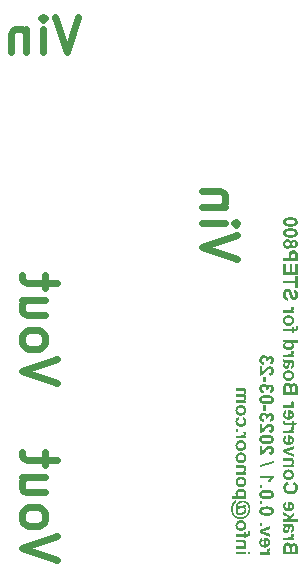
<source format=gbr>
%TF.GenerationSoftware,KiCad,Pcbnew,(7.0.0)*%
%TF.CreationDate,2023-04-03T13:39:18+09:00*%
%TF.ProjectId,STEP800_brakeConverter,53544550-3830-4305-9f62-72616b65436f,rev?*%
%TF.SameCoordinates,Original*%
%TF.FileFunction,Legend,Bot*%
%TF.FilePolarity,Positive*%
%FSLAX46Y46*%
G04 Gerber Fmt 4.6, Leading zero omitted, Abs format (unit mm)*
G04 Created by KiCad (PCBNEW (7.0.0)) date 2023-04-03 13:39:18*
%MOMM*%
%LPD*%
G01*
G04 APERTURE LIST*
%ADD10C,0.200000*%
%ADD11C,0.600000*%
G04 APERTURE END LIST*
D10*
G36*
X110914132Y-130364210D02*
G01*
X110926929Y-130364907D01*
X110939512Y-130366069D01*
X110951883Y-130367696D01*
X110964040Y-130369787D01*
X110975985Y-130372344D01*
X110987717Y-130375365D01*
X110999235Y-130378852D01*
X111010541Y-130382803D01*
X111021634Y-130387218D01*
X111032514Y-130392099D01*
X111043181Y-130397445D01*
X111053635Y-130403255D01*
X111063876Y-130409530D01*
X111073904Y-130416270D01*
X111083719Y-130423475D01*
X111093250Y-130431076D01*
X111102426Y-130439077D01*
X111111248Y-130447480D01*
X111119714Y-130456283D01*
X111127826Y-130465486D01*
X111135582Y-130475091D01*
X111142984Y-130485096D01*
X111150031Y-130495502D01*
X111156723Y-130506309D01*
X111163060Y-130517516D01*
X111169042Y-130529124D01*
X111174669Y-130541133D01*
X111179941Y-130553542D01*
X111184858Y-130566352D01*
X111189421Y-130579563D01*
X111193628Y-130593175D01*
X111198275Y-130583520D01*
X111205774Y-130569514D01*
X111213907Y-130556080D01*
X111222673Y-130543218D01*
X111232072Y-130530928D01*
X111242106Y-130519210D01*
X111252773Y-130508064D01*
X111264074Y-130497489D01*
X111276009Y-130487487D01*
X111288577Y-130478056D01*
X111301779Y-130469197D01*
X111310846Y-130463660D01*
X111324654Y-130456025D01*
X111338709Y-130449193D01*
X111353010Y-130443166D01*
X111367560Y-130437942D01*
X111382356Y-130433521D01*
X111397400Y-130429904D01*
X111412691Y-130427091D01*
X111428230Y-130425082D01*
X111444015Y-130423877D01*
X111460048Y-130423475D01*
X111469952Y-130423620D01*
X111484575Y-130424383D01*
X111498920Y-130425801D01*
X111512986Y-130427873D01*
X111526775Y-130430599D01*
X111540285Y-130433980D01*
X111553517Y-130438015D01*
X111566471Y-130442704D01*
X111579147Y-130448047D01*
X111591544Y-130454045D01*
X111603663Y-130460697D01*
X111611586Y-130465387D01*
X111623092Y-130472696D01*
X111634145Y-130480334D01*
X111644744Y-130488303D01*
X111654890Y-130496601D01*
X111664583Y-130505229D01*
X111673822Y-130514187D01*
X111682608Y-130523474D01*
X111690940Y-130533091D01*
X111698819Y-130543038D01*
X111706245Y-130553314D01*
X111710977Y-130560334D01*
X111717684Y-130571081D01*
X111723922Y-130582092D01*
X111729692Y-130593366D01*
X111734992Y-130604902D01*
X111739824Y-130616701D01*
X111744187Y-130628762D01*
X111748081Y-130641087D01*
X111751506Y-130653674D01*
X111754462Y-130666524D01*
X111756950Y-130679637D01*
X111757707Y-130684104D01*
X111759835Y-130698362D01*
X111761746Y-130713903D01*
X111763441Y-130730727D01*
X111764451Y-130742656D01*
X111765365Y-130755155D01*
X111766182Y-130768224D01*
X111766904Y-130781863D01*
X111767529Y-130796072D01*
X111768058Y-130810851D01*
X111768490Y-130826201D01*
X111768827Y-130842120D01*
X111769067Y-130858610D01*
X111769212Y-130875670D01*
X111769260Y-130893300D01*
X111769260Y-131376315D01*
X110550000Y-131376315D01*
X110550000Y-131132463D01*
X110756336Y-131132463D01*
X111075219Y-131132463D01*
X111281556Y-131132463D01*
X111562923Y-131132463D01*
X111562923Y-130992365D01*
X111562907Y-130971354D01*
X111562859Y-130951406D01*
X111562779Y-130932520D01*
X111562667Y-130914696D01*
X111562523Y-130897935D01*
X111562346Y-130882236D01*
X111562138Y-130867600D01*
X111561898Y-130854026D01*
X111561625Y-130841515D01*
X111561156Y-130824740D01*
X111560615Y-130810355D01*
X111560002Y-130798362D01*
X111558820Y-130783684D01*
X111557149Y-130772519D01*
X111554168Y-130758457D01*
X111550326Y-130745339D01*
X111545622Y-130733164D01*
X111540058Y-130721933D01*
X111533633Y-130711645D01*
X111526347Y-130702301D01*
X111516029Y-130691946D01*
X111509246Y-130686394D01*
X111497106Y-130678354D01*
X111486642Y-130673015D01*
X111475509Y-130668646D01*
X111463707Y-130665248D01*
X111451237Y-130662821D01*
X111438099Y-130661364D01*
X111424291Y-130660879D01*
X111409921Y-130661442D01*
X111396264Y-130663132D01*
X111383323Y-130665948D01*
X111371095Y-130669891D01*
X111359582Y-130674961D01*
X111348784Y-130681157D01*
X111338699Y-130688480D01*
X111329330Y-130696929D01*
X111320761Y-130706290D01*
X111313081Y-130716493D01*
X111306290Y-130727539D01*
X111300387Y-130739427D01*
X111295372Y-130752158D01*
X111291246Y-130765732D01*
X111288008Y-130780149D01*
X111285659Y-130795408D01*
X111284477Y-130808849D01*
X111283675Y-130823393D01*
X111283159Y-130836514D01*
X111282714Y-130851530D01*
X111282341Y-130868442D01*
X111282133Y-130880771D01*
X111281956Y-130893941D01*
X111281812Y-130907955D01*
X111281700Y-130922811D01*
X111281620Y-130938510D01*
X111281572Y-130955051D01*
X111281556Y-130972435D01*
X111281556Y-131132463D01*
X111075219Y-131132463D01*
X111075219Y-130935505D01*
X111075202Y-130925197D01*
X111075067Y-130905264D01*
X111074797Y-130886245D01*
X111074392Y-130868140D01*
X111073851Y-130850948D01*
X111073176Y-130834670D01*
X111072365Y-130819306D01*
X111071420Y-130804855D01*
X111070339Y-130791318D01*
X111069123Y-130778694D01*
X111067046Y-130761472D01*
X111064665Y-130746305D01*
X111061980Y-130733195D01*
X111057927Y-130718911D01*
X111056844Y-130715820D01*
X111052114Y-130703913D01*
X111046742Y-130692739D01*
X111040729Y-130682297D01*
X111034075Y-130672589D01*
X111024856Y-130661483D01*
X111014635Y-130651523D01*
X111003412Y-130642707D01*
X111001069Y-130641084D01*
X110988876Y-130633743D01*
X110975882Y-130627689D01*
X110962086Y-130622923D01*
X110950472Y-130620038D01*
X110938346Y-130617978D01*
X110925706Y-130616741D01*
X110912554Y-130616329D01*
X110897056Y-130616865D01*
X110882365Y-130618472D01*
X110868480Y-130621151D01*
X110855401Y-130624902D01*
X110843128Y-130629724D01*
X110831660Y-130635618D01*
X110820999Y-130642583D01*
X110811144Y-130650621D01*
X110802131Y-130659441D01*
X110793998Y-130668902D01*
X110786744Y-130679005D01*
X110780369Y-130689748D01*
X110774874Y-130701133D01*
X110770258Y-130713159D01*
X110766521Y-130725826D01*
X110763663Y-130739134D01*
X110761946Y-130749507D01*
X110760457Y-130762893D01*
X110759491Y-130774910D01*
X110758654Y-130788622D01*
X110757946Y-130804029D01*
X110757366Y-130821131D01*
X110757051Y-130833474D01*
X110756794Y-130846571D01*
X110756593Y-130860420D01*
X110756450Y-130875023D01*
X110756364Y-130890380D01*
X110756336Y-130906489D01*
X110756336Y-131132463D01*
X110550000Y-131132463D01*
X110550000Y-130964815D01*
X110550114Y-130950402D01*
X110550238Y-130936325D01*
X110550370Y-130922585D01*
X110550512Y-130909182D01*
X110550664Y-130896116D01*
X110550824Y-130883386D01*
X110550993Y-130870992D01*
X110551172Y-130858935D01*
X110551557Y-130835831D01*
X110551978Y-130814074D01*
X110552436Y-130793663D01*
X110552930Y-130774598D01*
X110553462Y-130756880D01*
X110554030Y-130740508D01*
X110554634Y-130725483D01*
X110555275Y-130711803D01*
X110555953Y-130699471D01*
X110557038Y-130683496D01*
X110558206Y-130670551D01*
X110558919Y-130664499D01*
X110560554Y-130652579D01*
X110562468Y-130640901D01*
X110565863Y-130623839D01*
X110569887Y-130607324D01*
X110574539Y-130591354D01*
X110579820Y-130575931D01*
X110585729Y-130561054D01*
X110592267Y-130546723D01*
X110599433Y-130532938D01*
X110607228Y-130519699D01*
X110615652Y-130507006D01*
X110621600Y-130498835D01*
X110630981Y-130486986D01*
X110640913Y-130475627D01*
X110651396Y-130464757D01*
X110662431Y-130454376D01*
X110674017Y-130444485D01*
X110686154Y-130435084D01*
X110698843Y-130426172D01*
X110712082Y-130417749D01*
X110725874Y-130409816D01*
X110740216Y-130402372D01*
X110750015Y-130397723D01*
X110764778Y-130391311D01*
X110779618Y-130385574D01*
X110794536Y-130380513D01*
X110809531Y-130376126D01*
X110824603Y-130372414D01*
X110839752Y-130369376D01*
X110854979Y-130367014D01*
X110870283Y-130365327D01*
X110885664Y-130364315D01*
X110901123Y-130363977D01*
X110914132Y-130364210D01*
G37*
G36*
X110550000Y-129944856D02*
G01*
X110550000Y-130176399D01*
X111431618Y-130176399D01*
X111431618Y-129961270D01*
X111307055Y-129961270D01*
X111317845Y-129954425D01*
X111328162Y-129947668D01*
X111338004Y-129940998D01*
X111351880Y-129931156D01*
X111364688Y-129921510D01*
X111376431Y-129912059D01*
X111387106Y-129902805D01*
X111396716Y-129893746D01*
X111405259Y-129884883D01*
X111414990Y-129873370D01*
X111422826Y-129862205D01*
X111429283Y-129850953D01*
X111434879Y-129839325D01*
X111439614Y-129827322D01*
X111443489Y-129814944D01*
X111446502Y-129802190D01*
X111448654Y-129789060D01*
X111449946Y-129775555D01*
X111450376Y-129761674D01*
X111449959Y-129746888D01*
X111448707Y-129732205D01*
X111446621Y-129717625D01*
X111443699Y-129703148D01*
X111439944Y-129688774D01*
X111435353Y-129674503D01*
X111429928Y-129660335D01*
X111423668Y-129646270D01*
X111416574Y-129632308D01*
X111408645Y-129618449D01*
X111402896Y-129609267D01*
X111187180Y-129681074D01*
X111193989Y-129691990D01*
X111200129Y-129702757D01*
X111205599Y-129713375D01*
X111211850Y-129727299D01*
X111216910Y-129740957D01*
X111220780Y-129754350D01*
X111223459Y-129767477D01*
X111224947Y-129780339D01*
X111225282Y-129789811D01*
X111224870Y-129801745D01*
X111223196Y-129816019D01*
X111220233Y-129829578D01*
X111215983Y-129842420D01*
X111210444Y-129854548D01*
X111203618Y-129865959D01*
X111198904Y-129872463D01*
X111189623Y-129882645D01*
X111180704Y-129890286D01*
X111170458Y-129897478D01*
X111158883Y-129904222D01*
X111145980Y-129910516D01*
X111131749Y-129916362D01*
X111120204Y-129920452D01*
X111107912Y-129924289D01*
X111103649Y-129925512D01*
X111089463Y-129928969D01*
X111072624Y-129932086D01*
X111059924Y-129933975D01*
X111046044Y-129935713D01*
X111030985Y-129937300D01*
X111014747Y-129938736D01*
X110997330Y-129940020D01*
X110978734Y-129941154D01*
X110958958Y-129942136D01*
X110938003Y-129942967D01*
X110915869Y-129943647D01*
X110892556Y-129944176D01*
X110880457Y-129944384D01*
X110868063Y-129944554D01*
X110855375Y-129944686D01*
X110842391Y-129944781D01*
X110829113Y-129944838D01*
X110815540Y-129944856D01*
X110550000Y-129944856D01*
G37*
G36*
X110553930Y-128754740D02*
G01*
X110565630Y-128760172D01*
X110577190Y-128765264D01*
X110588611Y-128770016D01*
X110599893Y-128774427D01*
X110611036Y-128778499D01*
X110625677Y-128783399D01*
X110640070Y-128787695D01*
X110654216Y-128791386D01*
X110668115Y-128794473D01*
X110675241Y-128795821D01*
X110686823Y-128797681D01*
X110699476Y-128799345D01*
X110713201Y-128800814D01*
X110727998Y-128802086D01*
X110743866Y-128803163D01*
X110760806Y-128804044D01*
X110772694Y-128804522D01*
X110785059Y-128804914D01*
X110797900Y-128805219D01*
X110811217Y-128805436D01*
X110825011Y-128805567D01*
X110839281Y-128805610D01*
X111111270Y-128802972D01*
X111129875Y-128803094D01*
X111147737Y-128803458D01*
X111164854Y-128804065D01*
X111181227Y-128804914D01*
X111196856Y-128806006D01*
X111211740Y-128807341D01*
X111225881Y-128808919D01*
X111239277Y-128810739D01*
X111251929Y-128812802D01*
X111263837Y-128815108D01*
X111280304Y-128819022D01*
X111295096Y-128823482D01*
X111308214Y-128828488D01*
X111319658Y-128834040D01*
X111326687Y-128838063D01*
X111336940Y-128844759D01*
X111346842Y-128852248D01*
X111356394Y-128860531D01*
X111365595Y-128869607D01*
X111374446Y-128879477D01*
X111382947Y-128890140D01*
X111391097Y-128901596D01*
X111398898Y-128913846D01*
X111406347Y-128926889D01*
X111413447Y-128940725D01*
X111420047Y-128955602D01*
X111425997Y-128971874D01*
X111429603Y-128983498D01*
X111432921Y-128995743D01*
X111435951Y-129008608D01*
X111438692Y-129022094D01*
X111441144Y-129036200D01*
X111443308Y-129050926D01*
X111445183Y-129066274D01*
X111446770Y-129082241D01*
X111448068Y-129098830D01*
X111449078Y-129116039D01*
X111449799Y-129133868D01*
X111450232Y-129152318D01*
X111450376Y-129171388D01*
X111450143Y-129192383D01*
X111449442Y-129212723D01*
X111448274Y-129232408D01*
X111446639Y-129251439D01*
X111444537Y-129269814D01*
X111441968Y-129287535D01*
X111438932Y-129304601D01*
X111435429Y-129321011D01*
X111431458Y-129336767D01*
X111427021Y-129351868D01*
X111422116Y-129366315D01*
X111416744Y-129380106D01*
X111410905Y-129393242D01*
X111404599Y-129405724D01*
X111397826Y-129417551D01*
X111390586Y-129428722D01*
X111382860Y-129439331D01*
X111374631Y-129449541D01*
X111365897Y-129459353D01*
X111356660Y-129468766D01*
X111346920Y-129477781D01*
X111336675Y-129486397D01*
X111325927Y-129494615D01*
X111314675Y-129502435D01*
X111302919Y-129509856D01*
X111290660Y-129516879D01*
X111277897Y-129523503D01*
X111264630Y-129529729D01*
X111250859Y-129535557D01*
X111236584Y-129540986D01*
X111221806Y-129546016D01*
X111206524Y-129550648D01*
X111169009Y-129340502D01*
X111176701Y-129337776D01*
X111191200Y-129332015D01*
X111204517Y-129325842D01*
X111216653Y-129319256D01*
X111227607Y-129312259D01*
X111237380Y-129304849D01*
X111247935Y-129295007D01*
X111256643Y-129284521D01*
X111259660Y-129280056D01*
X111266350Y-129267972D01*
X111271824Y-129254571D01*
X111275327Y-129242903D01*
X111278052Y-129230391D01*
X111279999Y-129217037D01*
X111281166Y-129202841D01*
X111281556Y-129187801D01*
X111281301Y-129171171D01*
X111280536Y-129155570D01*
X111279260Y-129141001D01*
X111277475Y-129127461D01*
X111275180Y-129114952D01*
X111271326Y-129099876D01*
X111266566Y-129086632D01*
X111260899Y-129075220D01*
X111252540Y-129063531D01*
X111242513Y-129053989D01*
X111230569Y-129046065D01*
X111219633Y-129040890D01*
X111207470Y-129036750D01*
X111194079Y-129033646D01*
X111179461Y-129031576D01*
X111167693Y-129030702D01*
X111155233Y-129030411D01*
X111131493Y-129030411D01*
X111128142Y-129038641D01*
X111123051Y-129052445D01*
X111117882Y-129068000D01*
X111114394Y-129079344D01*
X111110871Y-129091466D01*
X111107314Y-129104366D01*
X111103722Y-129118046D01*
X111100097Y-129132503D01*
X111096436Y-129147739D01*
X111092742Y-129163754D01*
X111089013Y-129180547D01*
X111085250Y-129198119D01*
X111081452Y-129216469D01*
X111077620Y-129235598D01*
X111073754Y-129255505D01*
X111072281Y-129262979D01*
X111069288Y-129277595D01*
X111066233Y-129291768D01*
X111063117Y-129305500D01*
X111059939Y-129318790D01*
X111056699Y-129331638D01*
X111053397Y-129344044D01*
X111050033Y-129356008D01*
X111046608Y-129367530D01*
X111041354Y-129383985D01*
X111035960Y-129399445D01*
X111030428Y-129413911D01*
X111024756Y-129427383D01*
X111018946Y-129439860D01*
X111014917Y-129447736D01*
X111008466Y-129459133D01*
X111001525Y-129470030D01*
X110994095Y-129480428D01*
X110986176Y-129490325D01*
X110977767Y-129499724D01*
X110968868Y-129508622D01*
X110959481Y-129517021D01*
X110949603Y-129524919D01*
X110939237Y-129532319D01*
X110928381Y-129539218D01*
X110920952Y-129543512D01*
X110909570Y-129549435D01*
X110897899Y-129554733D01*
X110885940Y-129559409D01*
X110873691Y-129563461D01*
X110861155Y-129566890D01*
X110848330Y-129569695D01*
X110835216Y-129571877D01*
X110821814Y-129573435D01*
X110808124Y-129574370D01*
X110794145Y-129574682D01*
X110780048Y-129574377D01*
X110766260Y-129573464D01*
X110752781Y-129571941D01*
X110739611Y-129569809D01*
X110726751Y-129567068D01*
X110714199Y-129563719D01*
X110701957Y-129559760D01*
X110690024Y-129555191D01*
X110678400Y-129550014D01*
X110667085Y-129544228D01*
X110656079Y-129537833D01*
X110645382Y-129530828D01*
X110634995Y-129523215D01*
X110624916Y-129514992D01*
X110615147Y-129506160D01*
X110605687Y-129496720D01*
X110596672Y-129486751D01*
X110588239Y-129476336D01*
X110580387Y-129465475D01*
X110573117Y-129454166D01*
X110566429Y-129442412D01*
X110560322Y-129430211D01*
X110554797Y-129417563D01*
X110549853Y-129404469D01*
X110545491Y-129390929D01*
X110541711Y-129376941D01*
X110538512Y-129362508D01*
X110535894Y-129347628D01*
X110533859Y-129332301D01*
X110532405Y-129316528D01*
X110531532Y-129300308D01*
X110531242Y-129283642D01*
X110531357Y-129274080D01*
X110531964Y-129259874D01*
X110533092Y-129245833D01*
X110534740Y-129231957D01*
X110536908Y-129218246D01*
X110537715Y-129214180D01*
X110700062Y-129214180D01*
X110700584Y-129227868D01*
X110702151Y-129240942D01*
X110704761Y-129253403D01*
X110708415Y-129265251D01*
X110713114Y-129276484D01*
X110718857Y-129287104D01*
X110725644Y-129297111D01*
X110733475Y-129306503D01*
X110739905Y-129312998D01*
X110748824Y-129320664D01*
X110760526Y-129328650D01*
X110772844Y-129334861D01*
X110785777Y-129339298D01*
X110799325Y-129341959D01*
X110813489Y-129342847D01*
X110827743Y-129341738D01*
X110841195Y-129338410D01*
X110853846Y-129332865D01*
X110865696Y-129325101D01*
X110874598Y-129317293D01*
X110882988Y-129308065D01*
X110890865Y-129297418D01*
X110893212Y-129293456D01*
X110899099Y-129281269D01*
X110903830Y-129269170D01*
X110908579Y-129254982D01*
X110912153Y-129242971D01*
X110915737Y-129229786D01*
X110919331Y-129215425D01*
X110922936Y-129199890D01*
X110926551Y-129183181D01*
X110928967Y-129171388D01*
X110931400Y-129159537D01*
X110934967Y-129142521D01*
X110938437Y-129126417D01*
X110941809Y-129111225D01*
X110945083Y-129096944D01*
X110948260Y-129083576D01*
X110951338Y-129071119D01*
X110955290Y-129055928D01*
X110959068Y-129042359D01*
X110962672Y-129030411D01*
X110919002Y-129030411D01*
X110904612Y-129030491D01*
X110891119Y-129030731D01*
X110878522Y-129031130D01*
X110863121Y-129031911D01*
X110849314Y-129032975D01*
X110837100Y-129034324D01*
X110824074Y-129036409D01*
X110811730Y-129039497D01*
X110798673Y-129044320D01*
X110786245Y-129050545D01*
X110774447Y-129058173D01*
X110763278Y-129067203D01*
X110754797Y-129075437D01*
X110746719Y-129084569D01*
X110739043Y-129094598D01*
X110736645Y-129098158D01*
X110729907Y-129108905D01*
X110723855Y-129119755D01*
X110718487Y-129130708D01*
X110713805Y-129141764D01*
X110709808Y-129152923D01*
X110705544Y-129167963D01*
X110702499Y-129183185D01*
X110700671Y-129198591D01*
X110700062Y-129214180D01*
X110537715Y-129214180D01*
X110539596Y-129204700D01*
X110542805Y-129191318D01*
X110546534Y-129178102D01*
X110550784Y-129165050D01*
X110555554Y-129152163D01*
X110560844Y-129139441D01*
X110564661Y-129131010D01*
X110570824Y-129118484D01*
X110577513Y-129106102D01*
X110584728Y-129093864D01*
X110592468Y-129081771D01*
X110600734Y-129069822D01*
X110609525Y-129058017D01*
X110618841Y-129046356D01*
X110628683Y-129034840D01*
X110639051Y-129023467D01*
X110649944Y-129012240D01*
X110644851Y-129010642D01*
X110633484Y-129007353D01*
X110621514Y-129004033D01*
X110612817Y-129001596D01*
X110599239Y-128997695D01*
X110586805Y-128993994D01*
X110573396Y-128989817D01*
X110561636Y-128985929D01*
X110550000Y-128981758D01*
X110550000Y-128752854D01*
X110553930Y-128754740D01*
G37*
G36*
X110550000Y-128587550D02*
G01*
X111769260Y-128587550D01*
X111769260Y-128355715D01*
X111121235Y-128355715D01*
X111431618Y-128084605D01*
X111431618Y-127799427D01*
X111109218Y-128098674D01*
X110550000Y-127778032D01*
X110550000Y-128027745D01*
X110947725Y-128247857D01*
X110832247Y-128355715D01*
X110550000Y-128355715D01*
X110550000Y-128587550D01*
G37*
G36*
X110957959Y-126894493D02*
G01*
X110973957Y-126894758D01*
X110989687Y-126895254D01*
X111005148Y-126895981D01*
X111020341Y-126896938D01*
X111035266Y-126898126D01*
X111049922Y-126899545D01*
X111064309Y-126901195D01*
X111078428Y-126903075D01*
X111092279Y-126905186D01*
X111105861Y-126907527D01*
X111119175Y-126910099D01*
X111132220Y-126912902D01*
X111144997Y-126915936D01*
X111157505Y-126919200D01*
X111169744Y-126922696D01*
X111181716Y-126926421D01*
X111193418Y-126930378D01*
X111204853Y-126934565D01*
X111216019Y-126938983D01*
X111226916Y-126943631D01*
X111247905Y-126953620D01*
X111267820Y-126964532D01*
X111286662Y-126976367D01*
X111304429Y-126989125D01*
X111321123Y-127002805D01*
X111329075Y-127009938D01*
X111344222Y-127024686D01*
X111358359Y-127040078D01*
X111371486Y-127056113D01*
X111383604Y-127072792D01*
X111394712Y-127090114D01*
X111404809Y-127108080D01*
X111413898Y-127126689D01*
X111421976Y-127145941D01*
X111429044Y-127165837D01*
X111435103Y-127186376D01*
X111440152Y-127207559D01*
X111444191Y-127229385D01*
X111447221Y-127251855D01*
X111449240Y-127274968D01*
X111449871Y-127286766D01*
X111450250Y-127298724D01*
X111450376Y-127310844D01*
X111449892Y-127332370D01*
X111448439Y-127353425D01*
X111446018Y-127374007D01*
X111442628Y-127394118D01*
X111438269Y-127413758D01*
X111432942Y-127432926D01*
X111426646Y-127451622D01*
X111419382Y-127469846D01*
X111411149Y-127487599D01*
X111401948Y-127504880D01*
X111391778Y-127521689D01*
X111380639Y-127538026D01*
X111368532Y-127553892D01*
X111355456Y-127569286D01*
X111341412Y-127584209D01*
X111326399Y-127598660D01*
X111310567Y-127612430D01*
X111293994Y-127625313D01*
X111276678Y-127637307D01*
X111258621Y-127648412D01*
X111239822Y-127658629D01*
X111220281Y-127667957D01*
X111199998Y-127676398D01*
X111178974Y-127683949D01*
X111157207Y-127690613D01*
X111134699Y-127696387D01*
X111123166Y-127698942D01*
X111111448Y-127701274D01*
X111099545Y-127703384D01*
X111087456Y-127705272D01*
X111075182Y-127706937D01*
X111062722Y-127708381D01*
X111050076Y-127709603D01*
X111037246Y-127710602D01*
X111024229Y-127711380D01*
X111011028Y-127711935D01*
X110997641Y-127712268D01*
X110984068Y-127712379D01*
X110961452Y-127712041D01*
X110939326Y-127711028D01*
X110917690Y-127709339D01*
X110896543Y-127706975D01*
X110875887Y-127703936D01*
X110855721Y-127700220D01*
X110836045Y-127695830D01*
X110816859Y-127690764D01*
X110798163Y-127685022D01*
X110779957Y-127678605D01*
X110762241Y-127671512D01*
X110745015Y-127663744D01*
X110728279Y-127655301D01*
X110712033Y-127646182D01*
X110696277Y-127636387D01*
X110681011Y-127625917D01*
X110662875Y-127611750D01*
X110645909Y-127596654D01*
X110630113Y-127580628D01*
X110615487Y-127563672D01*
X110602031Y-127545786D01*
X110589745Y-127526971D01*
X110578630Y-127507227D01*
X110568684Y-127486552D01*
X110559909Y-127464948D01*
X110555960Y-127453798D01*
X110552303Y-127442414D01*
X110548939Y-127430799D01*
X110545868Y-127418951D01*
X110543089Y-127406871D01*
X110540602Y-127394558D01*
X110538408Y-127382013D01*
X110536507Y-127369235D01*
X110534898Y-127356226D01*
X110533582Y-127342983D01*
X110532558Y-127329508D01*
X110531827Y-127315801D01*
X110531388Y-127301862D01*
X110531242Y-127287690D01*
X110531484Y-127269853D01*
X110532213Y-127252395D01*
X110533426Y-127235314D01*
X110535125Y-127218612D01*
X110537310Y-127202287D01*
X110539979Y-127186340D01*
X110543135Y-127170770D01*
X110546775Y-127155579D01*
X110550902Y-127140765D01*
X110555513Y-127126329D01*
X110560610Y-127112271D01*
X110566193Y-127098591D01*
X110572261Y-127085288D01*
X110578814Y-127072364D01*
X110585853Y-127059817D01*
X110593377Y-127047648D01*
X110601403Y-127035833D01*
X110609873Y-127024420D01*
X110618787Y-127013411D01*
X110628145Y-127002805D01*
X110637948Y-126992602D01*
X110648194Y-126982801D01*
X110658885Y-126973404D01*
X110670020Y-126964410D01*
X110681600Y-126955819D01*
X110693623Y-126947630D01*
X110706091Y-126939845D01*
X110719003Y-126932463D01*
X110732360Y-126925484D01*
X110746160Y-126918907D01*
X110760405Y-126912734D01*
X110775094Y-126906964D01*
X110812609Y-127137920D01*
X110801795Y-127141652D01*
X110788264Y-127147124D01*
X110775751Y-127153165D01*
X110764254Y-127159773D01*
X110753773Y-127166949D01*
X110744310Y-127174693D01*
X110735863Y-127183005D01*
X110726734Y-127194193D01*
X110723504Y-127198877D01*
X110716341Y-127211178D01*
X110710481Y-127224322D01*
X110706730Y-127235446D01*
X110703813Y-127247110D01*
X110701729Y-127259315D01*
X110700479Y-127272060D01*
X110700062Y-127285345D01*
X110700294Y-127295244D01*
X110701508Y-127309705D01*
X110703763Y-127323703D01*
X110707058Y-127337238D01*
X110711394Y-127350308D01*
X110716771Y-127362915D01*
X110723189Y-127375058D01*
X110730647Y-127386738D01*
X110739147Y-127397954D01*
X110748686Y-127408706D01*
X110759267Y-127418995D01*
X110763013Y-127422297D01*
X110774810Y-127431602D01*
X110787441Y-127440006D01*
X110800906Y-127447508D01*
X110815207Y-127454109D01*
X110830341Y-127459808D01*
X110846311Y-127464605D01*
X110863115Y-127468501D01*
X110874781Y-127470597D01*
X110886819Y-127472293D01*
X110899227Y-127473587D01*
X110912006Y-127474482D01*
X110925157Y-127474975D01*
X110925157Y-127124731D01*
X111075219Y-127124731D01*
X111075219Y-127470872D01*
X111086972Y-127470785D01*
X111104020Y-127469916D01*
X111120374Y-127468161D01*
X111136031Y-127465519D01*
X111150994Y-127461992D01*
X111165260Y-127457578D01*
X111178832Y-127452279D01*
X111191707Y-127446093D01*
X111203888Y-127439021D01*
X111215372Y-127431063D01*
X111226161Y-127422219D01*
X111232869Y-127415925D01*
X111242120Y-127406103D01*
X111250396Y-127395822D01*
X111257699Y-127385083D01*
X111264029Y-127373885D01*
X111269384Y-127362228D01*
X111273766Y-127350114D01*
X111277174Y-127337540D01*
X111279608Y-127324508D01*
X111281069Y-127311018D01*
X111281556Y-127297069D01*
X111281350Y-127288286D01*
X111280268Y-127275426D01*
X111278258Y-127262942D01*
X111275322Y-127250834D01*
X111271458Y-127239102D01*
X111266666Y-127227746D01*
X111260948Y-127216766D01*
X111254302Y-127206162D01*
X111246728Y-127195935D01*
X111238227Y-127186083D01*
X111228799Y-127176608D01*
X111222051Y-127170601D01*
X111211217Y-127162281D01*
X111199527Y-127154791D01*
X111186982Y-127148130D01*
X111173581Y-127142299D01*
X111159326Y-127137297D01*
X111144215Y-127133125D01*
X111128249Y-127129782D01*
X111111428Y-127127269D01*
X111099738Y-127126054D01*
X111087669Y-127125208D01*
X111075219Y-127124731D01*
X110925157Y-127124731D01*
X110925157Y-126894654D01*
X110941692Y-126894458D01*
X110957959Y-126894493D01*
G37*
G36*
X111018946Y-125469057D02*
G01*
X110943914Y-125232533D01*
X110931522Y-125236010D01*
X110919330Y-125239629D01*
X110907339Y-125243388D01*
X110895550Y-125247288D01*
X110883961Y-125251329D01*
X110872573Y-125255511D01*
X110861386Y-125259833D01*
X110850400Y-125264296D01*
X110839615Y-125268901D01*
X110818647Y-125278531D01*
X110798483Y-125288725D01*
X110779123Y-125299483D01*
X110760567Y-125310804D01*
X110742814Y-125322687D01*
X110725866Y-125335135D01*
X110709720Y-125348145D01*
X110694379Y-125361719D01*
X110679841Y-125375856D01*
X110666107Y-125390556D01*
X110653177Y-125405820D01*
X110647013Y-125413663D01*
X110635265Y-125429720D01*
X110624275Y-125446311D01*
X110614043Y-125463435D01*
X110604569Y-125481092D01*
X110595853Y-125499284D01*
X110587895Y-125518008D01*
X110580695Y-125537266D01*
X110574253Y-125557058D01*
X110568568Y-125577383D01*
X110563642Y-125598242D01*
X110559473Y-125619634D01*
X110556063Y-125641560D01*
X110553410Y-125664019D01*
X110551515Y-125687012D01*
X110550378Y-125710538D01*
X110550094Y-125722502D01*
X110550000Y-125734598D01*
X110550159Y-125749554D01*
X110550636Y-125764342D01*
X110551432Y-125778964D01*
X110552546Y-125793418D01*
X110553978Y-125807705D01*
X110555729Y-125821825D01*
X110557797Y-125835778D01*
X110560184Y-125849563D01*
X110562890Y-125863182D01*
X110565913Y-125876633D01*
X110569255Y-125889917D01*
X110572916Y-125903034D01*
X110576894Y-125915984D01*
X110581191Y-125928767D01*
X110585806Y-125941382D01*
X110590739Y-125953831D01*
X110595991Y-125966112D01*
X110601561Y-125978226D01*
X110607449Y-125990173D01*
X110613655Y-126001953D01*
X110620180Y-126013565D01*
X110627023Y-126025011D01*
X110634184Y-126036289D01*
X110641664Y-126047400D01*
X110649462Y-126058344D01*
X110657578Y-126069121D01*
X110666012Y-126079731D01*
X110674765Y-126090173D01*
X110683836Y-126100448D01*
X110693225Y-126110557D01*
X110702933Y-126120498D01*
X110712958Y-126130272D01*
X110723260Y-126139793D01*
X110733795Y-126149011D01*
X110744564Y-126157928D01*
X110755566Y-126166542D01*
X110766802Y-126174854D01*
X110778272Y-126182863D01*
X110789975Y-126190571D01*
X110801912Y-126197976D01*
X110814082Y-126205079D01*
X110826485Y-126211879D01*
X110839123Y-126218378D01*
X110851994Y-126224574D01*
X110865098Y-126230468D01*
X110878436Y-126236059D01*
X110892007Y-126241349D01*
X110905812Y-126246336D01*
X110919851Y-126251021D01*
X110934123Y-126255403D01*
X110948629Y-126259484D01*
X110963368Y-126263262D01*
X110978341Y-126266738D01*
X110993548Y-126269911D01*
X111008988Y-126272783D01*
X111024661Y-126275352D01*
X111040568Y-126277619D01*
X111056709Y-126279583D01*
X111073083Y-126281246D01*
X111089691Y-126282606D01*
X111106532Y-126283664D01*
X111123607Y-126284419D01*
X111140915Y-126284873D01*
X111158457Y-126285024D01*
X111177011Y-126284872D01*
X111195304Y-126284416D01*
X111213336Y-126283656D01*
X111231107Y-126282592D01*
X111248617Y-126281224D01*
X111265866Y-126279553D01*
X111282854Y-126277577D01*
X111299581Y-126275297D01*
X111316047Y-126272713D01*
X111332251Y-126269826D01*
X111348195Y-126266634D01*
X111363878Y-126263138D01*
X111379299Y-126259339D01*
X111394460Y-126255235D01*
X111409360Y-126250828D01*
X111423998Y-126246116D01*
X111438376Y-126241101D01*
X111452492Y-126235781D01*
X111466348Y-126230158D01*
X111479942Y-126224230D01*
X111493275Y-126217999D01*
X111506348Y-126211464D01*
X111519159Y-126204624D01*
X111531709Y-126197481D01*
X111543998Y-126190034D01*
X111556027Y-126182283D01*
X111567794Y-126174228D01*
X111579300Y-126165869D01*
X111590545Y-126157205D01*
X111601529Y-126148238D01*
X111612252Y-126138967D01*
X111622714Y-126129392D01*
X111632884Y-126119551D01*
X111642731Y-126109519D01*
X111652256Y-126099296D01*
X111661457Y-126088882D01*
X111670336Y-126078276D01*
X111678891Y-126067479D01*
X111687124Y-126056491D01*
X111695034Y-126045312D01*
X111702622Y-126033941D01*
X111709886Y-126022380D01*
X111716827Y-126010627D01*
X111723446Y-125998683D01*
X111729742Y-125986548D01*
X111735715Y-125974221D01*
X111741365Y-125961703D01*
X111746692Y-125948995D01*
X111751696Y-125936095D01*
X111756378Y-125923003D01*
X111760736Y-125909721D01*
X111764772Y-125896247D01*
X111768485Y-125882583D01*
X111771875Y-125868726D01*
X111774942Y-125854679D01*
X111777686Y-125840441D01*
X111780108Y-125826011D01*
X111782206Y-125811390D01*
X111783982Y-125796578D01*
X111785435Y-125781575D01*
X111786565Y-125766381D01*
X111787372Y-125750995D01*
X111787856Y-125735419D01*
X111788018Y-125719651D01*
X111787882Y-125705865D01*
X111787475Y-125692243D01*
X111786797Y-125678784D01*
X111785847Y-125665488D01*
X111784626Y-125652355D01*
X111783134Y-125639386D01*
X111781370Y-125626579D01*
X111779335Y-125613936D01*
X111777028Y-125601456D01*
X111774451Y-125589139D01*
X111771602Y-125576985D01*
X111768481Y-125564994D01*
X111765090Y-125553167D01*
X111761426Y-125541503D01*
X111757492Y-125530001D01*
X111753286Y-125518663D01*
X111748809Y-125507488D01*
X111744061Y-125496476D01*
X111739041Y-125485628D01*
X111733750Y-125474942D01*
X111728187Y-125464420D01*
X111722354Y-125454061D01*
X111716249Y-125443864D01*
X111709872Y-125433831D01*
X111703224Y-125423962D01*
X111696305Y-125414255D01*
X111689115Y-125404712D01*
X111681653Y-125395331D01*
X111673920Y-125386114D01*
X111665915Y-125377060D01*
X111657639Y-125368169D01*
X111649092Y-125359441D01*
X111638518Y-125349307D01*
X111627385Y-125339493D01*
X111615694Y-125329999D01*
X111603443Y-125320826D01*
X111590634Y-125311974D01*
X111577267Y-125303442D01*
X111563340Y-125295231D01*
X111548855Y-125287341D01*
X111533811Y-125279771D01*
X111518209Y-125272521D01*
X111502047Y-125265592D01*
X111485327Y-125258984D01*
X111468049Y-125252696D01*
X111450211Y-125246729D01*
X111431815Y-125241083D01*
X111412861Y-125235757D01*
X111375345Y-125477264D01*
X111387132Y-125480120D01*
X111398604Y-125483341D01*
X111415226Y-125488855D01*
X111431141Y-125495187D01*
X111446351Y-125502339D01*
X111460854Y-125510310D01*
X111474652Y-125519100D01*
X111487744Y-125528710D01*
X111500131Y-125539138D01*
X111511811Y-125550386D01*
X111522786Y-125562453D01*
X111526287Y-125566657D01*
X111536187Y-125579664D01*
X111545112Y-125593186D01*
X111553065Y-125607224D01*
X111560043Y-125621776D01*
X111566048Y-125636844D01*
X111571078Y-125652427D01*
X111575136Y-125668526D01*
X111578219Y-125685139D01*
X111580329Y-125702268D01*
X111581194Y-125713973D01*
X111581627Y-125725907D01*
X111581681Y-125731960D01*
X111581308Y-125748543D01*
X111580188Y-125764732D01*
X111578322Y-125780527D01*
X111575710Y-125795928D01*
X111572350Y-125810935D01*
X111568245Y-125825548D01*
X111563393Y-125839768D01*
X111557794Y-125853593D01*
X111551449Y-125867025D01*
X111544358Y-125880063D01*
X111536520Y-125892707D01*
X111527936Y-125904958D01*
X111518605Y-125916814D01*
X111508528Y-125928277D01*
X111497704Y-125939345D01*
X111486133Y-125950020D01*
X111473726Y-125960136D01*
X111460392Y-125969598D01*
X111446130Y-125978408D01*
X111430941Y-125986565D01*
X111414824Y-125994070D01*
X111397780Y-126000922D01*
X111379809Y-126007122D01*
X111360910Y-126012669D01*
X111341084Y-126017563D01*
X111320331Y-126021805D01*
X111298650Y-126025394D01*
X111276042Y-126028331D01*
X111252506Y-126030615D01*
X111240391Y-126031512D01*
X111228044Y-126032246D01*
X111215464Y-126032817D01*
X111202653Y-126033225D01*
X111189611Y-126033470D01*
X111176336Y-126033551D01*
X111162267Y-126033471D01*
X111148453Y-126033230D01*
X111134895Y-126032828D01*
X111121592Y-126032265D01*
X111108544Y-126031541D01*
X111095752Y-126030656D01*
X111083215Y-126029610D01*
X111070933Y-126028404D01*
X111058906Y-126027037D01*
X111047135Y-126025509D01*
X111024359Y-126021970D01*
X111002604Y-126017788D01*
X110981870Y-126012962D01*
X110962157Y-126007493D01*
X110943466Y-126001380D01*
X110925795Y-125994624D01*
X110909146Y-125987225D01*
X110893519Y-125979182D01*
X110878912Y-125970496D01*
X110865327Y-125961166D01*
X110852763Y-125951193D01*
X110841086Y-125940704D01*
X110830163Y-125929829D01*
X110819993Y-125918567D01*
X110810576Y-125906918D01*
X110801913Y-125894881D01*
X110794003Y-125882458D01*
X110786846Y-125869648D01*
X110780443Y-125856451D01*
X110774793Y-125842867D01*
X110769896Y-125828896D01*
X110765753Y-125814538D01*
X110762363Y-125799793D01*
X110759726Y-125784661D01*
X110757843Y-125769142D01*
X110756713Y-125753236D01*
X110756336Y-125736943D01*
X110756583Y-125724886D01*
X110757325Y-125713042D01*
X110759365Y-125695676D01*
X110762518Y-125678788D01*
X110766784Y-125662380D01*
X110772163Y-125646451D01*
X110778654Y-125631001D01*
X110786259Y-125616030D01*
X110794976Y-125601538D01*
X110804806Y-125587526D01*
X110815749Y-125573992D01*
X110819644Y-125569588D01*
X110827841Y-125560986D01*
X110836606Y-125552694D01*
X110845939Y-125544710D01*
X110855840Y-125537036D01*
X110866309Y-125529671D01*
X110877346Y-125522615D01*
X110888951Y-125515868D01*
X110901123Y-125509431D01*
X110913863Y-125503302D01*
X110927172Y-125497483D01*
X110941048Y-125491972D01*
X110955491Y-125486771D01*
X110970503Y-125481879D01*
X110986083Y-125477296D01*
X111002230Y-125473022D01*
X111018946Y-125469057D01*
G37*
G36*
X111005470Y-124181924D02*
G01*
X111017652Y-124182296D01*
X111029700Y-124182915D01*
X111041615Y-124183783D01*
X111053395Y-124184898D01*
X111065041Y-124186262D01*
X111087932Y-124189732D01*
X111110287Y-124194193D01*
X111132107Y-124199646D01*
X111153390Y-124206091D01*
X111174138Y-124213527D01*
X111194350Y-124221955D01*
X111214026Y-124231374D01*
X111233166Y-124241784D01*
X111251770Y-124253186D01*
X111269839Y-124265579D01*
X111287372Y-124278964D01*
X111304369Y-124293341D01*
X111320830Y-124308709D01*
X111336517Y-124324853D01*
X111351192Y-124341558D01*
X111364855Y-124358824D01*
X111377506Y-124376651D01*
X111389145Y-124395039D01*
X111399772Y-124413988D01*
X111409387Y-124433498D01*
X111417990Y-124453569D01*
X111425580Y-124474201D01*
X111432159Y-124495394D01*
X111437725Y-124517148D01*
X111442280Y-124539463D01*
X111445822Y-124562339D01*
X111447214Y-124573987D01*
X111448352Y-124585776D01*
X111449238Y-124597705D01*
X111449870Y-124609774D01*
X111450250Y-124621983D01*
X111450376Y-124634333D01*
X111450153Y-124650286D01*
X111449483Y-124666051D01*
X111448367Y-124681628D01*
X111446804Y-124697018D01*
X111444795Y-124712220D01*
X111442339Y-124727234D01*
X111439437Y-124742060D01*
X111436088Y-124756699D01*
X111432293Y-124771150D01*
X111428051Y-124785413D01*
X111423363Y-124799488D01*
X111418228Y-124813375D01*
X111412647Y-124827075D01*
X111406619Y-124840587D01*
X111400144Y-124853911D01*
X111393224Y-124867048D01*
X111385879Y-124879905D01*
X111378134Y-124892391D01*
X111369988Y-124904506D01*
X111361441Y-124916250D01*
X111352494Y-124927624D01*
X111343146Y-124938626D01*
X111333397Y-124949258D01*
X111323248Y-124959518D01*
X111312698Y-124969408D01*
X111301747Y-124978926D01*
X111290395Y-124988074D01*
X111278643Y-124996851D01*
X111266490Y-125005256D01*
X111253936Y-125013291D01*
X111240982Y-125020955D01*
X111227627Y-125028248D01*
X111214042Y-125035133D01*
X111200397Y-125041574D01*
X111186693Y-125047571D01*
X111172929Y-125053124D01*
X111159105Y-125058233D01*
X111145222Y-125062897D01*
X111131280Y-125067117D01*
X111117278Y-125070893D01*
X111103216Y-125074224D01*
X111089095Y-125077112D01*
X111074915Y-125079555D01*
X111060675Y-125081554D01*
X111046375Y-125083109D01*
X111032016Y-125084219D01*
X111017597Y-125084886D01*
X111003119Y-125085108D01*
X110984358Y-125084886D01*
X110965956Y-125084219D01*
X110947913Y-125083109D01*
X110930231Y-125081554D01*
X110912907Y-125079555D01*
X110895944Y-125077112D01*
X110879339Y-125074224D01*
X110863094Y-125070893D01*
X110847209Y-125067117D01*
X110831683Y-125062897D01*
X110816517Y-125058233D01*
X110801710Y-125053124D01*
X110787263Y-125047571D01*
X110773175Y-125041574D01*
X110759447Y-125035133D01*
X110746078Y-125028248D01*
X110733087Y-125020937D01*
X110720492Y-125013218D01*
X110708293Y-125005091D01*
X110696490Y-124996557D01*
X110685084Y-124987616D01*
X110674073Y-124978267D01*
X110663459Y-124968510D01*
X110653241Y-124958346D01*
X110643419Y-124947774D01*
X110633993Y-124936794D01*
X110624963Y-124925407D01*
X110616330Y-124913613D01*
X110608092Y-124901410D01*
X110600251Y-124888801D01*
X110592806Y-124875783D01*
X110585757Y-124862358D01*
X110579155Y-124848649D01*
X110572980Y-124834853D01*
X110567230Y-124820970D01*
X110561906Y-124807001D01*
X110557009Y-124792944D01*
X110552537Y-124778800D01*
X110548491Y-124764569D01*
X110544870Y-124750251D01*
X110541676Y-124735846D01*
X110538908Y-124721354D01*
X110536565Y-124706775D01*
X110534649Y-124692109D01*
X110533158Y-124677356D01*
X110532093Y-124662516D01*
X110531455Y-124647589D01*
X110531254Y-124633454D01*
X110700062Y-124633454D01*
X110700719Y-124650182D01*
X110702690Y-124666406D01*
X110705974Y-124682125D01*
X110710572Y-124697339D01*
X110716484Y-124712048D01*
X110723710Y-124726252D01*
X110732249Y-124739951D01*
X110742103Y-124753145D01*
X110753270Y-124765834D01*
X110765750Y-124778019D01*
X110774801Y-124785861D01*
X110784437Y-124793350D01*
X110794589Y-124800356D01*
X110805256Y-124806878D01*
X110816438Y-124812917D01*
X110828135Y-124818473D01*
X110840348Y-124823546D01*
X110853075Y-124828136D01*
X110866318Y-124832243D01*
X110880077Y-124835867D01*
X110894350Y-124839007D01*
X110909138Y-124841664D01*
X110924442Y-124843838D01*
X110940261Y-124845529D01*
X110956595Y-124846737D01*
X110973444Y-124847462D01*
X110990809Y-124847704D01*
X111008172Y-124847462D01*
X111025018Y-124846737D01*
X111041347Y-124845529D01*
X111057158Y-124843838D01*
X111072451Y-124841664D01*
X111087227Y-124839007D01*
X111101485Y-124835867D01*
X111115226Y-124832243D01*
X111128450Y-124828136D01*
X111141156Y-124823546D01*
X111153344Y-124818473D01*
X111165015Y-124812917D01*
X111176169Y-124806878D01*
X111186805Y-124800356D01*
X111196923Y-124793350D01*
X111206524Y-124785861D01*
X111215610Y-124778019D01*
X111228140Y-124765834D01*
X111239351Y-124753145D01*
X111249242Y-124739951D01*
X111257815Y-124726252D01*
X111265069Y-124712048D01*
X111271004Y-124697339D01*
X111275621Y-124682125D01*
X111278918Y-124666406D01*
X111280896Y-124650182D01*
X111281556Y-124633454D01*
X111280896Y-124616730D01*
X111278918Y-124600522D01*
X111275621Y-124584829D01*
X111271004Y-124569651D01*
X111265069Y-124554989D01*
X111257815Y-124540841D01*
X111249242Y-124527209D01*
X111239351Y-124514092D01*
X111228140Y-124501491D01*
X111215610Y-124489404D01*
X111206524Y-124481632D01*
X111196930Y-124474179D01*
X111186832Y-124467207D01*
X111176231Y-124460715D01*
X111165125Y-124454705D01*
X111153516Y-124449175D01*
X111141403Y-124444126D01*
X111128786Y-124439558D01*
X111115666Y-124435471D01*
X111102042Y-124431864D01*
X111087914Y-124428739D01*
X111073282Y-124426094D01*
X111058147Y-124423930D01*
X111042508Y-124422247D01*
X111026365Y-124421045D01*
X111009718Y-124420324D01*
X110992568Y-124420083D01*
X110974990Y-124420324D01*
X110957942Y-124421045D01*
X110941422Y-124422247D01*
X110925431Y-124423930D01*
X110909970Y-124426094D01*
X110895037Y-124428739D01*
X110880633Y-124431864D01*
X110866758Y-124435471D01*
X110853412Y-124439558D01*
X110840595Y-124444126D01*
X110828307Y-124449175D01*
X110816548Y-124454705D01*
X110805318Y-124460715D01*
X110794616Y-124467207D01*
X110784444Y-124474179D01*
X110774801Y-124481632D01*
X110765750Y-124489404D01*
X110753270Y-124501491D01*
X110742103Y-124514092D01*
X110732249Y-124527209D01*
X110723710Y-124540841D01*
X110716484Y-124554989D01*
X110710572Y-124569651D01*
X110705974Y-124584829D01*
X110702690Y-124600522D01*
X110700719Y-124616730D01*
X110700062Y-124633454D01*
X110531254Y-124633454D01*
X110531242Y-124632575D01*
X110531370Y-124620494D01*
X110531755Y-124608543D01*
X110532396Y-124596722D01*
X110533293Y-124585030D01*
X110535858Y-124562033D01*
X110539448Y-124539555D01*
X110544064Y-124517593D01*
X110549706Y-124496150D01*
X110556374Y-124475223D01*
X110564068Y-124454815D01*
X110572787Y-124434923D01*
X110582533Y-124415549D01*
X110593304Y-124396693D01*
X110605101Y-124378354D01*
X110617923Y-124360533D01*
X110631772Y-124343229D01*
X110646646Y-124326443D01*
X110662547Y-124310174D01*
X110679225Y-124294629D01*
X110696435Y-124280086D01*
X110714176Y-124266547D01*
X110732449Y-124254010D01*
X110751253Y-124242477D01*
X110770587Y-124231946D01*
X110790454Y-124222418D01*
X110810851Y-124213893D01*
X110831779Y-124206372D01*
X110853239Y-124199853D01*
X110875230Y-124194336D01*
X110897752Y-124189823D01*
X110920806Y-124186313D01*
X110932532Y-124184934D01*
X110944391Y-124183806D01*
X110956382Y-124182928D01*
X110968507Y-124182301D01*
X110980764Y-124181925D01*
X110993154Y-124181800D01*
X111005470Y-124181924D01*
G37*
G36*
X110550000Y-123209616D02*
G01*
X110550000Y-123441158D01*
X111005170Y-123441158D01*
X111022834Y-123441216D01*
X111039700Y-123441391D01*
X111055770Y-123441683D01*
X111071043Y-123442092D01*
X111085519Y-123442618D01*
X111099198Y-123443260D01*
X111112080Y-123444019D01*
X111124166Y-123444895D01*
X111140800Y-123446428D01*
X111155641Y-123448223D01*
X111168689Y-123450281D01*
X111183298Y-123453434D01*
X111192163Y-123456106D01*
X111204978Y-123461143D01*
X111216864Y-123467096D01*
X111227819Y-123473966D01*
X111237844Y-123481751D01*
X111246939Y-123490452D01*
X111255103Y-123500069D01*
X111258108Y-123504173D01*
X111264863Y-123514943D01*
X111270473Y-123526372D01*
X111274938Y-123538459D01*
X111278258Y-123551205D01*
X111280434Y-123564608D01*
X111281464Y-123578670D01*
X111281556Y-123584480D01*
X111281029Y-123599377D01*
X111279449Y-123613880D01*
X111276816Y-123627990D01*
X111273129Y-123641706D01*
X111268389Y-123655028D01*
X111262596Y-123667956D01*
X111255750Y-123680490D01*
X111247850Y-123692630D01*
X111239149Y-123704107D01*
X111229752Y-123714649D01*
X111219658Y-123724257D01*
X111208869Y-123732930D01*
X111197383Y-123740670D01*
X111185202Y-123747475D01*
X111172324Y-123753346D01*
X111158750Y-123758283D01*
X111143432Y-123762404D01*
X111130013Y-123765135D01*
X111114941Y-123767556D01*
X111098215Y-123769669D01*
X111086146Y-123770905D01*
X111073341Y-123772004D01*
X111059802Y-123772966D01*
X111045527Y-123773790D01*
X111030518Y-123774477D01*
X111014774Y-123775027D01*
X110998294Y-123775439D01*
X110981079Y-123775714D01*
X110963130Y-123775851D01*
X110953879Y-123775868D01*
X110550000Y-123775868D01*
X110550000Y-124007411D01*
X111431618Y-124007411D01*
X111431618Y-123792281D01*
X111302951Y-123792281D01*
X111320804Y-123777725D01*
X111337504Y-123762707D01*
X111353053Y-123747225D01*
X111367450Y-123731282D01*
X111380695Y-123714876D01*
X111392788Y-123698007D01*
X111403730Y-123680675D01*
X111413520Y-123662882D01*
X111422158Y-123644625D01*
X111429645Y-123625906D01*
X111435979Y-123606725D01*
X111441162Y-123587081D01*
X111445193Y-123566974D01*
X111448073Y-123546405D01*
X111449800Y-123525374D01*
X111450376Y-123503879D01*
X111450132Y-123489600D01*
X111449397Y-123475557D01*
X111448174Y-123461752D01*
X111446461Y-123448183D01*
X111444258Y-123434851D01*
X111441566Y-123421757D01*
X111438385Y-123408899D01*
X111434714Y-123396278D01*
X111430554Y-123383895D01*
X111425904Y-123371748D01*
X111422533Y-123363782D01*
X111417178Y-123352130D01*
X111411555Y-123341024D01*
X111405665Y-123330464D01*
X111399507Y-123320450D01*
X111390879Y-123307948D01*
X111381775Y-123296417D01*
X111372194Y-123285856D01*
X111362137Y-123276267D01*
X111351605Y-123267648D01*
X111340650Y-123259826D01*
X111329330Y-123252627D01*
X111317643Y-123246051D01*
X111305589Y-123240097D01*
X111293169Y-123234767D01*
X111280383Y-123230059D01*
X111267231Y-123225974D01*
X111253712Y-123222512D01*
X111239341Y-123219489D01*
X111227590Y-123217487D01*
X111215003Y-123215711D01*
X111201582Y-123214162D01*
X111187327Y-123212840D01*
X111172237Y-123211744D01*
X111156312Y-123210875D01*
X111139552Y-123210233D01*
X111121958Y-123209817D01*
X111109765Y-123209666D01*
X111097201Y-123209616D01*
X110550000Y-123209616D01*
G37*
G36*
X110550000Y-122739204D02*
G01*
X111431618Y-123092086D01*
X111431618Y-122848820D01*
X110981723Y-122684103D01*
X110831367Y-122636329D01*
X110845051Y-122631786D01*
X110857526Y-122627683D01*
X110868791Y-122624019D01*
X110881173Y-122620058D01*
X110893538Y-122616211D01*
X110905793Y-122612621D01*
X110906985Y-122612295D01*
X110918624Y-122608680D01*
X110930278Y-122604980D01*
X110941945Y-122601193D01*
X110953628Y-122597320D01*
X110965324Y-122593362D01*
X110977035Y-122589317D01*
X110981723Y-122587676D01*
X111431618Y-122421200D01*
X111431618Y-122182916D01*
X110550000Y-122530816D01*
X110550000Y-122739204D01*
G37*
G36*
X110957959Y-121295274D02*
G01*
X110973957Y-121295540D01*
X110989687Y-121296036D01*
X111005148Y-121296762D01*
X111020341Y-121297720D01*
X111035266Y-121298908D01*
X111049922Y-121300327D01*
X111064309Y-121301976D01*
X111078428Y-121303856D01*
X111092279Y-121305967D01*
X111105861Y-121308309D01*
X111119175Y-121310881D01*
X111132220Y-121313684D01*
X111144997Y-121316718D01*
X111157505Y-121319982D01*
X111169744Y-121323477D01*
X111181716Y-121327203D01*
X111193418Y-121331159D01*
X111204853Y-121335346D01*
X111216019Y-121339764D01*
X111226916Y-121344413D01*
X111247905Y-121354402D01*
X111267820Y-121365314D01*
X111286662Y-121377149D01*
X111304429Y-121389906D01*
X111321123Y-121403586D01*
X111329075Y-121410719D01*
X111344222Y-121425468D01*
X111358359Y-121440860D01*
X111371486Y-121456895D01*
X111383604Y-121473574D01*
X111394712Y-121490896D01*
X111404809Y-121508861D01*
X111413898Y-121527470D01*
X111421976Y-121546723D01*
X111429044Y-121566619D01*
X111435103Y-121587158D01*
X111440152Y-121608341D01*
X111444191Y-121630167D01*
X111447221Y-121652637D01*
X111449240Y-121675750D01*
X111449871Y-121687547D01*
X111450250Y-121699506D01*
X111450376Y-121711625D01*
X111449892Y-121733152D01*
X111448439Y-121754206D01*
X111446018Y-121774789D01*
X111442628Y-121794900D01*
X111438269Y-121814539D01*
X111432942Y-121833707D01*
X111426646Y-121852403D01*
X111419382Y-121870628D01*
X111411149Y-121888380D01*
X111401948Y-121905661D01*
X111391778Y-121922470D01*
X111380639Y-121938808D01*
X111368532Y-121954674D01*
X111355456Y-121970068D01*
X111341412Y-121984990D01*
X111326399Y-121999441D01*
X111310567Y-122013212D01*
X111293994Y-122026094D01*
X111276678Y-122038088D01*
X111258621Y-122049193D01*
X111239822Y-122059410D01*
X111220281Y-122068739D01*
X111199998Y-122077179D01*
X111178974Y-122084731D01*
X111157207Y-122091394D01*
X111134699Y-122097169D01*
X111123166Y-122099723D01*
X111111448Y-122102055D01*
X111099545Y-122104165D01*
X111087456Y-122106053D01*
X111075182Y-122107719D01*
X111062722Y-122109163D01*
X111050076Y-122110384D01*
X111037246Y-122111384D01*
X111024229Y-122112161D01*
X111011028Y-122112716D01*
X110997641Y-122113050D01*
X110984068Y-122113161D01*
X110961452Y-122112823D01*
X110939326Y-122111810D01*
X110917690Y-122110121D01*
X110896543Y-122107757D01*
X110875887Y-122104717D01*
X110855721Y-122101002D01*
X110836045Y-122096611D01*
X110816859Y-122091545D01*
X110798163Y-122085804D01*
X110779957Y-122079386D01*
X110762241Y-122072294D01*
X110745015Y-122064526D01*
X110728279Y-122056082D01*
X110712033Y-122046963D01*
X110696277Y-122037169D01*
X110681011Y-122026699D01*
X110662875Y-122012532D01*
X110645909Y-121997435D01*
X110630113Y-121981409D01*
X110615487Y-121964453D01*
X110602031Y-121946568D01*
X110589745Y-121927753D01*
X110578630Y-121908008D01*
X110568684Y-121887334D01*
X110559909Y-121865730D01*
X110555960Y-121854579D01*
X110552303Y-121843196D01*
X110548939Y-121831581D01*
X110545868Y-121819733D01*
X110543089Y-121807652D01*
X110540602Y-121795340D01*
X110538408Y-121782795D01*
X110536507Y-121770017D01*
X110534898Y-121757007D01*
X110533582Y-121743765D01*
X110532558Y-121730290D01*
X110531827Y-121716583D01*
X110531388Y-121702643D01*
X110531242Y-121688471D01*
X110531484Y-121670635D01*
X110532213Y-121653177D01*
X110533426Y-121636096D01*
X110535125Y-121619393D01*
X110537310Y-121603068D01*
X110539979Y-121587121D01*
X110543135Y-121571552D01*
X110546775Y-121556360D01*
X110550902Y-121541547D01*
X110555513Y-121527111D01*
X110560610Y-121513053D01*
X110566193Y-121499372D01*
X110572261Y-121486070D01*
X110578814Y-121473145D01*
X110585853Y-121460598D01*
X110593377Y-121448429D01*
X110601403Y-121436614D01*
X110609873Y-121425202D01*
X110618787Y-121414193D01*
X110628145Y-121403586D01*
X110637948Y-121393383D01*
X110648194Y-121383583D01*
X110658885Y-121374186D01*
X110670020Y-121365191D01*
X110681600Y-121356600D01*
X110693623Y-121348412D01*
X110706091Y-121340627D01*
X110719003Y-121333244D01*
X110732360Y-121326265D01*
X110746160Y-121319689D01*
X110760405Y-121313516D01*
X110775094Y-121307745D01*
X110812609Y-121538702D01*
X110801795Y-121542433D01*
X110788264Y-121547906D01*
X110775751Y-121553946D01*
X110764254Y-121560555D01*
X110753773Y-121567731D01*
X110744310Y-121575475D01*
X110735863Y-121583787D01*
X110726734Y-121594975D01*
X110723504Y-121599659D01*
X110716341Y-121611959D01*
X110710481Y-121625104D01*
X110706730Y-121636228D01*
X110703813Y-121647892D01*
X110701729Y-121660096D01*
X110700479Y-121672841D01*
X110700062Y-121686127D01*
X110700294Y-121696025D01*
X110701508Y-121710487D01*
X110703763Y-121724485D01*
X110707058Y-121738019D01*
X110711394Y-121751090D01*
X110716771Y-121763697D01*
X110723189Y-121775840D01*
X110730647Y-121787520D01*
X110739147Y-121798735D01*
X110748686Y-121809488D01*
X110759267Y-121819776D01*
X110763013Y-121823078D01*
X110774810Y-121832384D01*
X110787441Y-121840787D01*
X110800906Y-121848290D01*
X110815207Y-121854890D01*
X110830341Y-121860589D01*
X110846311Y-121865387D01*
X110863115Y-121869282D01*
X110874781Y-121871379D01*
X110886819Y-121873074D01*
X110899227Y-121874369D01*
X110912006Y-121875263D01*
X110925157Y-121875757D01*
X110925157Y-121525512D01*
X111075219Y-121525512D01*
X111075219Y-121871653D01*
X111086972Y-121871566D01*
X111104020Y-121870697D01*
X111120374Y-121868942D01*
X111136031Y-121866301D01*
X111150994Y-121862774D01*
X111165260Y-121858360D01*
X111178832Y-121853060D01*
X111191707Y-121846875D01*
X111203888Y-121839803D01*
X111215372Y-121831844D01*
X111226161Y-121823000D01*
X111232869Y-121816707D01*
X111242120Y-121806884D01*
X111250396Y-121796604D01*
X111257699Y-121785864D01*
X111264029Y-121774666D01*
X111269384Y-121763010D01*
X111273766Y-121750895D01*
X111277174Y-121738322D01*
X111279608Y-121725290D01*
X111281069Y-121711799D01*
X111281556Y-121697850D01*
X111281350Y-121689068D01*
X111280268Y-121676207D01*
X111278258Y-121663723D01*
X111275322Y-121651615D01*
X111271458Y-121639883D01*
X111266666Y-121628527D01*
X111260948Y-121617548D01*
X111254302Y-121606944D01*
X111246728Y-121596716D01*
X111238227Y-121586865D01*
X111228799Y-121577390D01*
X111222051Y-121571382D01*
X111211217Y-121563063D01*
X111199527Y-121555573D01*
X111186982Y-121548912D01*
X111173581Y-121543081D01*
X111159326Y-121538079D01*
X111144215Y-121533907D01*
X111128249Y-121530564D01*
X111111428Y-121528051D01*
X111099738Y-121526836D01*
X111087669Y-121525990D01*
X111075219Y-121525512D01*
X110925157Y-121525512D01*
X110925157Y-121295436D01*
X110941692Y-121295240D01*
X110957959Y-121295274D01*
G37*
G36*
X110550000Y-120889504D02*
G01*
X110550000Y-121121046D01*
X111431618Y-121121046D01*
X111431618Y-120905917D01*
X111307055Y-120905917D01*
X111317845Y-120899073D01*
X111328162Y-120892316D01*
X111338004Y-120885646D01*
X111351880Y-120875804D01*
X111364688Y-120866157D01*
X111376431Y-120856707D01*
X111387106Y-120847452D01*
X111396716Y-120838393D01*
X111405259Y-120829530D01*
X111414990Y-120818017D01*
X111422826Y-120806852D01*
X111429283Y-120795600D01*
X111434879Y-120783973D01*
X111439614Y-120771970D01*
X111443489Y-120759591D01*
X111446502Y-120746837D01*
X111448654Y-120733708D01*
X111449946Y-120720203D01*
X111450376Y-120706322D01*
X111449959Y-120691536D01*
X111448707Y-120676852D01*
X111446621Y-120662272D01*
X111443699Y-120647795D01*
X111439944Y-120633421D01*
X111435353Y-120619150D01*
X111429928Y-120604982D01*
X111423668Y-120590917D01*
X111416574Y-120576955D01*
X111408645Y-120563096D01*
X111402896Y-120553914D01*
X111187180Y-120625722D01*
X111193989Y-120636638D01*
X111200129Y-120647405D01*
X111205599Y-120658022D01*
X111211850Y-120671946D01*
X111216910Y-120685605D01*
X111220780Y-120698998D01*
X111223459Y-120712125D01*
X111224947Y-120724987D01*
X111225282Y-120734459D01*
X111224870Y-120746393D01*
X111223196Y-120760667D01*
X111220233Y-120774225D01*
X111215983Y-120787068D01*
X111210444Y-120799195D01*
X111203618Y-120810607D01*
X111198904Y-120817110D01*
X111189623Y-120827293D01*
X111180704Y-120834934D01*
X111170458Y-120842126D01*
X111158883Y-120848869D01*
X111145980Y-120855164D01*
X111131749Y-120861010D01*
X111120204Y-120865100D01*
X111107912Y-120868937D01*
X111103649Y-120870160D01*
X111089463Y-120873617D01*
X111072624Y-120876734D01*
X111059924Y-120878623D01*
X111046044Y-120880361D01*
X111030985Y-120881948D01*
X111014747Y-120883383D01*
X110997330Y-120884668D01*
X110978734Y-120885801D01*
X110958958Y-120886784D01*
X110938003Y-120887615D01*
X110915869Y-120888295D01*
X110892556Y-120888824D01*
X110880457Y-120889032D01*
X110868063Y-120889202D01*
X110855375Y-120889334D01*
X110842391Y-120889428D01*
X110829113Y-120889485D01*
X110815540Y-120889504D01*
X110550000Y-120889504D01*
G37*
G36*
X111431618Y-120056831D02*
G01*
X111262798Y-120056831D01*
X111262798Y-120215101D01*
X110880020Y-120215101D01*
X110865855Y-120215084D01*
X110852447Y-120215032D01*
X110839797Y-120214946D01*
X110827905Y-120214826D01*
X110811488Y-120214581D01*
X110796777Y-120214259D01*
X110783771Y-120213860D01*
X110769082Y-120213207D01*
X110754984Y-120212198D01*
X110744319Y-120210704D01*
X110732887Y-120206657D01*
X110722772Y-120200377D01*
X110713974Y-120191865D01*
X110712372Y-120189895D01*
X110705881Y-120179161D01*
X110701793Y-120167112D01*
X110700170Y-120155141D01*
X110700062Y-120150914D01*
X110700845Y-120137814D01*
X110702694Y-120125355D01*
X110705631Y-120111493D01*
X110708763Y-120099394D01*
X110712592Y-120086397D01*
X110717117Y-120072503D01*
X110722337Y-120057711D01*
X110561723Y-120037780D01*
X110556276Y-120053133D01*
X110551364Y-120068857D01*
X110546988Y-120084952D01*
X110543148Y-120101418D01*
X110539844Y-120118255D01*
X110537076Y-120135462D01*
X110535528Y-120147140D01*
X110534218Y-120158983D01*
X110533147Y-120170990D01*
X110532313Y-120183163D01*
X110531718Y-120195500D01*
X110531361Y-120208002D01*
X110531242Y-120220669D01*
X110531581Y-120236157D01*
X110532597Y-120251261D01*
X110534292Y-120265980D01*
X110536664Y-120280314D01*
X110539714Y-120294263D01*
X110543442Y-120307827D01*
X110547847Y-120321007D01*
X110552930Y-120333803D01*
X110558550Y-120345920D01*
X110564562Y-120357213D01*
X110570969Y-120367682D01*
X110577770Y-120377327D01*
X110586825Y-120388223D01*
X110596495Y-120397832D01*
X110606780Y-120406152D01*
X110608911Y-120407662D01*
X110620221Y-120414638D01*
X110632719Y-120420914D01*
X110643572Y-120425429D01*
X110655186Y-120429496D01*
X110667560Y-120433114D01*
X110680694Y-120436283D01*
X110694589Y-120439003D01*
X110701821Y-120440195D01*
X110713549Y-120441912D01*
X110727924Y-120443401D01*
X110740443Y-120444367D01*
X110754450Y-120445204D01*
X110769947Y-120445912D01*
X110786932Y-120446492D01*
X110799083Y-120446807D01*
X110811895Y-120447064D01*
X110825369Y-120447265D01*
X110839505Y-120447408D01*
X110854303Y-120447494D01*
X110869762Y-120447522D01*
X111262798Y-120447522D01*
X111262798Y-120553914D01*
X111431618Y-120553914D01*
X111431618Y-120447522D01*
X111600439Y-120447522D01*
X111731744Y-120215101D01*
X111431618Y-120215101D01*
X111431618Y-120056831D01*
G37*
G36*
X110957959Y-119148673D02*
G01*
X110973957Y-119148938D01*
X110989687Y-119149434D01*
X111005148Y-119150161D01*
X111020341Y-119151118D01*
X111035266Y-119152306D01*
X111049922Y-119153725D01*
X111064309Y-119155375D01*
X111078428Y-119157255D01*
X111092279Y-119159366D01*
X111105861Y-119161707D01*
X111119175Y-119164280D01*
X111132220Y-119167082D01*
X111144997Y-119170116D01*
X111157505Y-119173381D01*
X111169744Y-119176876D01*
X111181716Y-119180601D01*
X111193418Y-119184558D01*
X111204853Y-119188745D01*
X111216019Y-119193163D01*
X111226916Y-119197811D01*
X111247905Y-119207800D01*
X111267820Y-119218712D01*
X111286662Y-119230547D01*
X111304429Y-119243305D01*
X111321123Y-119256985D01*
X111329075Y-119264118D01*
X111344222Y-119278866D01*
X111358359Y-119294258D01*
X111371486Y-119310293D01*
X111383604Y-119326972D01*
X111394712Y-119344294D01*
X111404809Y-119362260D01*
X111413898Y-119380869D01*
X111421976Y-119400121D01*
X111429044Y-119420017D01*
X111435103Y-119440557D01*
X111440152Y-119461739D01*
X111444191Y-119483565D01*
X111447221Y-119506035D01*
X111449240Y-119529148D01*
X111449871Y-119540946D01*
X111450250Y-119552904D01*
X111450376Y-119565024D01*
X111449892Y-119586550D01*
X111448439Y-119607605D01*
X111446018Y-119628187D01*
X111442628Y-119648299D01*
X111438269Y-119667938D01*
X111432942Y-119687106D01*
X111426646Y-119705802D01*
X111419382Y-119724026D01*
X111411149Y-119741779D01*
X111401948Y-119759060D01*
X111391778Y-119775869D01*
X111380639Y-119792206D01*
X111368532Y-119808072D01*
X111355456Y-119823466D01*
X111341412Y-119838389D01*
X111326399Y-119852840D01*
X111310567Y-119866610D01*
X111293994Y-119879493D01*
X111276678Y-119891487D01*
X111258621Y-119902592D01*
X111239822Y-119912809D01*
X111220281Y-119922137D01*
X111199998Y-119930578D01*
X111178974Y-119938129D01*
X111157207Y-119944793D01*
X111134699Y-119950567D01*
X111123166Y-119953122D01*
X111111448Y-119955454D01*
X111099545Y-119957564D01*
X111087456Y-119959452D01*
X111075182Y-119961118D01*
X111062722Y-119962561D01*
X111050076Y-119963783D01*
X111037246Y-119964782D01*
X111024229Y-119965560D01*
X111011028Y-119966115D01*
X110997641Y-119966448D01*
X110984068Y-119966559D01*
X110961452Y-119966221D01*
X110939326Y-119965208D01*
X110917690Y-119963519D01*
X110896543Y-119961155D01*
X110875887Y-119958116D01*
X110855721Y-119954400D01*
X110836045Y-119950010D01*
X110816859Y-119944944D01*
X110798163Y-119939202D01*
X110779957Y-119932785D01*
X110762241Y-119925692D01*
X110745015Y-119917924D01*
X110728279Y-119909481D01*
X110712033Y-119900362D01*
X110696277Y-119890567D01*
X110681011Y-119880097D01*
X110662875Y-119865930D01*
X110645909Y-119850834D01*
X110630113Y-119834808D01*
X110615487Y-119817852D01*
X110602031Y-119799966D01*
X110589745Y-119781151D01*
X110578630Y-119761407D01*
X110568684Y-119740732D01*
X110559909Y-119719128D01*
X110555960Y-119707978D01*
X110552303Y-119696594D01*
X110548939Y-119684979D01*
X110545868Y-119673131D01*
X110543089Y-119661051D01*
X110540602Y-119648738D01*
X110538408Y-119636193D01*
X110536507Y-119623416D01*
X110534898Y-119610406D01*
X110533582Y-119597163D01*
X110532558Y-119583688D01*
X110531827Y-119569981D01*
X110531388Y-119556042D01*
X110531242Y-119541870D01*
X110531484Y-119524033D01*
X110532213Y-119506575D01*
X110533426Y-119489494D01*
X110535125Y-119472792D01*
X110537310Y-119456467D01*
X110539979Y-119440520D01*
X110543135Y-119424950D01*
X110546775Y-119409759D01*
X110550902Y-119394945D01*
X110555513Y-119380509D01*
X110560610Y-119366451D01*
X110566193Y-119352771D01*
X110572261Y-119339468D01*
X110578814Y-119326544D01*
X110585853Y-119313997D01*
X110593377Y-119301828D01*
X110601403Y-119290013D01*
X110609873Y-119278600D01*
X110618787Y-119267591D01*
X110628145Y-119256985D01*
X110637948Y-119246782D01*
X110648194Y-119236981D01*
X110658885Y-119227584D01*
X110670020Y-119218590D01*
X110681600Y-119209999D01*
X110693623Y-119201810D01*
X110706091Y-119194025D01*
X110719003Y-119186643D01*
X110732360Y-119179664D01*
X110746160Y-119173087D01*
X110760405Y-119166914D01*
X110775094Y-119161144D01*
X110812609Y-119392100D01*
X110801795Y-119395832D01*
X110788264Y-119401304D01*
X110775751Y-119407345D01*
X110764254Y-119413953D01*
X110753773Y-119421129D01*
X110744310Y-119428873D01*
X110735863Y-119437185D01*
X110726734Y-119448374D01*
X110723504Y-119453057D01*
X110716341Y-119465358D01*
X110710481Y-119478502D01*
X110706730Y-119489626D01*
X110703813Y-119501290D01*
X110701729Y-119513495D01*
X110700479Y-119526240D01*
X110700062Y-119539525D01*
X110700294Y-119549424D01*
X110701508Y-119563885D01*
X110703763Y-119577883D01*
X110707058Y-119591418D01*
X110711394Y-119604488D01*
X110716771Y-119617095D01*
X110723189Y-119629238D01*
X110730647Y-119640918D01*
X110739147Y-119652134D01*
X110748686Y-119662886D01*
X110759267Y-119673175D01*
X110763013Y-119676477D01*
X110774810Y-119685782D01*
X110787441Y-119694186D01*
X110800906Y-119701688D01*
X110815207Y-119708289D01*
X110830341Y-119713988D01*
X110846311Y-119718785D01*
X110863115Y-119722681D01*
X110874781Y-119724777D01*
X110886819Y-119726473D01*
X110899227Y-119727768D01*
X110912006Y-119728662D01*
X110925157Y-119729155D01*
X110925157Y-119378911D01*
X111075219Y-119378911D01*
X111075219Y-119725052D01*
X111086972Y-119724965D01*
X111104020Y-119724096D01*
X111120374Y-119722341D01*
X111136031Y-119719699D01*
X111150994Y-119716172D01*
X111165260Y-119711759D01*
X111178832Y-119706459D01*
X111191707Y-119700273D01*
X111203888Y-119693201D01*
X111215372Y-119685243D01*
X111226161Y-119676399D01*
X111232869Y-119670105D01*
X111242120Y-119660283D01*
X111250396Y-119650002D01*
X111257699Y-119639263D01*
X111264029Y-119628065D01*
X111269384Y-119616409D01*
X111273766Y-119604294D01*
X111277174Y-119591720D01*
X111279608Y-119578688D01*
X111281069Y-119565198D01*
X111281556Y-119551249D01*
X111281350Y-119542466D01*
X111280268Y-119529606D01*
X111278258Y-119517122D01*
X111275322Y-119505014D01*
X111271458Y-119493282D01*
X111266666Y-119481926D01*
X111260948Y-119470946D01*
X111254302Y-119460342D01*
X111246728Y-119450115D01*
X111238227Y-119440263D01*
X111228799Y-119430788D01*
X111222051Y-119424781D01*
X111211217Y-119416461D01*
X111199527Y-119408971D01*
X111186982Y-119402310D01*
X111173581Y-119396479D01*
X111159326Y-119391477D01*
X111144215Y-119387305D01*
X111128249Y-119383962D01*
X111111428Y-119381449D01*
X111099738Y-119380234D01*
X111087669Y-119379388D01*
X111075219Y-119378911D01*
X110925157Y-119378911D01*
X110925157Y-119148834D01*
X110941692Y-119148638D01*
X110957959Y-119148673D01*
G37*
G36*
X110550000Y-118742903D02*
G01*
X110550000Y-118974445D01*
X111431618Y-118974445D01*
X111431618Y-118759316D01*
X111307055Y-118759316D01*
X111317845Y-118752471D01*
X111328162Y-118745714D01*
X111338004Y-118739044D01*
X111351880Y-118729202D01*
X111364688Y-118719556D01*
X111376431Y-118710105D01*
X111387106Y-118700851D01*
X111396716Y-118691792D01*
X111405259Y-118682929D01*
X111414990Y-118671416D01*
X111422826Y-118660251D01*
X111429283Y-118648999D01*
X111434879Y-118637371D01*
X111439614Y-118625368D01*
X111443489Y-118612990D01*
X111446502Y-118600236D01*
X111448654Y-118587106D01*
X111449946Y-118573601D01*
X111450376Y-118559720D01*
X111449959Y-118544934D01*
X111448707Y-118530251D01*
X111446621Y-118515671D01*
X111443699Y-118501194D01*
X111439944Y-118486820D01*
X111435353Y-118472549D01*
X111429928Y-118458381D01*
X111423668Y-118444316D01*
X111416574Y-118430354D01*
X111408645Y-118416495D01*
X111402896Y-118407313D01*
X111187180Y-118479120D01*
X111193989Y-118490036D01*
X111200129Y-118500803D01*
X111205599Y-118511421D01*
X111211850Y-118525345D01*
X111216910Y-118539003D01*
X111220780Y-118552396D01*
X111223459Y-118565524D01*
X111224947Y-118578385D01*
X111225282Y-118587857D01*
X111224870Y-118599791D01*
X111223196Y-118614065D01*
X111220233Y-118627624D01*
X111215983Y-118640466D01*
X111210444Y-118652594D01*
X111203618Y-118664005D01*
X111198904Y-118670509D01*
X111189623Y-118680691D01*
X111180704Y-118688332D01*
X111170458Y-118695524D01*
X111158883Y-118702268D01*
X111145980Y-118708562D01*
X111131749Y-118714408D01*
X111120204Y-118718498D01*
X111107912Y-118722335D01*
X111103649Y-118723558D01*
X111089463Y-118727015D01*
X111072624Y-118730132D01*
X111059924Y-118732021D01*
X111046044Y-118733759D01*
X111030985Y-118735346D01*
X111014747Y-118736782D01*
X110997330Y-118738066D01*
X110978734Y-118739200D01*
X110958958Y-118740182D01*
X110938003Y-118741013D01*
X110915869Y-118741693D01*
X110892556Y-118742222D01*
X110880457Y-118742430D01*
X110868063Y-118742600D01*
X110855375Y-118742732D01*
X110842391Y-118742827D01*
X110829113Y-118742884D01*
X110815540Y-118742903D01*
X110550000Y-118742903D01*
G37*
G36*
X110914132Y-116830420D02*
G01*
X110926929Y-116831118D01*
X110939512Y-116832280D01*
X110951883Y-116833907D01*
X110964040Y-116835998D01*
X110975985Y-116838555D01*
X110987717Y-116841576D01*
X110999235Y-116845062D01*
X111010541Y-116849013D01*
X111021634Y-116853429D01*
X111032514Y-116858310D01*
X111043181Y-116863655D01*
X111053635Y-116869466D01*
X111063876Y-116875741D01*
X111073904Y-116882481D01*
X111083719Y-116889685D01*
X111093250Y-116897286D01*
X111102426Y-116905288D01*
X111111248Y-116913690D01*
X111119714Y-116922493D01*
X111127826Y-116931697D01*
X111135582Y-116941302D01*
X111142984Y-116951307D01*
X111150031Y-116961713D01*
X111156723Y-116972519D01*
X111163060Y-116983727D01*
X111169042Y-116995335D01*
X111174669Y-117007343D01*
X111179941Y-117019753D01*
X111184858Y-117032563D01*
X111189421Y-117045774D01*
X111193628Y-117059385D01*
X111198275Y-117049731D01*
X111205774Y-117035725D01*
X111213907Y-117022291D01*
X111222673Y-117009429D01*
X111232072Y-116997139D01*
X111242106Y-116985421D01*
X111252773Y-116974274D01*
X111264074Y-116963700D01*
X111276009Y-116953697D01*
X111288577Y-116944267D01*
X111301779Y-116935408D01*
X111310846Y-116929871D01*
X111324654Y-116922236D01*
X111338709Y-116915404D01*
X111353010Y-116909376D01*
X111367560Y-116904152D01*
X111382356Y-116899732D01*
X111397400Y-116896115D01*
X111412691Y-116893302D01*
X111428230Y-116891293D01*
X111444015Y-116890087D01*
X111460048Y-116889685D01*
X111469952Y-116889831D01*
X111484575Y-116890594D01*
X111498920Y-116892012D01*
X111512986Y-116894084D01*
X111526775Y-116896810D01*
X111540285Y-116900191D01*
X111553517Y-116904226D01*
X111566471Y-116908915D01*
X111579147Y-116914258D01*
X111591544Y-116920256D01*
X111603663Y-116926908D01*
X111611586Y-116931598D01*
X111623092Y-116938907D01*
X111634145Y-116946545D01*
X111644744Y-116954514D01*
X111654890Y-116962812D01*
X111664583Y-116971440D01*
X111673822Y-116980397D01*
X111682608Y-116989685D01*
X111690940Y-116999302D01*
X111698819Y-117009248D01*
X111706245Y-117019525D01*
X111710977Y-117026544D01*
X111717684Y-117037292D01*
X111723922Y-117048303D01*
X111729692Y-117059576D01*
X111734992Y-117071112D01*
X111739824Y-117082911D01*
X111744187Y-117094973D01*
X111748081Y-117107298D01*
X111751506Y-117119885D01*
X111754462Y-117132735D01*
X111756950Y-117145847D01*
X111757707Y-117150315D01*
X111759835Y-117164573D01*
X111761746Y-117180114D01*
X111763441Y-117196938D01*
X111764451Y-117208867D01*
X111765365Y-117221365D01*
X111766182Y-117234434D01*
X111766904Y-117248073D01*
X111767529Y-117262283D01*
X111768058Y-117277062D01*
X111768490Y-117292411D01*
X111768827Y-117308331D01*
X111769067Y-117324821D01*
X111769212Y-117341881D01*
X111769260Y-117359511D01*
X111769260Y-117842526D01*
X110550000Y-117842526D01*
X110550000Y-117598674D01*
X110756336Y-117598674D01*
X111075219Y-117598674D01*
X111281556Y-117598674D01*
X111562923Y-117598674D01*
X111562923Y-117458576D01*
X111562907Y-117437565D01*
X111562859Y-117417616D01*
X111562779Y-117398730D01*
X111562667Y-117380907D01*
X111562523Y-117364146D01*
X111562346Y-117348447D01*
X111562138Y-117333811D01*
X111561898Y-117320237D01*
X111561625Y-117307725D01*
X111561156Y-117290951D01*
X111560615Y-117276566D01*
X111560002Y-117264572D01*
X111558820Y-117249895D01*
X111557149Y-117238730D01*
X111554168Y-117224668D01*
X111550326Y-117211550D01*
X111545622Y-117199375D01*
X111540058Y-117188144D01*
X111533633Y-117177856D01*
X111526347Y-117168511D01*
X111516029Y-117158157D01*
X111509246Y-117152605D01*
X111497106Y-117144565D01*
X111486642Y-117139225D01*
X111475509Y-117134856D01*
X111463707Y-117131458D01*
X111451237Y-117129031D01*
X111438099Y-117127575D01*
X111424291Y-117127090D01*
X111409921Y-117127653D01*
X111396264Y-117129343D01*
X111383323Y-117132159D01*
X111371095Y-117136102D01*
X111359582Y-117141172D01*
X111348784Y-117147368D01*
X111338699Y-117154690D01*
X111329330Y-117163140D01*
X111320761Y-117172500D01*
X111313081Y-117182704D01*
X111306290Y-117193750D01*
X111300387Y-117205638D01*
X111295372Y-117218369D01*
X111291246Y-117231943D01*
X111288008Y-117246359D01*
X111285659Y-117261618D01*
X111284477Y-117275059D01*
X111283675Y-117289604D01*
X111283159Y-117302725D01*
X111282714Y-117317741D01*
X111282341Y-117334653D01*
X111282133Y-117346981D01*
X111281956Y-117360152D01*
X111281812Y-117374166D01*
X111281700Y-117389022D01*
X111281620Y-117404720D01*
X111281572Y-117421262D01*
X111281556Y-117438646D01*
X111281556Y-117598674D01*
X111075219Y-117598674D01*
X111075219Y-117401716D01*
X111075202Y-117391407D01*
X111075067Y-117371475D01*
X111074797Y-117352456D01*
X111074392Y-117334351D01*
X111073851Y-117317159D01*
X111073176Y-117300881D01*
X111072365Y-117285517D01*
X111071420Y-117271066D01*
X111070339Y-117257529D01*
X111069123Y-117244905D01*
X111067046Y-117227683D01*
X111064665Y-117212516D01*
X111061980Y-117199405D01*
X111057927Y-117185122D01*
X111056844Y-117182030D01*
X111052114Y-117170124D01*
X111046742Y-117158949D01*
X111040729Y-117148508D01*
X111034075Y-117138799D01*
X111024856Y-117127694D01*
X111014635Y-117117733D01*
X111003412Y-117108918D01*
X111001069Y-117107295D01*
X110988876Y-117099953D01*
X110975882Y-117093900D01*
X110962086Y-117089134D01*
X110950472Y-117086249D01*
X110938346Y-117084188D01*
X110925706Y-117082952D01*
X110912554Y-117082540D01*
X110897056Y-117083075D01*
X110882365Y-117084683D01*
X110868480Y-117087362D01*
X110855401Y-117091113D01*
X110843128Y-117095935D01*
X110831660Y-117101829D01*
X110820999Y-117108794D01*
X110811144Y-117116831D01*
X110802131Y-117125652D01*
X110793998Y-117135113D01*
X110786744Y-117145215D01*
X110780369Y-117155959D01*
X110774874Y-117167344D01*
X110770258Y-117179370D01*
X110766521Y-117192037D01*
X110763663Y-117205345D01*
X110761946Y-117215718D01*
X110760457Y-117229104D01*
X110759491Y-117241121D01*
X110758654Y-117254833D01*
X110757946Y-117270240D01*
X110757366Y-117287342D01*
X110757051Y-117299685D01*
X110756794Y-117312781D01*
X110756593Y-117326631D01*
X110756450Y-117341234D01*
X110756364Y-117356590D01*
X110756336Y-117372700D01*
X110756336Y-117598674D01*
X110550000Y-117598674D01*
X110550000Y-117431025D01*
X110550114Y-117416612D01*
X110550238Y-117402536D01*
X110550370Y-117388796D01*
X110550512Y-117375393D01*
X110550664Y-117362326D01*
X110550824Y-117349596D01*
X110550993Y-117337203D01*
X110551172Y-117325146D01*
X110551557Y-117302042D01*
X110551978Y-117280285D01*
X110552436Y-117259874D01*
X110552930Y-117240809D01*
X110553462Y-117223091D01*
X110554030Y-117206719D01*
X110554634Y-117191693D01*
X110555275Y-117178014D01*
X110555953Y-117165681D01*
X110557038Y-117149707D01*
X110558206Y-117136762D01*
X110558919Y-117130710D01*
X110560554Y-117118790D01*
X110562468Y-117107112D01*
X110565863Y-117090050D01*
X110569887Y-117073535D01*
X110574539Y-117057565D01*
X110579820Y-117042142D01*
X110585729Y-117027264D01*
X110592267Y-117012933D01*
X110599433Y-116999148D01*
X110607228Y-116985909D01*
X110615652Y-116973217D01*
X110621600Y-116965045D01*
X110630981Y-116953197D01*
X110640913Y-116941837D01*
X110651396Y-116930968D01*
X110662431Y-116920587D01*
X110674017Y-116910696D01*
X110686154Y-116901295D01*
X110698843Y-116892383D01*
X110712082Y-116883960D01*
X110725874Y-116876027D01*
X110740216Y-116868583D01*
X110750015Y-116863933D01*
X110764778Y-116857522D01*
X110779618Y-116851785D01*
X110794536Y-116846723D01*
X110809531Y-116842336D01*
X110824603Y-116838624D01*
X110839752Y-116835587D01*
X110854979Y-116833225D01*
X110870283Y-116831538D01*
X110885664Y-116830525D01*
X110901123Y-116830188D01*
X110914132Y-116830420D01*
G37*
G36*
X111005470Y-115783096D02*
G01*
X111017652Y-115783468D01*
X111029700Y-115784088D01*
X111041615Y-115784955D01*
X111053395Y-115786071D01*
X111065041Y-115787434D01*
X111087932Y-115790904D01*
X111110287Y-115795366D01*
X111132107Y-115800819D01*
X111153390Y-115807263D01*
X111174138Y-115814699D01*
X111194350Y-115823127D01*
X111214026Y-115832546D01*
X111233166Y-115842956D01*
X111251770Y-115854358D01*
X111269839Y-115866752D01*
X111287372Y-115880137D01*
X111304369Y-115894513D01*
X111320830Y-115909881D01*
X111336517Y-115926025D01*
X111351192Y-115942730D01*
X111364855Y-115959996D01*
X111377506Y-115977823D01*
X111389145Y-115996211D01*
X111399772Y-116015160D01*
X111409387Y-116034670D01*
X111417990Y-116054741D01*
X111425580Y-116075373D01*
X111432159Y-116096566D01*
X111437725Y-116118320D01*
X111442280Y-116140635D01*
X111445822Y-116163511D01*
X111447214Y-116175160D01*
X111448352Y-116186948D01*
X111449238Y-116198877D01*
X111449870Y-116210946D01*
X111450250Y-116223156D01*
X111450376Y-116235505D01*
X111450153Y-116251458D01*
X111449483Y-116267223D01*
X111448367Y-116282801D01*
X111446804Y-116298190D01*
X111444795Y-116313392D01*
X111442339Y-116328406D01*
X111439437Y-116343233D01*
X111436088Y-116357871D01*
X111432293Y-116372322D01*
X111428051Y-116386585D01*
X111423363Y-116400660D01*
X111418228Y-116414548D01*
X111412647Y-116428247D01*
X111406619Y-116441759D01*
X111400144Y-116455084D01*
X111393224Y-116468220D01*
X111385879Y-116481077D01*
X111378134Y-116493563D01*
X111369988Y-116505678D01*
X111361441Y-116517423D01*
X111352494Y-116528796D01*
X111343146Y-116539798D01*
X111333397Y-116550430D01*
X111323248Y-116560690D01*
X111312698Y-116570580D01*
X111301747Y-116580099D01*
X111290395Y-116589246D01*
X111278643Y-116598023D01*
X111266490Y-116606429D01*
X111253936Y-116614463D01*
X111240982Y-116622127D01*
X111227627Y-116629420D01*
X111214042Y-116636306D01*
X111200397Y-116642747D01*
X111186693Y-116648744D01*
X111172929Y-116654296D01*
X111159105Y-116659405D01*
X111145222Y-116664069D01*
X111131280Y-116668289D01*
X111117278Y-116672065D01*
X111103216Y-116675397D01*
X111089095Y-116678284D01*
X111074915Y-116680727D01*
X111060675Y-116682726D01*
X111046375Y-116684281D01*
X111032016Y-116685392D01*
X111017597Y-116686058D01*
X111003119Y-116686280D01*
X110984358Y-116686058D01*
X110965956Y-116685392D01*
X110947913Y-116684281D01*
X110930231Y-116682726D01*
X110912907Y-116680727D01*
X110895944Y-116678284D01*
X110879339Y-116675397D01*
X110863094Y-116672065D01*
X110847209Y-116668289D01*
X110831683Y-116664069D01*
X110816517Y-116659405D01*
X110801710Y-116654296D01*
X110787263Y-116648744D01*
X110773175Y-116642747D01*
X110759447Y-116636306D01*
X110746078Y-116629420D01*
X110733087Y-116622109D01*
X110720492Y-116614390D01*
X110708293Y-116606264D01*
X110696490Y-116597730D01*
X110685084Y-116588788D01*
X110674073Y-116579439D01*
X110663459Y-116569682D01*
X110653241Y-116559518D01*
X110643419Y-116548946D01*
X110633993Y-116537967D01*
X110624963Y-116526580D01*
X110616330Y-116514785D01*
X110608092Y-116502583D01*
X110600251Y-116489973D01*
X110592806Y-116476956D01*
X110585757Y-116463531D01*
X110579155Y-116449822D01*
X110572980Y-116436026D01*
X110567230Y-116422143D01*
X110561906Y-116408173D01*
X110557009Y-116394116D01*
X110552537Y-116379972D01*
X110548491Y-116365741D01*
X110544870Y-116351423D01*
X110541676Y-116337018D01*
X110538908Y-116322526D01*
X110536565Y-116307947D01*
X110534649Y-116293281D01*
X110533158Y-116278528D01*
X110532093Y-116263688D01*
X110531455Y-116248761D01*
X110531254Y-116234626D01*
X110700062Y-116234626D01*
X110700719Y-116251355D01*
X110702690Y-116267578D01*
X110705974Y-116283297D01*
X110710572Y-116298511D01*
X110716484Y-116313220D01*
X110723710Y-116327424D01*
X110732249Y-116341123D01*
X110742103Y-116354317D01*
X110753270Y-116367007D01*
X110765750Y-116379191D01*
X110774801Y-116387034D01*
X110784437Y-116394522D01*
X110794589Y-116401528D01*
X110805256Y-116408050D01*
X110816438Y-116414090D01*
X110828135Y-116419646D01*
X110840348Y-116424719D01*
X110853075Y-116429309D01*
X110866318Y-116433415D01*
X110880077Y-116437039D01*
X110894350Y-116440179D01*
X110909138Y-116442837D01*
X110924442Y-116445011D01*
X110940261Y-116446702D01*
X110956595Y-116447910D01*
X110973444Y-116448634D01*
X110990809Y-116448876D01*
X111008172Y-116448634D01*
X111025018Y-116447910D01*
X111041347Y-116446702D01*
X111057158Y-116445011D01*
X111072451Y-116442837D01*
X111087227Y-116440179D01*
X111101485Y-116437039D01*
X111115226Y-116433415D01*
X111128450Y-116429309D01*
X111141156Y-116424719D01*
X111153344Y-116419646D01*
X111165015Y-116414090D01*
X111176169Y-116408050D01*
X111186805Y-116401528D01*
X111196923Y-116394522D01*
X111206524Y-116387034D01*
X111215610Y-116379191D01*
X111228140Y-116367007D01*
X111239351Y-116354317D01*
X111249242Y-116341123D01*
X111257815Y-116327424D01*
X111265069Y-116313220D01*
X111271004Y-116298511D01*
X111275621Y-116283297D01*
X111278918Y-116267578D01*
X111280896Y-116251355D01*
X111281556Y-116234626D01*
X111280896Y-116217903D01*
X111278918Y-116201695D01*
X111275621Y-116186002D01*
X111271004Y-116170824D01*
X111265069Y-116156161D01*
X111257815Y-116142014D01*
X111249242Y-116128382D01*
X111239351Y-116115265D01*
X111228140Y-116102663D01*
X111215610Y-116090576D01*
X111206524Y-116082805D01*
X111196930Y-116075352D01*
X111186832Y-116068379D01*
X111176231Y-116061888D01*
X111165125Y-116055877D01*
X111153516Y-116050347D01*
X111141403Y-116045298D01*
X111128786Y-116040730D01*
X111115666Y-116036643D01*
X111102042Y-116033037D01*
X111087914Y-116029911D01*
X111073282Y-116027266D01*
X111058147Y-116025102D01*
X111042508Y-116023419D01*
X111026365Y-116022217D01*
X111009718Y-116021496D01*
X110992568Y-116021256D01*
X110974990Y-116021496D01*
X110957942Y-116022217D01*
X110941422Y-116023419D01*
X110925431Y-116025102D01*
X110909970Y-116027266D01*
X110895037Y-116029911D01*
X110880633Y-116033037D01*
X110866758Y-116036643D01*
X110853412Y-116040730D01*
X110840595Y-116045298D01*
X110828307Y-116050347D01*
X110816548Y-116055877D01*
X110805318Y-116061888D01*
X110794616Y-116068379D01*
X110784444Y-116075352D01*
X110774801Y-116082805D01*
X110765750Y-116090576D01*
X110753270Y-116102663D01*
X110742103Y-116115265D01*
X110732249Y-116128382D01*
X110723710Y-116142014D01*
X110716484Y-116156161D01*
X110710572Y-116170824D01*
X110705974Y-116186002D01*
X110702690Y-116201695D01*
X110700719Y-116217903D01*
X110700062Y-116234626D01*
X110531254Y-116234626D01*
X110531242Y-116233747D01*
X110531370Y-116221667D01*
X110531755Y-116209716D01*
X110532396Y-116197894D01*
X110533293Y-116186202D01*
X110535858Y-116163206D01*
X110539448Y-116140727D01*
X110544064Y-116118766D01*
X110549706Y-116097322D01*
X110556374Y-116076396D01*
X110564068Y-116055987D01*
X110572787Y-116036096D01*
X110582533Y-116016722D01*
X110593304Y-115997866D01*
X110605101Y-115979527D01*
X110617923Y-115961705D01*
X110631772Y-115944402D01*
X110646646Y-115927615D01*
X110662547Y-115911346D01*
X110679225Y-115895801D01*
X110696435Y-115881259D01*
X110714176Y-115867719D01*
X110732449Y-115855183D01*
X110751253Y-115843649D01*
X110770587Y-115833118D01*
X110790454Y-115823591D01*
X110810851Y-115815066D01*
X110831779Y-115807544D01*
X110853239Y-115801025D01*
X110875230Y-115795509D01*
X110897752Y-115790996D01*
X110920806Y-115787485D01*
X110932532Y-115786106D01*
X110944391Y-115784978D01*
X110956382Y-115784101D01*
X110968507Y-115783474D01*
X110980764Y-115783098D01*
X110993154Y-115782972D01*
X111005470Y-115783096D01*
G37*
G36*
X110553930Y-114848138D02*
G01*
X110565630Y-114853570D01*
X110577190Y-114858662D01*
X110588611Y-114863414D01*
X110599893Y-114867826D01*
X110611036Y-114871898D01*
X110625677Y-114876798D01*
X110640070Y-114881093D01*
X110654216Y-114884784D01*
X110668115Y-114887871D01*
X110675241Y-114889220D01*
X110686823Y-114891080D01*
X110699476Y-114892744D01*
X110713201Y-114894212D01*
X110727998Y-114895485D01*
X110743866Y-114896561D01*
X110760806Y-114897442D01*
X110772694Y-114897921D01*
X110785059Y-114898312D01*
X110797900Y-114898617D01*
X110811217Y-114898835D01*
X110825011Y-114898965D01*
X110839281Y-114899009D01*
X111111270Y-114896371D01*
X111129875Y-114896492D01*
X111147737Y-114896856D01*
X111164854Y-114897463D01*
X111181227Y-114898312D01*
X111196856Y-114899405D01*
X111211740Y-114900740D01*
X111225881Y-114902317D01*
X111239277Y-114904138D01*
X111251929Y-114906201D01*
X111263837Y-114908507D01*
X111280304Y-114912420D01*
X111295096Y-114916880D01*
X111308214Y-114921886D01*
X111319658Y-114927438D01*
X111326687Y-114931462D01*
X111336940Y-114938157D01*
X111346842Y-114945647D01*
X111356394Y-114953929D01*
X111365595Y-114963006D01*
X111374446Y-114972875D01*
X111382947Y-114983538D01*
X111391097Y-114994994D01*
X111398898Y-115007244D01*
X111406347Y-115020287D01*
X111413447Y-115034124D01*
X111420047Y-115049000D01*
X111425997Y-115065273D01*
X111429603Y-115076897D01*
X111432921Y-115089141D01*
X111435951Y-115102006D01*
X111438692Y-115115492D01*
X111441144Y-115129598D01*
X111443308Y-115144325D01*
X111445183Y-115159672D01*
X111446770Y-115175640D01*
X111448068Y-115192228D01*
X111449078Y-115209437D01*
X111449799Y-115227266D01*
X111450232Y-115245716D01*
X111450376Y-115264787D01*
X111450143Y-115285782D01*
X111449442Y-115306122D01*
X111448274Y-115325807D01*
X111446639Y-115344837D01*
X111444537Y-115363213D01*
X111441968Y-115380933D01*
X111438932Y-115397999D01*
X111435429Y-115414410D01*
X111431458Y-115430166D01*
X111427021Y-115445267D01*
X111422116Y-115459713D01*
X111416744Y-115473504D01*
X111410905Y-115486641D01*
X111404599Y-115499122D01*
X111397826Y-115510949D01*
X111390586Y-115522121D01*
X111382860Y-115532729D01*
X111374631Y-115542940D01*
X111365897Y-115552751D01*
X111356660Y-115562165D01*
X111346920Y-115571179D01*
X111336675Y-115579796D01*
X111325927Y-115588014D01*
X111314675Y-115595833D01*
X111302919Y-115603255D01*
X111290660Y-115610277D01*
X111277897Y-115616902D01*
X111264630Y-115623128D01*
X111250859Y-115628955D01*
X111236584Y-115634384D01*
X111221806Y-115639415D01*
X111206524Y-115644047D01*
X111169009Y-115433900D01*
X111176701Y-115431174D01*
X111191200Y-115425413D01*
X111204517Y-115419240D01*
X111216653Y-115412655D01*
X111227607Y-115405657D01*
X111237380Y-115398247D01*
X111247935Y-115388406D01*
X111256643Y-115377920D01*
X111259660Y-115373455D01*
X111266350Y-115361371D01*
X111271824Y-115347970D01*
X111275327Y-115336301D01*
X111278052Y-115323790D01*
X111279999Y-115310436D01*
X111281166Y-115296239D01*
X111281556Y-115281200D01*
X111281301Y-115264569D01*
X111280536Y-115248969D01*
X111279260Y-115234399D01*
X111277475Y-115220860D01*
X111275180Y-115208351D01*
X111271326Y-115193275D01*
X111266566Y-115180031D01*
X111260899Y-115168618D01*
X111252540Y-115156929D01*
X111242513Y-115147388D01*
X111230569Y-115139464D01*
X111219633Y-115134289D01*
X111207470Y-115130149D01*
X111194079Y-115127044D01*
X111179461Y-115124974D01*
X111167693Y-115124101D01*
X111155233Y-115123810D01*
X111131493Y-115123810D01*
X111128142Y-115132039D01*
X111123051Y-115145843D01*
X111117882Y-115161399D01*
X111114394Y-115172742D01*
X111110871Y-115184864D01*
X111107314Y-115197765D01*
X111103722Y-115211444D01*
X111100097Y-115225902D01*
X111096436Y-115241138D01*
X111092742Y-115257153D01*
X111089013Y-115273946D01*
X111085250Y-115291518D01*
X111081452Y-115309868D01*
X111077620Y-115328997D01*
X111073754Y-115348904D01*
X111072281Y-115356377D01*
X111069288Y-115370993D01*
X111066233Y-115385167D01*
X111063117Y-115398899D01*
X111059939Y-115412188D01*
X111056699Y-115425036D01*
X111053397Y-115437442D01*
X111050033Y-115449406D01*
X111046608Y-115460929D01*
X111041354Y-115477383D01*
X111035960Y-115492844D01*
X111030428Y-115507310D01*
X111024756Y-115520781D01*
X111018946Y-115533258D01*
X111014917Y-115541134D01*
X111008466Y-115552531D01*
X111001525Y-115563428D01*
X110994095Y-115573826D01*
X110986176Y-115583724D01*
X110977767Y-115593122D01*
X110968868Y-115602020D01*
X110959481Y-115610419D01*
X110949603Y-115618318D01*
X110939237Y-115625717D01*
X110928381Y-115632616D01*
X110920952Y-115636911D01*
X110909570Y-115642833D01*
X110897899Y-115648132D01*
X110885940Y-115652807D01*
X110873691Y-115656859D01*
X110861155Y-115660288D01*
X110848330Y-115663093D01*
X110835216Y-115665275D01*
X110821814Y-115666834D01*
X110808124Y-115667769D01*
X110794145Y-115668080D01*
X110780048Y-115667776D01*
X110766260Y-115666862D01*
X110752781Y-115665340D01*
X110739611Y-115663208D01*
X110726751Y-115660467D01*
X110714199Y-115657117D01*
X110701957Y-115653158D01*
X110690024Y-115648590D01*
X110678400Y-115643413D01*
X110667085Y-115637626D01*
X110656079Y-115631231D01*
X110645382Y-115624227D01*
X110634995Y-115616613D01*
X110624916Y-115608391D01*
X110615147Y-115599559D01*
X110605687Y-115590118D01*
X110596672Y-115580150D01*
X110588239Y-115569735D01*
X110580387Y-115558873D01*
X110573117Y-115547565D01*
X110566429Y-115535810D01*
X110560322Y-115523609D01*
X110554797Y-115510962D01*
X110549853Y-115497868D01*
X110545491Y-115484327D01*
X110541711Y-115470340D01*
X110538512Y-115455906D01*
X110535894Y-115441026D01*
X110533859Y-115425700D01*
X110532405Y-115409926D01*
X110531532Y-115393707D01*
X110531242Y-115377041D01*
X110531357Y-115367479D01*
X110531964Y-115353273D01*
X110533092Y-115339232D01*
X110534740Y-115325356D01*
X110536908Y-115311645D01*
X110537715Y-115307578D01*
X110700062Y-115307578D01*
X110700584Y-115321266D01*
X110702151Y-115334341D01*
X110704761Y-115346802D01*
X110708415Y-115358649D01*
X110713114Y-115369883D01*
X110718857Y-115380503D01*
X110725644Y-115390509D01*
X110733475Y-115399902D01*
X110739905Y-115406397D01*
X110748824Y-115414063D01*
X110760526Y-115422049D01*
X110772844Y-115428260D01*
X110785777Y-115432696D01*
X110799325Y-115435358D01*
X110813489Y-115436245D01*
X110827743Y-115435136D01*
X110841195Y-115431809D01*
X110853846Y-115426263D01*
X110865696Y-115418499D01*
X110874598Y-115410691D01*
X110882988Y-115401463D01*
X110890865Y-115390816D01*
X110893212Y-115386855D01*
X110899099Y-115374667D01*
X110903830Y-115362568D01*
X110908579Y-115348381D01*
X110912153Y-115336370D01*
X110915737Y-115323184D01*
X110919331Y-115308824D01*
X110922936Y-115293289D01*
X110926551Y-115276579D01*
X110928967Y-115264787D01*
X110931400Y-115252936D01*
X110934967Y-115235920D01*
X110938437Y-115219815D01*
X110941809Y-115204623D01*
X110945083Y-115190343D01*
X110948260Y-115176974D01*
X110951338Y-115164517D01*
X110955290Y-115149327D01*
X110959068Y-115135758D01*
X110962672Y-115123810D01*
X110919002Y-115123810D01*
X110904612Y-115123890D01*
X110891119Y-115124129D01*
X110878522Y-115124528D01*
X110863121Y-115125309D01*
X110849314Y-115126374D01*
X110837100Y-115127723D01*
X110824074Y-115129808D01*
X110811730Y-115132896D01*
X110798673Y-115137718D01*
X110786245Y-115143944D01*
X110774447Y-115151572D01*
X110763278Y-115160602D01*
X110754797Y-115168836D01*
X110746719Y-115177967D01*
X110739043Y-115187997D01*
X110736645Y-115191556D01*
X110729907Y-115202303D01*
X110723855Y-115213153D01*
X110718487Y-115224106D01*
X110713805Y-115235163D01*
X110709808Y-115246322D01*
X110705544Y-115261361D01*
X110702499Y-115276584D01*
X110700671Y-115291989D01*
X110700062Y-115307578D01*
X110537715Y-115307578D01*
X110539596Y-115298098D01*
X110542805Y-115284717D01*
X110546534Y-115271500D01*
X110550784Y-115258449D01*
X110555554Y-115245562D01*
X110560844Y-115232840D01*
X110564661Y-115224409D01*
X110570824Y-115211883D01*
X110577513Y-115199501D01*
X110584728Y-115187263D01*
X110592468Y-115175169D01*
X110600734Y-115163220D01*
X110609525Y-115151415D01*
X110618841Y-115139755D01*
X110628683Y-115128238D01*
X110639051Y-115116866D01*
X110649944Y-115105638D01*
X110644851Y-115104041D01*
X110633484Y-115100752D01*
X110621514Y-115097431D01*
X110612817Y-115094995D01*
X110599239Y-115091093D01*
X110586805Y-115087393D01*
X110573396Y-115083216D01*
X110561636Y-115079328D01*
X110550000Y-115075157D01*
X110550000Y-114846252D01*
X110553930Y-114848138D01*
G37*
G36*
X110550000Y-114450872D02*
G01*
X110550000Y-114682414D01*
X111431618Y-114682414D01*
X111431618Y-114467285D01*
X111307055Y-114467285D01*
X111317845Y-114460441D01*
X111328162Y-114453684D01*
X111338004Y-114447014D01*
X111351880Y-114437171D01*
X111364688Y-114427525D01*
X111376431Y-114418075D01*
X111387106Y-114408820D01*
X111396716Y-114399761D01*
X111405259Y-114390898D01*
X111414990Y-114379385D01*
X111422826Y-114368220D01*
X111429283Y-114356968D01*
X111434879Y-114345341D01*
X111439614Y-114333338D01*
X111443489Y-114320959D01*
X111446502Y-114308205D01*
X111448654Y-114295075D01*
X111449946Y-114281570D01*
X111450376Y-114267690D01*
X111449959Y-114252903D01*
X111448707Y-114238220D01*
X111446621Y-114223640D01*
X111443699Y-114209163D01*
X111439944Y-114194789D01*
X111435353Y-114180518D01*
X111429928Y-114166350D01*
X111423668Y-114152285D01*
X111416574Y-114138323D01*
X111408645Y-114124464D01*
X111402896Y-114115282D01*
X111187180Y-114187090D01*
X111193989Y-114198006D01*
X111200129Y-114208773D01*
X111205599Y-114219390D01*
X111211850Y-114233314D01*
X111216910Y-114246973D01*
X111220780Y-114260366D01*
X111223459Y-114273493D01*
X111224947Y-114286354D01*
X111225282Y-114295826D01*
X111224870Y-114307761D01*
X111223196Y-114322035D01*
X111220233Y-114335593D01*
X111215983Y-114348436D01*
X111210444Y-114360563D01*
X111203618Y-114371975D01*
X111198904Y-114378478D01*
X111189623Y-114388661D01*
X111180704Y-114396302D01*
X111170458Y-114403494D01*
X111158883Y-114410237D01*
X111145980Y-114416532D01*
X111131749Y-114422378D01*
X111120204Y-114426467D01*
X111107912Y-114430305D01*
X111103649Y-114431528D01*
X111089463Y-114434985D01*
X111072624Y-114438102D01*
X111059924Y-114439991D01*
X111046044Y-114441729D01*
X111030985Y-114443316D01*
X111014747Y-114444751D01*
X110997330Y-114446036D01*
X110978734Y-114447169D01*
X110958958Y-114448152D01*
X110938003Y-114448983D01*
X110915869Y-114449663D01*
X110892556Y-114450192D01*
X110880457Y-114450400D01*
X110868063Y-114450570D01*
X110855375Y-114450702D01*
X110842391Y-114450796D01*
X110829113Y-114450853D01*
X110815540Y-114450872D01*
X110550000Y-114450872D01*
G37*
G36*
X111769260Y-113448206D02*
G01*
X111328450Y-113448206D01*
X111343215Y-113461770D01*
X111357027Y-113475642D01*
X111369886Y-113489824D01*
X111381793Y-113504315D01*
X111392747Y-113519115D01*
X111402749Y-113534224D01*
X111411798Y-113549642D01*
X111419895Y-113565369D01*
X111427039Y-113581406D01*
X111433230Y-113597751D01*
X111438469Y-113614406D01*
X111442756Y-113631370D01*
X111446090Y-113648643D01*
X111448471Y-113666225D01*
X111449900Y-113684116D01*
X111450376Y-113702316D01*
X111449922Y-113722069D01*
X111448558Y-113741394D01*
X111446286Y-113760290D01*
X111443104Y-113778758D01*
X111439013Y-113796798D01*
X111434014Y-113814410D01*
X111428105Y-113831594D01*
X111421287Y-113848349D01*
X111413560Y-113864676D01*
X111404924Y-113880575D01*
X111395379Y-113896046D01*
X111384925Y-113911089D01*
X111373562Y-113925703D01*
X111361290Y-113939890D01*
X111348109Y-113953648D01*
X111334019Y-113966978D01*
X111319055Y-113979648D01*
X111303254Y-113991501D01*
X111286614Y-114002537D01*
X111269136Y-114012755D01*
X111250820Y-114022156D01*
X111231666Y-114030739D01*
X111211674Y-114038505D01*
X111190844Y-114045453D01*
X111169176Y-114051584D01*
X111146670Y-114056897D01*
X111135102Y-114059248D01*
X111123325Y-114061393D01*
X111111339Y-114063335D01*
X111099143Y-114065072D01*
X111086737Y-114066605D01*
X111074123Y-114067933D01*
X111061298Y-114069057D01*
X111048264Y-114069977D01*
X111035021Y-114070692D01*
X111021568Y-114071203D01*
X111007905Y-114071509D01*
X110994033Y-114071612D01*
X110980462Y-114071506D01*
X110967079Y-114071191D01*
X110953884Y-114070666D01*
X110940878Y-114069931D01*
X110928060Y-114068985D01*
X110915431Y-114067830D01*
X110902989Y-114066464D01*
X110890737Y-114064889D01*
X110878672Y-114063103D01*
X110866796Y-114061107D01*
X110855108Y-114058901D01*
X110843608Y-114056485D01*
X110821174Y-114051023D01*
X110799494Y-114044720D01*
X110778566Y-114037577D01*
X110758392Y-114029594D01*
X110738971Y-114020770D01*
X110720304Y-114011106D01*
X110702390Y-114000602D01*
X110685229Y-113989257D01*
X110668822Y-113977072D01*
X110653168Y-113964047D01*
X110638403Y-113950432D01*
X110624591Y-113936478D01*
X110611732Y-113922185D01*
X110599825Y-113907554D01*
X110588871Y-113892583D01*
X110578869Y-113877274D01*
X110569820Y-113861625D01*
X110561723Y-113845638D01*
X110554579Y-113829312D01*
X110548387Y-113812647D01*
X110543148Y-113795643D01*
X110538862Y-113778300D01*
X110535528Y-113760619D01*
X110533147Y-113742598D01*
X110531718Y-113724239D01*
X110531242Y-113705540D01*
X110531382Y-113696276D01*
X110532122Y-113682396D01*
X110533495Y-113668538D01*
X110535501Y-113654699D01*
X110538142Y-113640882D01*
X110538447Y-113639595D01*
X110700062Y-113639595D01*
X110700155Y-113645852D01*
X110700897Y-113658105D01*
X110702381Y-113670007D01*
X110705997Y-113687204D01*
X110711283Y-113703612D01*
X110718239Y-113719232D01*
X110726863Y-113734064D01*
X110737157Y-113748107D01*
X110744947Y-113757032D01*
X110753478Y-113765606D01*
X110762752Y-113773829D01*
X110772767Y-113781703D01*
X110783525Y-113789226D01*
X110795024Y-113796399D01*
X110799206Y-113798779D01*
X110812706Y-113805466D01*
X110827632Y-113811473D01*
X110843985Y-113816801D01*
X110855680Y-113819974D01*
X110868009Y-113822846D01*
X110880973Y-113825415D01*
X110894571Y-113827682D01*
X110908803Y-113829646D01*
X110923669Y-113831309D01*
X110939170Y-113832669D01*
X110955305Y-113833727D01*
X110972074Y-113834482D01*
X110989477Y-113834936D01*
X111007515Y-113835087D01*
X111024322Y-113834869D01*
X111040598Y-113834217D01*
X111056342Y-113833129D01*
X111071556Y-113831606D01*
X111086238Y-113829649D01*
X111100389Y-113827256D01*
X111114008Y-113824428D01*
X111127096Y-113821165D01*
X111139654Y-113817467D01*
X111151680Y-113813334D01*
X111163174Y-113808766D01*
X111174138Y-113803763D01*
X111184570Y-113798324D01*
X111199222Y-113789351D01*
X111212679Y-113779399D01*
X111221020Y-113772334D01*
X111232522Y-113761346D01*
X111242813Y-113749889D01*
X111251893Y-113737963D01*
X111259763Y-113725568D01*
X111266422Y-113712704D01*
X111271870Y-113699372D01*
X111276107Y-113685570D01*
X111279134Y-113671300D01*
X111280950Y-113656561D01*
X111281556Y-113641353D01*
X111281283Y-113630849D01*
X111279853Y-113615543D01*
X111277196Y-113600778D01*
X111273313Y-113586555D01*
X111268204Y-113572872D01*
X111261869Y-113559730D01*
X111254307Y-113547129D01*
X111245520Y-113535069D01*
X111235506Y-113523550D01*
X111224266Y-113512572D01*
X111211800Y-113502135D01*
X111207372Y-113498781D01*
X111193051Y-113489358D01*
X111182640Y-113483608D01*
X111171536Y-113478285D01*
X111159742Y-113473387D01*
X111147256Y-113468915D01*
X111134078Y-113464869D01*
X111120209Y-113461249D01*
X111105648Y-113458054D01*
X111090396Y-113455286D01*
X111074452Y-113452944D01*
X111057817Y-113451027D01*
X111040490Y-113449536D01*
X111022472Y-113448472D01*
X111003762Y-113447833D01*
X110984361Y-113447620D01*
X110975564Y-113447675D01*
X110958384Y-113448114D01*
X110941755Y-113448994D01*
X110925679Y-113450313D01*
X110910154Y-113452071D01*
X110895181Y-113454269D01*
X110880760Y-113456907D01*
X110866891Y-113459985D01*
X110853574Y-113463502D01*
X110840808Y-113467459D01*
X110828595Y-113471855D01*
X110816933Y-113476691D01*
X110805823Y-113481967D01*
X110795265Y-113487682D01*
X110785258Y-113493837D01*
X110771284Y-113503893D01*
X110762659Y-113510984D01*
X110750766Y-113521967D01*
X110740124Y-113533367D01*
X110730735Y-113545185D01*
X110722597Y-113557420D01*
X110715711Y-113570073D01*
X110710078Y-113583143D01*
X110705696Y-113596630D01*
X110702566Y-113610534D01*
X110700688Y-113624856D01*
X110700062Y-113639595D01*
X110538447Y-113639595D01*
X110541416Y-113627085D01*
X110545324Y-113613308D01*
X110549865Y-113599552D01*
X110555040Y-113585817D01*
X110560849Y-113572102D01*
X110567292Y-113558408D01*
X110571986Y-113549362D01*
X110579594Y-113536075D01*
X110587882Y-113523128D01*
X110596849Y-113510521D01*
X110606497Y-113498254D01*
X110616825Y-113486327D01*
X110627834Y-113474740D01*
X110639522Y-113463493D01*
X110651890Y-113452586D01*
X110664938Y-113442020D01*
X110678667Y-113431793D01*
X110550000Y-113431793D01*
X110550000Y-113216664D01*
X111769260Y-113216664D01*
X111769260Y-113448206D01*
G37*
G36*
X111431618Y-112628429D02*
G01*
X111431618Y-112500055D01*
X111498150Y-112500055D01*
X111511851Y-112499964D01*
X111525110Y-112499689D01*
X111537927Y-112499231D01*
X111550302Y-112498590D01*
X111562235Y-112497766D01*
X111579307Y-112496186D01*
X111595383Y-112494193D01*
X111610466Y-112491789D01*
X111624554Y-112488973D01*
X111637648Y-112485744D01*
X111649747Y-112482103D01*
X111660852Y-112478051D01*
X111664333Y-112476608D01*
X111677715Y-112470128D01*
X111690455Y-112462411D01*
X111702554Y-112453458D01*
X111714012Y-112443269D01*
X111722185Y-112434815D01*
X111729997Y-112425666D01*
X111737448Y-112415822D01*
X111744539Y-112405281D01*
X111751270Y-112394046D01*
X111753433Y-112390146D01*
X111759614Y-112377985D01*
X111765186Y-112365241D01*
X111770151Y-112351916D01*
X111774508Y-112338008D01*
X111778257Y-112323518D01*
X111781398Y-112308446D01*
X111783931Y-112292791D01*
X111785856Y-112276555D01*
X111787173Y-112259736D01*
X111787883Y-112242335D01*
X111788018Y-112230411D01*
X111787908Y-112218080D01*
X111787578Y-112205778D01*
X111787028Y-112193506D01*
X111786259Y-112181263D01*
X111785270Y-112169051D01*
X111784061Y-112156868D01*
X111782632Y-112144715D01*
X111780983Y-112132592D01*
X111779115Y-112120499D01*
X111777027Y-112108435D01*
X111774719Y-112096401D01*
X111772191Y-112084397D01*
X111769443Y-112072422D01*
X111766475Y-112060478D01*
X111763288Y-112048563D01*
X111759881Y-112036678D01*
X111606008Y-112068039D01*
X111609099Y-112081754D01*
X111611778Y-112095351D01*
X111614045Y-112108829D01*
X111615900Y-112122187D01*
X111617342Y-112135427D01*
X111618373Y-112148547D01*
X111618991Y-112161548D01*
X111619197Y-112174431D01*
X111618803Y-112186521D01*
X111617203Y-112200397D01*
X111614372Y-112212899D01*
X111610311Y-112224027D01*
X111603813Y-112235568D01*
X111595542Y-112245130D01*
X111593991Y-112246531D01*
X111583011Y-112253902D01*
X111571357Y-112258879D01*
X111557428Y-112262798D01*
X111544646Y-112265170D01*
X111530409Y-112266864D01*
X111514714Y-112267881D01*
X111501988Y-112268199D01*
X111497564Y-112268220D01*
X111431618Y-112268220D01*
X111431618Y-112095296D01*
X111262798Y-112095296D01*
X111262798Y-112268220D01*
X110550000Y-112268220D01*
X110550000Y-112500055D01*
X111262798Y-112500055D01*
X111262798Y-112628429D01*
X111431618Y-112628429D01*
G37*
G36*
X111005470Y-111118253D02*
G01*
X111017652Y-111118625D01*
X111029700Y-111119245D01*
X111041615Y-111120112D01*
X111053395Y-111121228D01*
X111065041Y-111122591D01*
X111087932Y-111126061D01*
X111110287Y-111130523D01*
X111132107Y-111135976D01*
X111153390Y-111142420D01*
X111174138Y-111149856D01*
X111194350Y-111158284D01*
X111214026Y-111167703D01*
X111233166Y-111178113D01*
X111251770Y-111189515D01*
X111269839Y-111201909D01*
X111287372Y-111215294D01*
X111304369Y-111229670D01*
X111320830Y-111245038D01*
X111336517Y-111261182D01*
X111351192Y-111277887D01*
X111364855Y-111295153D01*
X111377506Y-111312980D01*
X111389145Y-111331368D01*
X111399772Y-111350317D01*
X111409387Y-111369827D01*
X111417990Y-111389898D01*
X111425580Y-111410530D01*
X111432159Y-111431723D01*
X111437725Y-111453477D01*
X111442280Y-111475792D01*
X111445822Y-111498668D01*
X111447214Y-111510317D01*
X111448352Y-111522105D01*
X111449238Y-111534034D01*
X111449870Y-111546103D01*
X111450250Y-111558313D01*
X111450376Y-111570662D01*
X111450153Y-111586615D01*
X111449483Y-111602380D01*
X111448367Y-111617958D01*
X111446804Y-111633347D01*
X111444795Y-111648549D01*
X111442339Y-111663563D01*
X111439437Y-111678390D01*
X111436088Y-111693028D01*
X111432293Y-111707479D01*
X111428051Y-111721742D01*
X111423363Y-111735817D01*
X111418228Y-111749705D01*
X111412647Y-111763404D01*
X111406619Y-111776916D01*
X111400144Y-111790241D01*
X111393224Y-111803377D01*
X111385879Y-111816234D01*
X111378134Y-111828720D01*
X111369988Y-111840835D01*
X111361441Y-111852580D01*
X111352494Y-111863953D01*
X111343146Y-111874955D01*
X111333397Y-111885587D01*
X111323248Y-111895847D01*
X111312698Y-111905737D01*
X111301747Y-111915256D01*
X111290395Y-111924403D01*
X111278643Y-111933180D01*
X111266490Y-111941586D01*
X111253936Y-111949620D01*
X111240982Y-111957284D01*
X111227627Y-111964577D01*
X111214042Y-111971463D01*
X111200397Y-111977904D01*
X111186693Y-111983901D01*
X111172929Y-111989453D01*
X111159105Y-111994562D01*
X111145222Y-111999226D01*
X111131280Y-112003446D01*
X111117278Y-112007222D01*
X111103216Y-112010554D01*
X111089095Y-112013441D01*
X111074915Y-112015884D01*
X111060675Y-112017883D01*
X111046375Y-112019438D01*
X111032016Y-112020549D01*
X111017597Y-112021215D01*
X111003119Y-112021437D01*
X110984358Y-112021215D01*
X110965956Y-112020549D01*
X110947913Y-112019438D01*
X110930231Y-112017883D01*
X110912907Y-112015884D01*
X110895944Y-112013441D01*
X110879339Y-112010554D01*
X110863094Y-112007222D01*
X110847209Y-112003446D01*
X110831683Y-111999226D01*
X110816517Y-111994562D01*
X110801710Y-111989453D01*
X110787263Y-111983901D01*
X110773175Y-111977904D01*
X110759447Y-111971463D01*
X110746078Y-111964577D01*
X110733087Y-111957266D01*
X110720492Y-111949547D01*
X110708293Y-111941421D01*
X110696490Y-111932887D01*
X110685084Y-111923945D01*
X110674073Y-111914596D01*
X110663459Y-111904839D01*
X110653241Y-111894675D01*
X110643419Y-111884103D01*
X110633993Y-111873124D01*
X110624963Y-111861737D01*
X110616330Y-111849942D01*
X110608092Y-111837740D01*
X110600251Y-111825130D01*
X110592806Y-111812113D01*
X110585757Y-111798688D01*
X110579155Y-111784979D01*
X110572980Y-111771183D01*
X110567230Y-111757300D01*
X110561906Y-111743330D01*
X110557009Y-111729273D01*
X110552537Y-111715129D01*
X110548491Y-111700898D01*
X110544870Y-111686580D01*
X110541676Y-111672175D01*
X110538908Y-111657683D01*
X110536565Y-111643104D01*
X110534649Y-111628438D01*
X110533158Y-111613685D01*
X110532093Y-111598845D01*
X110531455Y-111583918D01*
X110531254Y-111569783D01*
X110700062Y-111569783D01*
X110700719Y-111586512D01*
X110702690Y-111602735D01*
X110705974Y-111618454D01*
X110710572Y-111633668D01*
X110716484Y-111648377D01*
X110723710Y-111662581D01*
X110732249Y-111676280D01*
X110742103Y-111689474D01*
X110753270Y-111702164D01*
X110765750Y-111714348D01*
X110774801Y-111722191D01*
X110784437Y-111729679D01*
X110794589Y-111736685D01*
X110805256Y-111743207D01*
X110816438Y-111749247D01*
X110828135Y-111754803D01*
X110840348Y-111759876D01*
X110853075Y-111764466D01*
X110866318Y-111768572D01*
X110880077Y-111772196D01*
X110894350Y-111775336D01*
X110909138Y-111777994D01*
X110924442Y-111780168D01*
X110940261Y-111781859D01*
X110956595Y-111783067D01*
X110973444Y-111783791D01*
X110990809Y-111784033D01*
X111008172Y-111783791D01*
X111025018Y-111783067D01*
X111041347Y-111781859D01*
X111057158Y-111780168D01*
X111072451Y-111777994D01*
X111087227Y-111775336D01*
X111101485Y-111772196D01*
X111115226Y-111768572D01*
X111128450Y-111764466D01*
X111141156Y-111759876D01*
X111153344Y-111754803D01*
X111165015Y-111749247D01*
X111176169Y-111743207D01*
X111186805Y-111736685D01*
X111196923Y-111729679D01*
X111206524Y-111722191D01*
X111215610Y-111714348D01*
X111228140Y-111702164D01*
X111239351Y-111689474D01*
X111249242Y-111676280D01*
X111257815Y-111662581D01*
X111265069Y-111648377D01*
X111271004Y-111633668D01*
X111275621Y-111618454D01*
X111278918Y-111602735D01*
X111280896Y-111586512D01*
X111281556Y-111569783D01*
X111280896Y-111553060D01*
X111278918Y-111536852D01*
X111275621Y-111521159D01*
X111271004Y-111505981D01*
X111265069Y-111491318D01*
X111257815Y-111477171D01*
X111249242Y-111463539D01*
X111239351Y-111450422D01*
X111228140Y-111437820D01*
X111215610Y-111425733D01*
X111206524Y-111417962D01*
X111196930Y-111410509D01*
X111186832Y-111403536D01*
X111176231Y-111397045D01*
X111165125Y-111391034D01*
X111153516Y-111385504D01*
X111141403Y-111380455D01*
X111128786Y-111375887D01*
X111115666Y-111371800D01*
X111102042Y-111368194D01*
X111087914Y-111365068D01*
X111073282Y-111362423D01*
X111058147Y-111360259D01*
X111042508Y-111358576D01*
X111026365Y-111357374D01*
X111009718Y-111356653D01*
X110992568Y-111356413D01*
X110974990Y-111356653D01*
X110957942Y-111357374D01*
X110941422Y-111358576D01*
X110925431Y-111360259D01*
X110909970Y-111362423D01*
X110895037Y-111365068D01*
X110880633Y-111368194D01*
X110866758Y-111371800D01*
X110853412Y-111375887D01*
X110840595Y-111380455D01*
X110828307Y-111385504D01*
X110816548Y-111391034D01*
X110805318Y-111397045D01*
X110794616Y-111403536D01*
X110784444Y-111410509D01*
X110774801Y-111417962D01*
X110765750Y-111425733D01*
X110753270Y-111437820D01*
X110742103Y-111450422D01*
X110732249Y-111463539D01*
X110723710Y-111477171D01*
X110716484Y-111491318D01*
X110710572Y-111505981D01*
X110705974Y-111521159D01*
X110702690Y-111536852D01*
X110700719Y-111553060D01*
X110700062Y-111569783D01*
X110531254Y-111569783D01*
X110531242Y-111568904D01*
X110531370Y-111556824D01*
X110531755Y-111544873D01*
X110532396Y-111533051D01*
X110533293Y-111521359D01*
X110535858Y-111498363D01*
X110539448Y-111475884D01*
X110544064Y-111453923D01*
X110549706Y-111432479D01*
X110556374Y-111411553D01*
X110564068Y-111391144D01*
X110572787Y-111371253D01*
X110582533Y-111351879D01*
X110593304Y-111333023D01*
X110605101Y-111314684D01*
X110617923Y-111296862D01*
X110631772Y-111279559D01*
X110646646Y-111262772D01*
X110662547Y-111246503D01*
X110679225Y-111230958D01*
X110696435Y-111216416D01*
X110714176Y-111202876D01*
X110732449Y-111190340D01*
X110751253Y-111178806D01*
X110770587Y-111168275D01*
X110790454Y-111158748D01*
X110810851Y-111150223D01*
X110831779Y-111142701D01*
X110853239Y-111136182D01*
X110875230Y-111130666D01*
X110897752Y-111126153D01*
X110920806Y-111122642D01*
X110932532Y-111121263D01*
X110944391Y-111120135D01*
X110956382Y-111119258D01*
X110968507Y-111118631D01*
X110980764Y-111118255D01*
X110993154Y-111118129D01*
X111005470Y-111118253D01*
G37*
G36*
X110550000Y-110720404D02*
G01*
X110550000Y-110951946D01*
X111431618Y-110951946D01*
X111431618Y-110736817D01*
X111307055Y-110736817D01*
X111317845Y-110729973D01*
X111328162Y-110723216D01*
X111338004Y-110716546D01*
X111351880Y-110706704D01*
X111364688Y-110697058D01*
X111376431Y-110687607D01*
X111387106Y-110678352D01*
X111396716Y-110669294D01*
X111405259Y-110660430D01*
X111414990Y-110648917D01*
X111422826Y-110637752D01*
X111429283Y-110626501D01*
X111434879Y-110614873D01*
X111439614Y-110602870D01*
X111443489Y-110590491D01*
X111446502Y-110577737D01*
X111448654Y-110564608D01*
X111449946Y-110551103D01*
X111450376Y-110537222D01*
X111449959Y-110522436D01*
X111448707Y-110507753D01*
X111446621Y-110493173D01*
X111443699Y-110478695D01*
X111439944Y-110464321D01*
X111435353Y-110450050D01*
X111429928Y-110435882D01*
X111423668Y-110421817D01*
X111416574Y-110407855D01*
X111408645Y-110393997D01*
X111402896Y-110384815D01*
X111187180Y-110456622D01*
X111193989Y-110467538D01*
X111200129Y-110478305D01*
X111205599Y-110488922D01*
X111211850Y-110502847D01*
X111216910Y-110516505D01*
X111220780Y-110529898D01*
X111223459Y-110543025D01*
X111224947Y-110555887D01*
X111225282Y-110565359D01*
X111224870Y-110577293D01*
X111223196Y-110591567D01*
X111220233Y-110605125D01*
X111215983Y-110617968D01*
X111210444Y-110630095D01*
X111203618Y-110641507D01*
X111198904Y-110648011D01*
X111189623Y-110658193D01*
X111180704Y-110665834D01*
X111170458Y-110673026D01*
X111158883Y-110679770D01*
X111145980Y-110686064D01*
X111131749Y-110691910D01*
X111120204Y-110696000D01*
X111107912Y-110699837D01*
X111103649Y-110701060D01*
X111089463Y-110704517D01*
X111072624Y-110707634D01*
X111059924Y-110709523D01*
X111046044Y-110711261D01*
X111030985Y-110712848D01*
X111014747Y-110714284D01*
X110997330Y-110715568D01*
X110978734Y-110716702D01*
X110958958Y-110717684D01*
X110938003Y-110718515D01*
X110915869Y-110719195D01*
X110892556Y-110719724D01*
X110880457Y-110719932D01*
X110868063Y-110720102D01*
X110855375Y-110720234D01*
X110842391Y-110720329D01*
X110829113Y-110720385D01*
X110815540Y-110720404D01*
X110550000Y-110720404D01*
G37*
G36*
X110943914Y-109882749D02*
G01*
X110962672Y-109645345D01*
X110948405Y-109642499D01*
X110934618Y-109639309D01*
X110921312Y-109635776D01*
X110908487Y-109631899D01*
X110896143Y-109627679D01*
X110884279Y-109623116D01*
X110872897Y-109618209D01*
X110861995Y-109612958D01*
X110851575Y-109607364D01*
X110836845Y-109598330D01*
X110823197Y-109588522D01*
X110810632Y-109577941D01*
X110799148Y-109566588D01*
X110792093Y-109558590D01*
X110782351Y-109545878D01*
X110773566Y-109532363D01*
X110765741Y-109518044D01*
X110758873Y-109502921D01*
X110752964Y-109486994D01*
X110748013Y-109470264D01*
X110745244Y-109458664D01*
X110742902Y-109446707D01*
X110740985Y-109434392D01*
X110739495Y-109421721D01*
X110738430Y-109408692D01*
X110737791Y-109395306D01*
X110737578Y-109381563D01*
X110737769Y-109367061D01*
X110738343Y-109353014D01*
X110739299Y-109339419D01*
X110740637Y-109326278D01*
X110742358Y-109313591D01*
X110744461Y-109301356D01*
X110746947Y-109289575D01*
X110751392Y-109272754D01*
X110756698Y-109256953D01*
X110762864Y-109242172D01*
X110769890Y-109228411D01*
X110777777Y-109215670D01*
X110786524Y-109203949D01*
X110795901Y-109193264D01*
X110805566Y-109183630D01*
X110815520Y-109175047D01*
X110825762Y-109167514D01*
X110836293Y-109161033D01*
X110847112Y-109155603D01*
X110858219Y-109151224D01*
X110869616Y-109147896D01*
X110881300Y-109145618D01*
X110893274Y-109144392D01*
X110901416Y-109144159D01*
X110914298Y-109144774D01*
X110926564Y-109146620D01*
X110938214Y-109149697D01*
X110949250Y-109154005D01*
X110959669Y-109159543D01*
X110969474Y-109166312D01*
X110973224Y-109169364D01*
X110982288Y-109178150D01*
X110990981Y-109188753D01*
X110997667Y-109198544D01*
X111004115Y-109209499D01*
X111010325Y-109221616D01*
X111016296Y-109234897D01*
X111022030Y-109249341D01*
X111024808Y-109256999D01*
X111028993Y-109269478D01*
X111032625Y-109281080D01*
X111036680Y-109294603D01*
X111041157Y-109310047D01*
X111044377Y-109321412D01*
X111047784Y-109333630D01*
X111051379Y-109346702D01*
X111055161Y-109360629D01*
X111059132Y-109375409D01*
X111063290Y-109391044D01*
X111067636Y-109407532D01*
X111072170Y-109424875D01*
X111076891Y-109443072D01*
X111079323Y-109452491D01*
X111082476Y-109464631D01*
X111085672Y-109476544D01*
X111088910Y-109488228D01*
X111092191Y-109499683D01*
X111098880Y-109521909D01*
X111105737Y-109543221D01*
X111112765Y-109563619D01*
X111119962Y-109583104D01*
X111127328Y-109601675D01*
X111134863Y-109619333D01*
X111142569Y-109636077D01*
X111150443Y-109651907D01*
X111158487Y-109666824D01*
X111166700Y-109680827D01*
X111175083Y-109693917D01*
X111183636Y-109706093D01*
X111192357Y-109717355D01*
X111201249Y-109727704D01*
X111214024Y-109741190D01*
X111227146Y-109753807D01*
X111240613Y-109765554D01*
X111254426Y-109776430D01*
X111268585Y-109786436D01*
X111283090Y-109795573D01*
X111297940Y-109803839D01*
X111313136Y-109811235D01*
X111328678Y-109817761D01*
X111344566Y-109823416D01*
X111360799Y-109828202D01*
X111377378Y-109832117D01*
X111394303Y-109835163D01*
X111411574Y-109837338D01*
X111429190Y-109838643D01*
X111447152Y-109839078D01*
X111464522Y-109838620D01*
X111481681Y-109837244D01*
X111498629Y-109834952D01*
X111515365Y-109831742D01*
X111531890Y-109827615D01*
X111548204Y-109822571D01*
X111564306Y-109816610D01*
X111580198Y-109809733D01*
X111595878Y-109801938D01*
X111606214Y-109796231D01*
X111616456Y-109790118D01*
X111621542Y-109786908D01*
X111631574Y-109780170D01*
X111641302Y-109773073D01*
X111650726Y-109765617D01*
X111659845Y-109757800D01*
X111668660Y-109749625D01*
X111677170Y-109741090D01*
X111685375Y-109732195D01*
X111693276Y-109722941D01*
X111700872Y-109713327D01*
X111708164Y-109703354D01*
X111715151Y-109693022D01*
X111721834Y-109682329D01*
X111728212Y-109671278D01*
X111734286Y-109659867D01*
X111740055Y-109648096D01*
X111745519Y-109635966D01*
X111750666Y-109623462D01*
X111755480Y-109610641D01*
X111759962Y-109597505D01*
X111764112Y-109584052D01*
X111767931Y-109570284D01*
X111771417Y-109556199D01*
X111774571Y-109541799D01*
X111777393Y-109527083D01*
X111779883Y-109512050D01*
X111782041Y-109496702D01*
X111783867Y-109481037D01*
X111785362Y-109465057D01*
X111786524Y-109448761D01*
X111787354Y-109432148D01*
X111787852Y-109415220D01*
X111788018Y-109397976D01*
X111787918Y-109383871D01*
X111787618Y-109369986D01*
X111787119Y-109356320D01*
X111786419Y-109342875D01*
X111785520Y-109329649D01*
X111784422Y-109316643D01*
X111783123Y-109303857D01*
X111781625Y-109291290D01*
X111779926Y-109278944D01*
X111778028Y-109266817D01*
X111775931Y-109254911D01*
X111773633Y-109243224D01*
X111771136Y-109231756D01*
X111765542Y-109209481D01*
X111759149Y-109188086D01*
X111751957Y-109167569D01*
X111743965Y-109147932D01*
X111735175Y-109129174D01*
X111725585Y-109111296D01*
X111715197Y-109094296D01*
X111704009Y-109078176D01*
X111692022Y-109062936D01*
X111685729Y-109055645D01*
X111672676Y-109041674D01*
X111659089Y-109028557D01*
X111644970Y-109016294D01*
X111630316Y-109004885D01*
X111615129Y-108994331D01*
X111599409Y-108984630D01*
X111583155Y-108975783D01*
X111566367Y-108967791D01*
X111549046Y-108960652D01*
X111531192Y-108954368D01*
X111512804Y-108948938D01*
X111493882Y-108944362D01*
X111474427Y-108940640D01*
X111454438Y-108937772D01*
X111433916Y-108935758D01*
X111412861Y-108934598D01*
X111412861Y-109178743D01*
X111429286Y-109181973D01*
X111444820Y-109185836D01*
X111459463Y-109190333D01*
X111473215Y-109195463D01*
X111486075Y-109201228D01*
X111498044Y-109207625D01*
X111509121Y-109214657D01*
X111519308Y-109222322D01*
X111528603Y-109230621D01*
X111537007Y-109239554D01*
X111542114Y-109245861D01*
X111549185Y-109255987D01*
X111555561Y-109267019D01*
X111561241Y-109278958D01*
X111566225Y-109291803D01*
X111570514Y-109305556D01*
X111574108Y-109320215D01*
X111577006Y-109335781D01*
X111579208Y-109352254D01*
X111580715Y-109369633D01*
X111581334Y-109381723D01*
X111581643Y-109394216D01*
X111581681Y-109400614D01*
X111581514Y-109413697D01*
X111581013Y-109426424D01*
X111580177Y-109438793D01*
X111579007Y-109450806D01*
X111577502Y-109462460D01*
X111574619Y-109479273D01*
X111570983Y-109495282D01*
X111566596Y-109510487D01*
X111561456Y-109524889D01*
X111555564Y-109538487D01*
X111548919Y-109551281D01*
X111541523Y-109563271D01*
X111538890Y-109567090D01*
X111529822Y-109578235D01*
X111519839Y-109587491D01*
X111508940Y-109594859D01*
X111497124Y-109600337D01*
X111484393Y-109603926D01*
X111470746Y-109605626D01*
X111465031Y-109605778D01*
X111452227Y-109604890D01*
X111440009Y-109602228D01*
X111428379Y-109597792D01*
X111417335Y-109591581D01*
X111406878Y-109583595D01*
X111397007Y-109573835D01*
X111393224Y-109569434D01*
X111386030Y-109559645D01*
X111378740Y-109547531D01*
X111371351Y-109533095D01*
X111366370Y-109522179D01*
X111361347Y-109510231D01*
X111356279Y-109497250D01*
X111351169Y-109483237D01*
X111346014Y-109468191D01*
X111340817Y-109452112D01*
X111335575Y-109435001D01*
X111330290Y-109416856D01*
X111324962Y-109397680D01*
X111319590Y-109377470D01*
X111314175Y-109356228D01*
X111311451Y-109345219D01*
X111306022Y-109323307D01*
X111300579Y-109302121D01*
X111295123Y-109281661D01*
X111289652Y-109261926D01*
X111284168Y-109242918D01*
X111278671Y-109224635D01*
X111273159Y-109207078D01*
X111267634Y-109190247D01*
X111262095Y-109174142D01*
X111256542Y-109158763D01*
X111250976Y-109144109D01*
X111245396Y-109130182D01*
X111239802Y-109116980D01*
X111234194Y-109104504D01*
X111228573Y-109092754D01*
X111222937Y-109081730D01*
X111217166Y-109071214D01*
X111211136Y-109060989D01*
X111204847Y-109051055D01*
X111194929Y-109036699D01*
X111184428Y-109022997D01*
X111173345Y-109009950D01*
X111161680Y-108997557D01*
X111149433Y-108985818D01*
X111136604Y-108974733D01*
X111123192Y-108964303D01*
X111109198Y-108954527D01*
X111099546Y-108948374D01*
X111084551Y-108939731D01*
X111068912Y-108931939D01*
X111058128Y-108927216D01*
X111047058Y-108922871D01*
X111035702Y-108918904D01*
X111024060Y-108915315D01*
X111012131Y-108912103D01*
X110999917Y-108909270D01*
X110987416Y-108906814D01*
X110974628Y-108904736D01*
X110961555Y-108903036D01*
X110948195Y-108901714D01*
X110934549Y-108900769D01*
X110920617Y-108900202D01*
X110906399Y-108900013D01*
X110893408Y-108900239D01*
X110880520Y-108900916D01*
X110867735Y-108902043D01*
X110855053Y-108903622D01*
X110842474Y-108905652D01*
X110829998Y-108908133D01*
X110817625Y-108911065D01*
X110805355Y-108914448D01*
X110793189Y-108918282D01*
X110781125Y-108922568D01*
X110769164Y-108927304D01*
X110757307Y-108932492D01*
X110745552Y-108938130D01*
X110733901Y-108944220D01*
X110722352Y-108950761D01*
X110710907Y-108957752D01*
X110699696Y-108965156D01*
X110688852Y-108972934D01*
X110678374Y-108981084D01*
X110668262Y-108989608D01*
X110658517Y-108998505D01*
X110649138Y-109007775D01*
X110640125Y-109017418D01*
X110631479Y-109027435D01*
X110623199Y-109037825D01*
X110615286Y-109048588D01*
X110607739Y-109059724D01*
X110600558Y-109071234D01*
X110593743Y-109083117D01*
X110587295Y-109095373D01*
X110581214Y-109108002D01*
X110575498Y-109121004D01*
X110570139Y-109134396D01*
X110565126Y-109148193D01*
X110560458Y-109162396D01*
X110556136Y-109177003D01*
X110552160Y-109192016D01*
X110548529Y-109207434D01*
X110545245Y-109223258D01*
X110542306Y-109239487D01*
X110539713Y-109256121D01*
X110537465Y-109273160D01*
X110535564Y-109290605D01*
X110534008Y-109308455D01*
X110532798Y-109326710D01*
X110531933Y-109345370D01*
X110531415Y-109364436D01*
X110531242Y-109383907D01*
X110531344Y-109398128D01*
X110531653Y-109412141D01*
X110532166Y-109425947D01*
X110532886Y-109439544D01*
X110533810Y-109452934D01*
X110534941Y-109466116D01*
X110536277Y-109479090D01*
X110537818Y-109491857D01*
X110539565Y-109504415D01*
X110541517Y-109516766D01*
X110543675Y-109528909D01*
X110546038Y-109540844D01*
X110548607Y-109552571D01*
X110551381Y-109564091D01*
X110557547Y-109586507D01*
X110564534Y-109608091D01*
X110572343Y-109628845D01*
X110580974Y-109648767D01*
X110590428Y-109667858D01*
X110600703Y-109686118D01*
X110611801Y-109703546D01*
X110623720Y-109720144D01*
X110636461Y-109735910D01*
X110650027Y-109750875D01*
X110664346Y-109765068D01*
X110679419Y-109778490D01*
X110695245Y-109791140D01*
X110711824Y-109803018D01*
X110729156Y-109814124D01*
X110747242Y-109824459D01*
X110766081Y-109834023D01*
X110785674Y-109842814D01*
X110806019Y-109850834D01*
X110827119Y-109858082D01*
X110848971Y-109864559D01*
X110871577Y-109870264D01*
X110883162Y-109872827D01*
X110894936Y-109875197D01*
X110906898Y-109877375D01*
X110919049Y-109879359D01*
X110931387Y-109881150D01*
X110943914Y-109882749D01*
G37*
G36*
X110550000Y-108429309D02*
G01*
X111562923Y-108429309D01*
X111562923Y-108787759D01*
X111769260Y-108787759D01*
X111769260Y-107827592D01*
X111562923Y-107827592D01*
X111562923Y-108185163D01*
X110550000Y-108185163D01*
X110550000Y-108429309D01*
G37*
G36*
X110550000Y-107675478D02*
G01*
X111769260Y-107675478D01*
X111769260Y-106779497D01*
X111562923Y-106779497D01*
X111562923Y-107431332D01*
X111300314Y-107431332D01*
X111300314Y-106824633D01*
X111093977Y-106824633D01*
X111093977Y-107431332D01*
X110756336Y-107431332D01*
X110756336Y-106756343D01*
X110550000Y-106756343D01*
X110550000Y-107675478D01*
G37*
G36*
X111416280Y-105630266D02*
G01*
X111433647Y-105631087D01*
X111450600Y-105632455D01*
X111467137Y-105634371D01*
X111483261Y-105636833D01*
X111498970Y-105639843D01*
X111514265Y-105643400D01*
X111529145Y-105647505D01*
X111543610Y-105652156D01*
X111557662Y-105657355D01*
X111571298Y-105663102D01*
X111584521Y-105669395D01*
X111597328Y-105676236D01*
X111609722Y-105683624D01*
X111621701Y-105691559D01*
X111633265Y-105700041D01*
X111644373Y-105708930D01*
X111654982Y-105718085D01*
X111665091Y-105727505D01*
X111674701Y-105737191D01*
X111683812Y-105747142D01*
X111692424Y-105757359D01*
X111700537Y-105767842D01*
X111708150Y-105778590D01*
X111715265Y-105789604D01*
X111721880Y-105800883D01*
X111727996Y-105812428D01*
X111733613Y-105824239D01*
X111738730Y-105836315D01*
X111743349Y-105848657D01*
X111747468Y-105861265D01*
X111751088Y-105874138D01*
X111753289Y-105883171D01*
X111756323Y-105898996D01*
X111758169Y-105911063D01*
X111759872Y-105924344D01*
X111761434Y-105938838D01*
X111762854Y-105954546D01*
X111764131Y-105971467D01*
X111765267Y-105989603D01*
X111766261Y-106008951D01*
X111767113Y-106029513D01*
X111767822Y-106051289D01*
X111768390Y-106074278D01*
X111768621Y-106086228D01*
X111768816Y-106098481D01*
X111768976Y-106111038D01*
X111769100Y-106123898D01*
X111769189Y-106137061D01*
X111769242Y-106150528D01*
X111769260Y-106164298D01*
X111769260Y-106555868D01*
X110550000Y-106555868D01*
X110550000Y-106311723D01*
X111018946Y-106311723D01*
X111225282Y-106311723D01*
X111562923Y-106311723D01*
X111562923Y-106193900D01*
X111562891Y-106177759D01*
X111562795Y-106162306D01*
X111562635Y-106147543D01*
X111562411Y-106133469D01*
X111562122Y-106120084D01*
X111561769Y-106107388D01*
X111561120Y-106089637D01*
X111560327Y-106073436D01*
X111559389Y-106058787D01*
X111558307Y-106045688D01*
X111556640Y-106030635D01*
X111554717Y-106018339D01*
X111551584Y-106003789D01*
X111547463Y-105989890D01*
X111542352Y-105976642D01*
X111536252Y-105964043D01*
X111529163Y-105952095D01*
X111521085Y-105940798D01*
X111512017Y-105930150D01*
X111501960Y-105920153D01*
X111499301Y-105917773D01*
X111488220Y-105909008D01*
X111476435Y-105901451D01*
X111463944Y-105895104D01*
X111450748Y-105889966D01*
X111436847Y-105886036D01*
X111422240Y-105883316D01*
X111406929Y-105881805D01*
X111394982Y-105881465D01*
X111381994Y-105881895D01*
X111369410Y-105883187D01*
X111357228Y-105885339D01*
X111345450Y-105888353D01*
X111334074Y-105892227D01*
X111323101Y-105896962D01*
X111312532Y-105902558D01*
X111302365Y-105909016D01*
X111292730Y-105916233D01*
X111283754Y-105924110D01*
X111275437Y-105932646D01*
X111267780Y-105941842D01*
X111260783Y-105951697D01*
X111254445Y-105962212D01*
X111248766Y-105973386D01*
X111243747Y-105985219D01*
X111242611Y-105988353D01*
X111238427Y-106002756D01*
X111235669Y-106015518D01*
X111233234Y-106029959D01*
X111231124Y-106046079D01*
X111229898Y-106057759D01*
X111228816Y-106070186D01*
X111227879Y-106083359D01*
X111227085Y-106097279D01*
X111226436Y-106111945D01*
X111225931Y-106127357D01*
X111225571Y-106143516D01*
X111225354Y-106160422D01*
X111225282Y-106178073D01*
X111225282Y-106311723D01*
X111018946Y-106311723D01*
X111018946Y-106152575D01*
X111018963Y-106142301D01*
X111019098Y-106122213D01*
X111019368Y-106102736D01*
X111019773Y-106083871D01*
X111020314Y-106065617D01*
X111020989Y-106047974D01*
X111021800Y-106030942D01*
X111022745Y-106014522D01*
X111023826Y-105998714D01*
X111025042Y-105983517D01*
X111026393Y-105968931D01*
X111027879Y-105954956D01*
X111029500Y-105941593D01*
X111031256Y-105928841D01*
X111033148Y-105916701D01*
X111036238Y-105899637D01*
X111038110Y-105891586D01*
X111041343Y-105879544D01*
X111045086Y-105867543D01*
X111049339Y-105855584D01*
X111054102Y-105843665D01*
X111059375Y-105831788D01*
X111065158Y-105819952D01*
X111071451Y-105808158D01*
X111078254Y-105796404D01*
X111085568Y-105784692D01*
X111093391Y-105773021D01*
X111098904Y-105765339D01*
X111107649Y-105754133D01*
X111116967Y-105743309D01*
X111126856Y-105732866D01*
X111137317Y-105722804D01*
X111148350Y-105713123D01*
X111159955Y-105703824D01*
X111172132Y-105694906D01*
X111184880Y-105686369D01*
X111198201Y-105678214D01*
X111212093Y-105670439D01*
X111221683Y-105665541D01*
X111236582Y-105658787D01*
X111252100Y-105652744D01*
X111268236Y-105647411D01*
X111284990Y-105642790D01*
X111296503Y-105640104D01*
X111308291Y-105637734D01*
X111320354Y-105635680D01*
X111332691Y-105633942D01*
X111345303Y-105632520D01*
X111358190Y-105631414D01*
X111371352Y-105630625D01*
X111384788Y-105630151D01*
X111398499Y-105629993D01*
X111416280Y-105630266D01*
G37*
G36*
X110925281Y-104696115D02*
G01*
X110937819Y-104696730D01*
X110950167Y-104697755D01*
X110962324Y-104699189D01*
X110974292Y-104701034D01*
X110986069Y-104703288D01*
X110997657Y-104705952D01*
X111009054Y-104709026D01*
X111020261Y-104712510D01*
X111036716Y-104718504D01*
X111052743Y-104725421D01*
X111068342Y-104733260D01*
X111083514Y-104742021D01*
X111093391Y-104748374D01*
X111103062Y-104755119D01*
X111112437Y-104762240D01*
X111121517Y-104769737D01*
X111130302Y-104777609D01*
X111138792Y-104785857D01*
X111146985Y-104794480D01*
X111154884Y-104803479D01*
X111162487Y-104812854D01*
X111169795Y-104822604D01*
X111176808Y-104832729D01*
X111183525Y-104843230D01*
X111189946Y-104854106D01*
X111196073Y-104865358D01*
X111201904Y-104876986D01*
X111207439Y-104888989D01*
X111212679Y-104901367D01*
X111217085Y-104891614D01*
X111224140Y-104877503D01*
X111231730Y-104864016D01*
X111239857Y-104851153D01*
X111248519Y-104838912D01*
X111257717Y-104827296D01*
X111267451Y-104816302D01*
X111277720Y-104805932D01*
X111288526Y-104796185D01*
X111299867Y-104787062D01*
X111311744Y-104778562D01*
X111319950Y-104773238D01*
X111332528Y-104765897D01*
X111345431Y-104759328D01*
X111358659Y-104753532D01*
X111372211Y-104748509D01*
X111386088Y-104744258D01*
X111400290Y-104740781D01*
X111414816Y-104738076D01*
X111429666Y-104736144D01*
X111444842Y-104734985D01*
X111460341Y-104734598D01*
X111476902Y-104734970D01*
X111493099Y-104736087D01*
X111508932Y-104737947D01*
X111524400Y-104740552D01*
X111539505Y-104743900D01*
X111554245Y-104747993D01*
X111568622Y-104752831D01*
X111582634Y-104758412D01*
X111596282Y-104764737D01*
X111609566Y-104771807D01*
X111622486Y-104779621D01*
X111635042Y-104788179D01*
X111647234Y-104797481D01*
X111659062Y-104807528D01*
X111670526Y-104818318D01*
X111681625Y-104829853D01*
X111692237Y-104842060D01*
X111702165Y-104854866D01*
X111711407Y-104868273D01*
X111719965Y-104882280D01*
X111727839Y-104896886D01*
X111735028Y-104912093D01*
X111741532Y-104927899D01*
X111747351Y-104944305D01*
X111752486Y-104961311D01*
X111756936Y-104978917D01*
X111760702Y-104997123D01*
X111763783Y-105015929D01*
X111766179Y-105035335D01*
X111767891Y-105055341D01*
X111768917Y-105075947D01*
X111769260Y-105097152D01*
X111768917Y-105118603D01*
X111767891Y-105139431D01*
X111766179Y-105159636D01*
X111763783Y-105179218D01*
X111760702Y-105198177D01*
X111756936Y-105216514D01*
X111752486Y-105234228D01*
X111747351Y-105251318D01*
X111741532Y-105267786D01*
X111735028Y-105283632D01*
X111727839Y-105298854D01*
X111719965Y-105313454D01*
X111711407Y-105327431D01*
X111702165Y-105340785D01*
X111692237Y-105353516D01*
X111681625Y-105365624D01*
X111670526Y-105377052D01*
X111659062Y-105387743D01*
X111647234Y-105397697D01*
X111635042Y-105406913D01*
X111622486Y-105415392D01*
X111609566Y-105423134D01*
X111596282Y-105430139D01*
X111582634Y-105436406D01*
X111568622Y-105441935D01*
X111554245Y-105446728D01*
X111539505Y-105450783D01*
X111524400Y-105454101D01*
X111508932Y-105456682D01*
X111493099Y-105458525D01*
X111476902Y-105459631D01*
X111460341Y-105460000D01*
X111450572Y-105459840D01*
X111436103Y-105459005D01*
X111421855Y-105457453D01*
X111407829Y-105455186D01*
X111394024Y-105452202D01*
X111380441Y-105448502D01*
X111367079Y-105444086D01*
X111353939Y-105438953D01*
X111341020Y-105433105D01*
X111328323Y-105426540D01*
X111315847Y-105419260D01*
X111311772Y-105416665D01*
X111299874Y-105408306D01*
X111288471Y-105399080D01*
X111277562Y-105388989D01*
X111267148Y-105378032D01*
X111257229Y-105366210D01*
X111247804Y-105353523D01*
X111238874Y-105339969D01*
X111230439Y-105325551D01*
X111222498Y-105310266D01*
X111217479Y-105299596D01*
X111212679Y-105288541D01*
X111206889Y-105301437D01*
X111200804Y-105313893D01*
X111194424Y-105325910D01*
X111187748Y-105337487D01*
X111180777Y-105348625D01*
X111173510Y-105359323D01*
X111165948Y-105369581D01*
X111158091Y-105379399D01*
X111149938Y-105388778D01*
X111141490Y-105397718D01*
X111132747Y-105406217D01*
X111123708Y-105414277D01*
X111114373Y-105421898D01*
X111104744Y-105429078D01*
X111094819Y-105435819D01*
X111084598Y-105442121D01*
X111074166Y-105448013D01*
X111063606Y-105453524D01*
X111052917Y-105458655D01*
X111042100Y-105463407D01*
X111031155Y-105467778D01*
X111020081Y-105471769D01*
X111008880Y-105475380D01*
X110997550Y-105478611D01*
X110986092Y-105481462D01*
X110974506Y-105483932D01*
X110962791Y-105486023D01*
X110950949Y-105487733D01*
X110938978Y-105489064D01*
X110926878Y-105490014D01*
X110914651Y-105490584D01*
X110902295Y-105490774D01*
X110880099Y-105490268D01*
X110858501Y-105488750D01*
X110837500Y-105486220D01*
X110817097Y-105482677D01*
X110797292Y-105478123D01*
X110778084Y-105472557D01*
X110759474Y-105465978D01*
X110741461Y-105458387D01*
X110724047Y-105449785D01*
X110707229Y-105440170D01*
X110691010Y-105429543D01*
X110675388Y-105417904D01*
X110660363Y-105405253D01*
X110645937Y-105391590D01*
X110632107Y-105376915D01*
X110618876Y-105361228D01*
X110608264Y-105347309D01*
X110598337Y-105332958D01*
X110589094Y-105318174D01*
X110580536Y-105302957D01*
X110572663Y-105287308D01*
X110565474Y-105271226D01*
X110558970Y-105254711D01*
X110553150Y-105237763D01*
X110548015Y-105220382D01*
X110543565Y-105202569D01*
X110539800Y-105184323D01*
X110536719Y-105165644D01*
X110534323Y-105146533D01*
X110532611Y-105126988D01*
X110531584Y-105107011D01*
X110531311Y-105090704D01*
X110718820Y-105090704D01*
X110719032Y-105099770D01*
X110720144Y-105113015D01*
X110722209Y-105125839D01*
X110725227Y-105138240D01*
X110729199Y-105150218D01*
X110734123Y-105161774D01*
X110740001Y-105172907D01*
X110746831Y-105183618D01*
X110754615Y-105193907D01*
X110763352Y-105203773D01*
X110773042Y-105213217D01*
X110783637Y-105221964D01*
X110794979Y-105229851D01*
X110807068Y-105236877D01*
X110819905Y-105243043D01*
X110833488Y-105248349D01*
X110847818Y-105252794D01*
X110862895Y-105256379D01*
X110878720Y-105259104D01*
X110895291Y-105260968D01*
X110912610Y-105261972D01*
X110924570Y-105262163D01*
X110933213Y-105262000D01*
X110946027Y-105261147D01*
X110958661Y-105259562D01*
X110971114Y-105257245D01*
X110983387Y-105254197D01*
X110995479Y-105250417D01*
X111007392Y-105245905D01*
X111019124Y-105240662D01*
X111030675Y-105234688D01*
X111042046Y-105227982D01*
X111053237Y-105220544D01*
X111060442Y-105215172D01*
X111070378Y-105206479D01*
X111079268Y-105197023D01*
X111087112Y-105186805D01*
X111093910Y-105175824D01*
X111099662Y-105164081D01*
X111104368Y-105151576D01*
X111108029Y-105138308D01*
X111110643Y-105124277D01*
X111112212Y-105109484D01*
X111112617Y-105097445D01*
X111300314Y-105097445D01*
X111300350Y-105101487D01*
X111300900Y-105113309D01*
X111302658Y-105128367D01*
X111305589Y-105142618D01*
X111309692Y-105156064D01*
X111314968Y-105168703D01*
X111321416Y-105180537D01*
X111329036Y-105191564D01*
X111337829Y-105201786D01*
X111342633Y-105206506D01*
X111352928Y-105215033D01*
X111364139Y-105222342D01*
X111376265Y-105228433D01*
X111389308Y-105233306D01*
X111403266Y-105236960D01*
X111418141Y-105239397D01*
X111429898Y-105240425D01*
X111442170Y-105240767D01*
X111457534Y-105240149D01*
X111472120Y-105238294D01*
X111485927Y-105235203D01*
X111498956Y-105230875D01*
X111511207Y-105225311D01*
X111522678Y-105218510D01*
X111533372Y-105210473D01*
X111543286Y-105201200D01*
X111547936Y-105196147D01*
X111556335Y-105185404D01*
X111563534Y-105173808D01*
X111569533Y-105161361D01*
X111574332Y-105148062D01*
X111577932Y-105133911D01*
X111580331Y-105118909D01*
X111581344Y-105107098D01*
X111581681Y-105094808D01*
X111581091Y-105079155D01*
X111579318Y-105064289D01*
X111576364Y-105050212D01*
X111572229Y-105036922D01*
X111566912Y-105024420D01*
X111560414Y-105012705D01*
X111552734Y-105001779D01*
X111543872Y-104991639D01*
X111534026Y-104982435D01*
X111523393Y-104974457D01*
X111511971Y-104967707D01*
X111499762Y-104962184D01*
X111486765Y-104957888D01*
X111472981Y-104954820D01*
X111458409Y-104952979D01*
X111443049Y-104952365D01*
X111438883Y-104952404D01*
X111426728Y-104952983D01*
X111411322Y-104954838D01*
X111396832Y-104957929D01*
X111383258Y-104962257D01*
X111370601Y-104967821D01*
X111358859Y-104974622D01*
X111348032Y-104982659D01*
X111338122Y-104991933D01*
X111335796Y-104994431D01*
X111327230Y-105004941D01*
X111319846Y-105016276D01*
X111313643Y-105028434D01*
X111308621Y-105041417D01*
X111304781Y-105055225D01*
X111302123Y-105069856D01*
X111300646Y-105085312D01*
X111300314Y-105097445D01*
X111112617Y-105097445D01*
X111112735Y-105093928D01*
X111112530Y-105084869D01*
X111111454Y-105071653D01*
X111109456Y-105058886D01*
X111106536Y-105046566D01*
X111102693Y-105034695D01*
X111097928Y-105023272D01*
X111092242Y-105012298D01*
X111085632Y-105001771D01*
X111078101Y-104991693D01*
X111069647Y-104982063D01*
X111060272Y-104972882D01*
X111053618Y-104967096D01*
X111043138Y-104959119D01*
X111032062Y-104951980D01*
X111020387Y-104945682D01*
X111008115Y-104940224D01*
X110995245Y-104935605D01*
X110981778Y-104931826D01*
X110967713Y-104928887D01*
X110953051Y-104926787D01*
X110937790Y-104925528D01*
X110921933Y-104925108D01*
X110909802Y-104925292D01*
X110892281Y-104926260D01*
X110875569Y-104928057D01*
X110859666Y-104930684D01*
X110844571Y-104934140D01*
X110830286Y-104938425D01*
X110816809Y-104943540D01*
X110804141Y-104949485D01*
X110792282Y-104956259D01*
X110781232Y-104963862D01*
X110770990Y-104972295D01*
X110764673Y-104978253D01*
X110755961Y-104987551D01*
X110748166Y-104997281D01*
X110741288Y-105007445D01*
X110735327Y-105018041D01*
X110730283Y-105029069D01*
X110726157Y-105040531D01*
X110722947Y-105052425D01*
X110720654Y-105064752D01*
X110719279Y-105077512D01*
X110718820Y-105090704D01*
X110531311Y-105090704D01*
X110531242Y-105086601D01*
X110531655Y-105064747D01*
X110532895Y-105043443D01*
X110534961Y-105022689D01*
X110537855Y-105002484D01*
X110541574Y-104982828D01*
X110546121Y-104963722D01*
X110551494Y-104945166D01*
X110557693Y-104927159D01*
X110564719Y-104909702D01*
X110572572Y-104892794D01*
X110581252Y-104876436D01*
X110590758Y-104860628D01*
X110601090Y-104845368D01*
X110612249Y-104830659D01*
X110624235Y-104816499D01*
X110637048Y-104802889D01*
X110650557Y-104789934D01*
X110664562Y-104777815D01*
X110679060Y-104766533D01*
X110694054Y-104756086D01*
X110709542Y-104746474D01*
X110725525Y-104737699D01*
X110742002Y-104729759D01*
X110758974Y-104722655D01*
X110776440Y-104716387D01*
X110794401Y-104710954D01*
X110812857Y-104706357D01*
X110831807Y-104702596D01*
X110851252Y-104699671D01*
X110871191Y-104697582D01*
X110891625Y-104696328D01*
X110912554Y-104695910D01*
X110925281Y-104696115D01*
G37*
G36*
X111171309Y-103769270D02*
G01*
X111192277Y-103769615D01*
X111212864Y-103770191D01*
X111233067Y-103770996D01*
X111252889Y-103772032D01*
X111272328Y-103773297D01*
X111291385Y-103774793D01*
X111310059Y-103776519D01*
X111328351Y-103778475D01*
X111346260Y-103780661D01*
X111363787Y-103783078D01*
X111380932Y-103785724D01*
X111397694Y-103788600D01*
X111414074Y-103791707D01*
X111430072Y-103795044D01*
X111445687Y-103798611D01*
X111460920Y-103802408D01*
X111475770Y-103806435D01*
X111490238Y-103810692D01*
X111504323Y-103815180D01*
X111518027Y-103819897D01*
X111531347Y-103824845D01*
X111544286Y-103830023D01*
X111556842Y-103835430D01*
X111569015Y-103841068D01*
X111580807Y-103846937D01*
X111592215Y-103853035D01*
X111603242Y-103859363D01*
X111613886Y-103865922D01*
X111624147Y-103872710D01*
X111634027Y-103879729D01*
X111643524Y-103886978D01*
X111658749Y-103899659D01*
X111672993Y-103912935D01*
X111686254Y-103926806D01*
X111698533Y-103941273D01*
X111709830Y-103956335D01*
X111720144Y-103971993D01*
X111729476Y-103988246D01*
X111737826Y-104005094D01*
X111745193Y-104022537D01*
X111751578Y-104040576D01*
X111756981Y-104059210D01*
X111761401Y-104078440D01*
X111764839Y-104098265D01*
X111767295Y-104118685D01*
X111768769Y-104139701D01*
X111769260Y-104161311D01*
X111768776Y-104182954D01*
X111767323Y-104203993D01*
X111764901Y-104224427D01*
X111761511Y-104244256D01*
X111757153Y-104263481D01*
X111751825Y-104282102D01*
X111745530Y-104300118D01*
X111738265Y-104317529D01*
X111730032Y-104334336D01*
X111720831Y-104350539D01*
X111710661Y-104366137D01*
X111699522Y-104381130D01*
X111687415Y-104395519D01*
X111674339Y-104409303D01*
X111660295Y-104422483D01*
X111645282Y-104435059D01*
X111635679Y-104442362D01*
X111625702Y-104449433D01*
X111615351Y-104456272D01*
X111604625Y-104462880D01*
X111593525Y-104469255D01*
X111582050Y-104475399D01*
X111570201Y-104481311D01*
X111557978Y-104486991D01*
X111545380Y-104492439D01*
X111532408Y-104497656D01*
X111519061Y-104502640D01*
X111505340Y-104507393D01*
X111491245Y-104511914D01*
X111476775Y-104516203D01*
X111461931Y-104520260D01*
X111446713Y-104524085D01*
X111431120Y-104527679D01*
X111415153Y-104531041D01*
X111398811Y-104534170D01*
X111382095Y-104537068D01*
X111365005Y-104539735D01*
X111347540Y-104542169D01*
X111329701Y-104544371D01*
X111311488Y-104546342D01*
X111292900Y-104548081D01*
X111273938Y-104549588D01*
X111254601Y-104550863D01*
X111234890Y-104551906D01*
X111214805Y-104552718D01*
X111194345Y-104553297D01*
X111173511Y-104553645D01*
X111152302Y-104553761D01*
X111130693Y-104553656D01*
X111109501Y-104553340D01*
X111088724Y-104552813D01*
X111068364Y-104552076D01*
X111048419Y-104551128D01*
X111028891Y-104549969D01*
X111009780Y-104548600D01*
X110991084Y-104547020D01*
X110972804Y-104545229D01*
X110954941Y-104543228D01*
X110937494Y-104541016D01*
X110920462Y-104538593D01*
X110903848Y-104535960D01*
X110887649Y-104533116D01*
X110871866Y-104530062D01*
X110856500Y-104526796D01*
X110841550Y-104523321D01*
X110827016Y-104519634D01*
X110812898Y-104515737D01*
X110799196Y-104511629D01*
X110785910Y-104507310D01*
X110773041Y-104502781D01*
X110760588Y-104498041D01*
X110748551Y-104493091D01*
X110736930Y-104487930D01*
X110725725Y-104482558D01*
X110714936Y-104476975D01*
X110704564Y-104471182D01*
X110685068Y-104458964D01*
X110667236Y-104445903D01*
X110650768Y-104432118D01*
X110635362Y-104417798D01*
X110621019Y-104402946D01*
X110607739Y-104387560D01*
X110595520Y-104371640D01*
X110584364Y-104355187D01*
X110574271Y-104338200D01*
X110565240Y-104320680D01*
X110557272Y-104302626D01*
X110550366Y-104284039D01*
X110544522Y-104264918D01*
X110539741Y-104245264D01*
X110536023Y-104225076D01*
X110533367Y-104204355D01*
X110531773Y-104183100D01*
X110531242Y-104161311D01*
X110737578Y-104161311D01*
X110737678Y-104166515D01*
X110738798Y-104179213D01*
X110741164Y-104191468D01*
X110744774Y-104203279D01*
X110749630Y-104214646D01*
X110755731Y-104225570D01*
X110763077Y-104236050D01*
X110768364Y-104242052D01*
X110779179Y-104251620D01*
X110789634Y-104258883D01*
X110801692Y-104265799D01*
X110815353Y-104272366D01*
X110826650Y-104277063D01*
X110838849Y-104281564D01*
X110851950Y-104285869D01*
X110865952Y-104289979D01*
X110881596Y-104293802D01*
X110893288Y-104296142D01*
X110905989Y-104298315D01*
X110919700Y-104300321D01*
X110934421Y-104302160D01*
X110950152Y-104303831D01*
X110966893Y-104305336D01*
X110984643Y-104306673D01*
X111003403Y-104307843D01*
X111023173Y-104308846D01*
X111043953Y-104309682D01*
X111065742Y-104310350D01*
X111088542Y-104310852D01*
X111100320Y-104311040D01*
X111112351Y-104311186D01*
X111124634Y-104311291D01*
X111137170Y-104311353D01*
X111149958Y-104311374D01*
X111162737Y-104311351D01*
X111175285Y-104311280D01*
X111187600Y-104311163D01*
X111199682Y-104310999D01*
X111223150Y-104310529D01*
X111245689Y-104309872D01*
X111267297Y-104309027D01*
X111287976Y-104307995D01*
X111307726Y-104306774D01*
X111326545Y-104305366D01*
X111344435Y-104303770D01*
X111361396Y-104301986D01*
X111377426Y-104300015D01*
X111392527Y-104297855D01*
X111406699Y-104295508D01*
X111419941Y-104292974D01*
X111432253Y-104290251D01*
X111443635Y-104287341D01*
X111455859Y-104283855D01*
X111467362Y-104280100D01*
X111481577Y-104274678D01*
X111494509Y-104268780D01*
X111506160Y-104262405D01*
X111516528Y-104255554D01*
X111527685Y-104246321D01*
X111536838Y-104236343D01*
X111539997Y-104232169D01*
X111547002Y-104221432D01*
X111552734Y-104210267D01*
X111557192Y-104198672D01*
X111560376Y-104186648D01*
X111562287Y-104174194D01*
X111562923Y-104161311D01*
X111562822Y-104156109D01*
X111561675Y-104143424D01*
X111559255Y-104131196D01*
X111555562Y-104119427D01*
X111550594Y-104108115D01*
X111544353Y-104097262D01*
X111536838Y-104086866D01*
X111529516Y-104078838D01*
X111520590Y-104071168D01*
X111510062Y-104063854D01*
X111497930Y-104056898D01*
X111484196Y-104050298D01*
X111472844Y-104045584D01*
X111460590Y-104041070D01*
X111447434Y-104036756D01*
X111433377Y-104032644D01*
X111417788Y-104028821D01*
X111406133Y-104026481D01*
X111393468Y-104024308D01*
X111379794Y-104022302D01*
X111365109Y-104020463D01*
X111349415Y-104018791D01*
X111332711Y-104017287D01*
X111314998Y-104015950D01*
X111296274Y-104014780D01*
X111276541Y-104013777D01*
X111255798Y-104012941D01*
X111234045Y-104012272D01*
X111211282Y-104011771D01*
X111199522Y-104011583D01*
X111187510Y-104011437D01*
X111175245Y-104011332D01*
X111162727Y-104011270D01*
X111149958Y-104011249D01*
X111137161Y-104011272D01*
X111124598Y-104011343D01*
X111112271Y-104011460D01*
X111100178Y-104011624D01*
X111088320Y-104011835D01*
X111065307Y-104012399D01*
X111043234Y-104013150D01*
X111022099Y-104014089D01*
X111001904Y-104015215D01*
X110982647Y-104016529D01*
X110964328Y-104018032D01*
X110946949Y-104019721D01*
X110930508Y-104021599D01*
X110915007Y-104023664D01*
X110900444Y-104025918D01*
X110886819Y-104028358D01*
X110874134Y-104030987D01*
X110856866Y-104035282D01*
X110844642Y-104038768D01*
X110833140Y-104042522D01*
X110818925Y-104047945D01*
X110805992Y-104053843D01*
X110794342Y-104060218D01*
X110783973Y-104067069D01*
X110772817Y-104076302D01*
X110763663Y-104086280D01*
X110760504Y-104090454D01*
X110753499Y-104101190D01*
X110747768Y-104112356D01*
X110743310Y-104123951D01*
X110740125Y-104135975D01*
X110738215Y-104148429D01*
X110737578Y-104161311D01*
X110531242Y-104161311D01*
X110531726Y-104139704D01*
X110533179Y-104118699D01*
X110535600Y-104098296D01*
X110538990Y-104078495D01*
X110543349Y-104059296D01*
X110548676Y-104040700D01*
X110554972Y-104022706D01*
X110562236Y-104005314D01*
X110570469Y-103988524D01*
X110579670Y-103972336D01*
X110589840Y-103956751D01*
X110600979Y-103941768D01*
X110613086Y-103927387D01*
X110626162Y-103913608D01*
X110640206Y-103900431D01*
X110655219Y-103887857D01*
X110664824Y-103880554D01*
X110674806Y-103873483D01*
X110685166Y-103866644D01*
X110695904Y-103860036D01*
X110707020Y-103853661D01*
X110718513Y-103847517D01*
X110730385Y-103841605D01*
X110742634Y-103835925D01*
X110755261Y-103830477D01*
X110768266Y-103825260D01*
X110781648Y-103820276D01*
X110795409Y-103815523D01*
X110809547Y-103811002D01*
X110824063Y-103806713D01*
X110838957Y-103802656D01*
X110854228Y-103798831D01*
X110869878Y-103795237D01*
X110885905Y-103791875D01*
X110902310Y-103788746D01*
X110919093Y-103785848D01*
X110936254Y-103783181D01*
X110953792Y-103780747D01*
X110971709Y-103778545D01*
X110990003Y-103776574D01*
X111008675Y-103774835D01*
X111027725Y-103773328D01*
X111047152Y-103772053D01*
X111066958Y-103771010D01*
X111087141Y-103770198D01*
X111107702Y-103769619D01*
X111128641Y-103769271D01*
X111149958Y-103769155D01*
X111171309Y-103769270D01*
G37*
G36*
X111171309Y-102834895D02*
G01*
X111192277Y-102835240D01*
X111212864Y-102835815D01*
X111233067Y-102836621D01*
X111252889Y-102837656D01*
X111272328Y-102838922D01*
X111291385Y-102840418D01*
X111310059Y-102842144D01*
X111328351Y-102844100D01*
X111346260Y-102846286D01*
X111363787Y-102848702D01*
X111380932Y-102851349D01*
X111397694Y-102854225D01*
X111414074Y-102857332D01*
X111430072Y-102860668D01*
X111445687Y-102864235D01*
X111460920Y-102868032D01*
X111475770Y-102872060D01*
X111490238Y-102876317D01*
X111504323Y-102880804D01*
X111518027Y-102885522D01*
X111531347Y-102890469D01*
X111544286Y-102895647D01*
X111556842Y-102901055D01*
X111569015Y-102906693D01*
X111580807Y-102912561D01*
X111592215Y-102918659D01*
X111603242Y-102924988D01*
X111613886Y-102931546D01*
X111624147Y-102938335D01*
X111634027Y-102945354D01*
X111643524Y-102952602D01*
X111658749Y-102965283D01*
X111672993Y-102978559D01*
X111686254Y-102992431D01*
X111698533Y-103006898D01*
X111709830Y-103021960D01*
X111720144Y-103037617D01*
X111729476Y-103053870D01*
X111737826Y-103070718D01*
X111745193Y-103088162D01*
X111751578Y-103106201D01*
X111756981Y-103124835D01*
X111761401Y-103144064D01*
X111764839Y-103163889D01*
X111767295Y-103184310D01*
X111768769Y-103205325D01*
X111769260Y-103226936D01*
X111768776Y-103248579D01*
X111767323Y-103269617D01*
X111764901Y-103290051D01*
X111761511Y-103309881D01*
X111757153Y-103329106D01*
X111751825Y-103347726D01*
X111745530Y-103365742D01*
X111738265Y-103383154D01*
X111730032Y-103399961D01*
X111720831Y-103416163D01*
X111710661Y-103431761D01*
X111699522Y-103446755D01*
X111687415Y-103461144D01*
X111674339Y-103474928D01*
X111660295Y-103488108D01*
X111645282Y-103500683D01*
X111635679Y-103507986D01*
X111625702Y-103515057D01*
X111615351Y-103521897D01*
X111604625Y-103528504D01*
X111593525Y-103534880D01*
X111582050Y-103541024D01*
X111570201Y-103546935D01*
X111557978Y-103552616D01*
X111545380Y-103558064D01*
X111532408Y-103563280D01*
X111519061Y-103568265D01*
X111505340Y-103573017D01*
X111491245Y-103577538D01*
X111476775Y-103581827D01*
X111461931Y-103585885D01*
X111446713Y-103589710D01*
X111431120Y-103593303D01*
X111415153Y-103596665D01*
X111398811Y-103599795D01*
X111382095Y-103602693D01*
X111365005Y-103605359D01*
X111347540Y-103607793D01*
X111329701Y-103609996D01*
X111311488Y-103611967D01*
X111292900Y-103613705D01*
X111273938Y-103615212D01*
X111254601Y-103616487D01*
X111234890Y-103617531D01*
X111214805Y-103618342D01*
X111194345Y-103618922D01*
X111173511Y-103619269D01*
X111152302Y-103619385D01*
X111130693Y-103619280D01*
X111109501Y-103618964D01*
X111088724Y-103618437D01*
X111068364Y-103617700D01*
X111048419Y-103616752D01*
X111028891Y-103615594D01*
X111009780Y-103614224D01*
X110991084Y-103612644D01*
X110972804Y-103610854D01*
X110954941Y-103608852D01*
X110937494Y-103606641D01*
X110920462Y-103604218D01*
X110903848Y-103601585D01*
X110887649Y-103598741D01*
X110871866Y-103595686D01*
X110856500Y-103592421D01*
X110841550Y-103588945D01*
X110827016Y-103585259D01*
X110812898Y-103581361D01*
X110799196Y-103577254D01*
X110785910Y-103572935D01*
X110773041Y-103568406D01*
X110760588Y-103563666D01*
X110748551Y-103558715D01*
X110736930Y-103553554D01*
X110725725Y-103548183D01*
X110714936Y-103542600D01*
X110704564Y-103536807D01*
X110685068Y-103524589D01*
X110667236Y-103511528D01*
X110650768Y-103497742D01*
X110635362Y-103483423D01*
X110621019Y-103468570D01*
X110607739Y-103453184D01*
X110595520Y-103437265D01*
X110584364Y-103420811D01*
X110574271Y-103403825D01*
X110565240Y-103386304D01*
X110557272Y-103368251D01*
X110550366Y-103349663D01*
X110544522Y-103330543D01*
X110539741Y-103310888D01*
X110536023Y-103290701D01*
X110533367Y-103269979D01*
X110531773Y-103248724D01*
X110531242Y-103226936D01*
X110737578Y-103226936D01*
X110737678Y-103232140D01*
X110738798Y-103244838D01*
X110741164Y-103257092D01*
X110744774Y-103268903D01*
X110749630Y-103280271D01*
X110755731Y-103291194D01*
X110763077Y-103301674D01*
X110768364Y-103307676D01*
X110779179Y-103317245D01*
X110789634Y-103324508D01*
X110801692Y-103331423D01*
X110815353Y-103337990D01*
X110826650Y-103342687D01*
X110838849Y-103347188D01*
X110851950Y-103351494D01*
X110865952Y-103355603D01*
X110881596Y-103359427D01*
X110893288Y-103361767D01*
X110905989Y-103363940D01*
X110919700Y-103365946D01*
X110934421Y-103367784D01*
X110950152Y-103369456D01*
X110966893Y-103370960D01*
X110984643Y-103372298D01*
X111003403Y-103373468D01*
X111023173Y-103374471D01*
X111043953Y-103375306D01*
X111065742Y-103375975D01*
X111088542Y-103376476D01*
X111100320Y-103376664D01*
X111112351Y-103376811D01*
X111124634Y-103376915D01*
X111137170Y-103376978D01*
X111149958Y-103376999D01*
X111162737Y-103376975D01*
X111175285Y-103376905D01*
X111187600Y-103376788D01*
X111199682Y-103376623D01*
X111223150Y-103376154D01*
X111245689Y-103375497D01*
X111267297Y-103374652D01*
X111287976Y-103373619D01*
X111307726Y-103372399D01*
X111326545Y-103370990D01*
X111344435Y-103369394D01*
X111361396Y-103367611D01*
X111377426Y-103365639D01*
X111392527Y-103363480D01*
X111406699Y-103361133D01*
X111419941Y-103358598D01*
X111432253Y-103355876D01*
X111443635Y-103352965D01*
X111455859Y-103349479D01*
X111467362Y-103345725D01*
X111481577Y-103340303D01*
X111494509Y-103334404D01*
X111506160Y-103328030D01*
X111516528Y-103321179D01*
X111527685Y-103311945D01*
X111536838Y-103301967D01*
X111539997Y-103297793D01*
X111547002Y-103287057D01*
X111552734Y-103275891D01*
X111557192Y-103264297D01*
X111560376Y-103252272D01*
X111562287Y-103239819D01*
X111562923Y-103226936D01*
X111562822Y-103221734D01*
X111561675Y-103209048D01*
X111559255Y-103196821D01*
X111555562Y-103185051D01*
X111550594Y-103173740D01*
X111544353Y-103162886D01*
X111536838Y-103152491D01*
X111529516Y-103144463D01*
X111520590Y-103136792D01*
X111510062Y-103129479D01*
X111497930Y-103122522D01*
X111484196Y-103115923D01*
X111472844Y-103111208D01*
X111460590Y-103106694D01*
X111447434Y-103102381D01*
X111433377Y-103098269D01*
X111417788Y-103094445D01*
X111406133Y-103092105D01*
X111393468Y-103089932D01*
X111379794Y-103087926D01*
X111365109Y-103086088D01*
X111349415Y-103084416D01*
X111332711Y-103082912D01*
X111314998Y-103081574D01*
X111296274Y-103080404D01*
X111276541Y-103079401D01*
X111255798Y-103078566D01*
X111234045Y-103077897D01*
X111211282Y-103077396D01*
X111199522Y-103077207D01*
X111187510Y-103077061D01*
X111175245Y-103076957D01*
X111162727Y-103076894D01*
X111149958Y-103076873D01*
X111137161Y-103076897D01*
X111124598Y-103076967D01*
X111112271Y-103077084D01*
X111100178Y-103077249D01*
X111088320Y-103077460D01*
X111065307Y-103078023D01*
X111043234Y-103078774D01*
X111022099Y-103079713D01*
X111001904Y-103080840D01*
X110982647Y-103082154D01*
X110964328Y-103083656D01*
X110946949Y-103085346D01*
X110930508Y-103087224D01*
X110915007Y-103089289D01*
X110900444Y-103091542D01*
X110886819Y-103093983D01*
X110874134Y-103096612D01*
X110856866Y-103100907D01*
X110844642Y-103104393D01*
X110833140Y-103108147D01*
X110818925Y-103113569D01*
X110805992Y-103119468D01*
X110794342Y-103125842D01*
X110783973Y-103132693D01*
X110772817Y-103141927D01*
X110763663Y-103151905D01*
X110760504Y-103156079D01*
X110753499Y-103166815D01*
X110747768Y-103177981D01*
X110743310Y-103189575D01*
X110740125Y-103201600D01*
X110738215Y-103214053D01*
X110737578Y-103226936D01*
X110531242Y-103226936D01*
X110531726Y-103205329D01*
X110533179Y-103184323D01*
X110535600Y-103163920D01*
X110538990Y-103144119D01*
X110543349Y-103124921D01*
X110548676Y-103106324D01*
X110554972Y-103088330D01*
X110562236Y-103070938D01*
X110570469Y-103054148D01*
X110579670Y-103037961D01*
X110589840Y-103022375D01*
X110600979Y-103007392D01*
X110613086Y-102993011D01*
X110626162Y-102979233D01*
X110640206Y-102966056D01*
X110655219Y-102953482D01*
X110664824Y-102946179D01*
X110674806Y-102939108D01*
X110685166Y-102932268D01*
X110695904Y-102925661D01*
X110707020Y-102919285D01*
X110718513Y-102913142D01*
X110730385Y-102907230D01*
X110742634Y-102901550D01*
X110755261Y-102896101D01*
X110768266Y-102890885D01*
X110781648Y-102885900D01*
X110795409Y-102881148D01*
X110809547Y-102876627D01*
X110824063Y-102872338D01*
X110838957Y-102868281D01*
X110854228Y-102864455D01*
X110869878Y-102860862D01*
X110885905Y-102857500D01*
X110902310Y-102854370D01*
X110919093Y-102851472D01*
X110936254Y-102848806D01*
X110953792Y-102846372D01*
X110971709Y-102844169D01*
X110990003Y-102842199D01*
X111008675Y-102840460D01*
X111027725Y-102838953D01*
X111047152Y-102837678D01*
X111066958Y-102836634D01*
X111087141Y-102835823D01*
X111107702Y-102835243D01*
X111128641Y-102834896D01*
X111149958Y-102834780D01*
X111171309Y-102834895D01*
G37*
G36*
X108534000Y-131157083D02*
G01*
X108534000Y-131388625D01*
X109415618Y-131388625D01*
X109415618Y-131173496D01*
X109291055Y-131173496D01*
X109301845Y-131166652D01*
X109312162Y-131159894D01*
X109322004Y-131153224D01*
X109335880Y-131143382D01*
X109348688Y-131133736D01*
X109360431Y-131124285D01*
X109371106Y-131115031D01*
X109380716Y-131105972D01*
X109389259Y-131097109D01*
X109398990Y-131085596D01*
X109406826Y-131074431D01*
X109413283Y-131063179D01*
X109418879Y-131051551D01*
X109423614Y-131039548D01*
X109427489Y-131027170D01*
X109430502Y-131014416D01*
X109432654Y-131001286D01*
X109433946Y-130987781D01*
X109434376Y-130973900D01*
X109433959Y-130959114D01*
X109432707Y-130944431D01*
X109430621Y-130929851D01*
X109427699Y-130915374D01*
X109423944Y-130901000D01*
X109419353Y-130886729D01*
X109413928Y-130872561D01*
X109407668Y-130858496D01*
X109400574Y-130844534D01*
X109392645Y-130830675D01*
X109386896Y-130821493D01*
X109171180Y-130893300D01*
X109177989Y-130904216D01*
X109184129Y-130914983D01*
X109189599Y-130925601D01*
X109195850Y-130939525D01*
X109200910Y-130953183D01*
X109204780Y-130966576D01*
X109207459Y-130979704D01*
X109208947Y-130992565D01*
X109209282Y-131002037D01*
X109208870Y-131013971D01*
X109207196Y-131028245D01*
X109204233Y-131041804D01*
X109199983Y-131054647D01*
X109194444Y-131066774D01*
X109187618Y-131078185D01*
X109182904Y-131084689D01*
X109173623Y-131094871D01*
X109164704Y-131102512D01*
X109154458Y-131109704D01*
X109142883Y-131116448D01*
X109129980Y-131122742D01*
X109115749Y-131128588D01*
X109104204Y-131132678D01*
X109091912Y-131136515D01*
X109087649Y-131137739D01*
X109073463Y-131141195D01*
X109056624Y-131144312D01*
X109043924Y-131146202D01*
X109030044Y-131147939D01*
X109014985Y-131149526D01*
X108998747Y-131150962D01*
X108981330Y-131152247D01*
X108962734Y-131153380D01*
X108942958Y-131154362D01*
X108922003Y-131155193D01*
X108899869Y-131155874D01*
X108876556Y-131156402D01*
X108864457Y-131156610D01*
X108852063Y-131156780D01*
X108839375Y-131156913D01*
X108826391Y-131157007D01*
X108813113Y-131157064D01*
X108799540Y-131157083D01*
X108534000Y-131157083D01*
G37*
G36*
X108941959Y-129975470D02*
G01*
X108957957Y-129975735D01*
X108973687Y-129976231D01*
X108989148Y-129976958D01*
X109004341Y-129977915D01*
X109019266Y-129979103D01*
X109033922Y-129980522D01*
X109048309Y-129982172D01*
X109062428Y-129984052D01*
X109076279Y-129986163D01*
X109089861Y-129988504D01*
X109103175Y-129991076D01*
X109116220Y-129993879D01*
X109128997Y-129996913D01*
X109141505Y-130000177D01*
X109153744Y-130003673D01*
X109165716Y-130007398D01*
X109177418Y-130011355D01*
X109188853Y-130015542D01*
X109200019Y-130019960D01*
X109210916Y-130024608D01*
X109231905Y-130034597D01*
X109251820Y-130045509D01*
X109270662Y-130057344D01*
X109288429Y-130070102D01*
X109305123Y-130083782D01*
X109313075Y-130090915D01*
X109328222Y-130105663D01*
X109342359Y-130121055D01*
X109355486Y-130137090D01*
X109367604Y-130153769D01*
X109378712Y-130171091D01*
X109388809Y-130189057D01*
X109397898Y-130207666D01*
X109405976Y-130226918D01*
X109413044Y-130246814D01*
X109419103Y-130267353D01*
X109424152Y-130288536D01*
X109428191Y-130310362D01*
X109431221Y-130332832D01*
X109433240Y-130355945D01*
X109433871Y-130367743D01*
X109434250Y-130379701D01*
X109434376Y-130391821D01*
X109433892Y-130413347D01*
X109432439Y-130434402D01*
X109430018Y-130454984D01*
X109426628Y-130475095D01*
X109422269Y-130494735D01*
X109416942Y-130513903D01*
X109410646Y-130532599D01*
X109403382Y-130550823D01*
X109395149Y-130568576D01*
X109385948Y-130585857D01*
X109375778Y-130602666D01*
X109364639Y-130619003D01*
X109352532Y-130634869D01*
X109339456Y-130650263D01*
X109325412Y-130665186D01*
X109310399Y-130679637D01*
X109294567Y-130693407D01*
X109277994Y-130706290D01*
X109260678Y-130718283D01*
X109242621Y-130729389D01*
X109223822Y-130739606D01*
X109204281Y-130748934D01*
X109183998Y-130757375D01*
X109162974Y-130764926D01*
X109141207Y-130771589D01*
X109118699Y-130777364D01*
X109107166Y-130779919D01*
X109095448Y-130782251D01*
X109083545Y-130784361D01*
X109071456Y-130786249D01*
X109059182Y-130787914D01*
X109046722Y-130789358D01*
X109034076Y-130790580D01*
X109021246Y-130791579D01*
X109008229Y-130792357D01*
X108995028Y-130792912D01*
X108981641Y-130793245D01*
X108968068Y-130793356D01*
X108945452Y-130793018D01*
X108923326Y-130792005D01*
X108901690Y-130790316D01*
X108880543Y-130787952D01*
X108859887Y-130784913D01*
X108839721Y-130781197D01*
X108820045Y-130776807D01*
X108800859Y-130771741D01*
X108782163Y-130765999D01*
X108763957Y-130759582D01*
X108746241Y-130752489D01*
X108729015Y-130744721D01*
X108712279Y-130736278D01*
X108696033Y-130727159D01*
X108680277Y-130717364D01*
X108665011Y-130706894D01*
X108646875Y-130692727D01*
X108629909Y-130677631D01*
X108614113Y-130661605D01*
X108599487Y-130644649D01*
X108586031Y-130626763D01*
X108573745Y-130607948D01*
X108562630Y-130588204D01*
X108552684Y-130567529D01*
X108543909Y-130545925D01*
X108539960Y-130534774D01*
X108536303Y-130523391D01*
X108532939Y-130511776D01*
X108529868Y-130499928D01*
X108527089Y-130487848D01*
X108524602Y-130475535D01*
X108522408Y-130462990D01*
X108520507Y-130450212D01*
X108518898Y-130437203D01*
X108517582Y-130423960D01*
X108516558Y-130410485D01*
X108515827Y-130396778D01*
X108515388Y-130382839D01*
X108515242Y-130368667D01*
X108515484Y-130350830D01*
X108516213Y-130333372D01*
X108517426Y-130316291D01*
X108519125Y-130299589D01*
X108521310Y-130283264D01*
X108523979Y-130267317D01*
X108527135Y-130251747D01*
X108530775Y-130236556D01*
X108534902Y-130221742D01*
X108539513Y-130207306D01*
X108544610Y-130193248D01*
X108550193Y-130179568D01*
X108556261Y-130166265D01*
X108562814Y-130153341D01*
X108569853Y-130140794D01*
X108577377Y-130128625D01*
X108585403Y-130116810D01*
X108593873Y-130105397D01*
X108602787Y-130094388D01*
X108612145Y-130083782D01*
X108621948Y-130073579D01*
X108632194Y-130063778D01*
X108642885Y-130054381D01*
X108654020Y-130045387D01*
X108665600Y-130036796D01*
X108677623Y-130028607D01*
X108690091Y-130020822D01*
X108703003Y-130013440D01*
X108716360Y-130006461D01*
X108730160Y-129999884D01*
X108744405Y-129993711D01*
X108759094Y-129987941D01*
X108796609Y-130218897D01*
X108785795Y-130222629D01*
X108772264Y-130228101D01*
X108759751Y-130234142D01*
X108748254Y-130240750D01*
X108737773Y-130247926D01*
X108728310Y-130255670D01*
X108719863Y-130263982D01*
X108710734Y-130275170D01*
X108707504Y-130279854D01*
X108700341Y-130292155D01*
X108694481Y-130305299D01*
X108690730Y-130316423D01*
X108687813Y-130328087D01*
X108685729Y-130340292D01*
X108684479Y-130353037D01*
X108684062Y-130366322D01*
X108684294Y-130376221D01*
X108685508Y-130390682D01*
X108687763Y-130404680D01*
X108691058Y-130418215D01*
X108695394Y-130431285D01*
X108700771Y-130443892D01*
X108707189Y-130456035D01*
X108714647Y-130467715D01*
X108723147Y-130478931D01*
X108732686Y-130489683D01*
X108743267Y-130499972D01*
X108747013Y-130503274D01*
X108758810Y-130512579D01*
X108771441Y-130520983D01*
X108784906Y-130528485D01*
X108799207Y-130535086D01*
X108814341Y-130540785D01*
X108830311Y-130545582D01*
X108847115Y-130549478D01*
X108858781Y-130551574D01*
X108870819Y-130553270D01*
X108883227Y-130554564D01*
X108896006Y-130555459D01*
X108909157Y-130555952D01*
X108909157Y-130205708D01*
X109059219Y-130205708D01*
X109059219Y-130551849D01*
X109070972Y-130551762D01*
X109088020Y-130550893D01*
X109104374Y-130549138D01*
X109120031Y-130546496D01*
X109134994Y-130542969D01*
X109149260Y-130538555D01*
X109162832Y-130533256D01*
X109175707Y-130527070D01*
X109187888Y-130519998D01*
X109199372Y-130512040D01*
X109210161Y-130503196D01*
X109216869Y-130496902D01*
X109226120Y-130487080D01*
X109234396Y-130476799D01*
X109241699Y-130466060D01*
X109248029Y-130454862D01*
X109253384Y-130443205D01*
X109257766Y-130431091D01*
X109261174Y-130418517D01*
X109263608Y-130405485D01*
X109265069Y-130391995D01*
X109265556Y-130378046D01*
X109265350Y-130369263D01*
X109264268Y-130356403D01*
X109262258Y-130343919D01*
X109259322Y-130331811D01*
X109255458Y-130320079D01*
X109250666Y-130308723D01*
X109244948Y-130297743D01*
X109238302Y-130287139D01*
X109230728Y-130276912D01*
X109222227Y-130267060D01*
X109212799Y-130257585D01*
X109206051Y-130251578D01*
X109195217Y-130243258D01*
X109183527Y-130235768D01*
X109170982Y-130229107D01*
X109157581Y-130223276D01*
X109143326Y-130218274D01*
X109128215Y-130214102D01*
X109112249Y-130210759D01*
X109095428Y-130208246D01*
X109083738Y-130207031D01*
X109071669Y-130206185D01*
X109059219Y-130205708D01*
X108909157Y-130205708D01*
X108909157Y-129975631D01*
X108925692Y-129975435D01*
X108941959Y-129975470D01*
G37*
G36*
X108534000Y-129550648D02*
G01*
X109415618Y-129903531D01*
X109415618Y-129660265D01*
X108965723Y-129495547D01*
X108815367Y-129447773D01*
X108829051Y-129443230D01*
X108841526Y-129439127D01*
X108852791Y-129435464D01*
X108865173Y-129431502D01*
X108877538Y-129427655D01*
X108889793Y-129424065D01*
X108890985Y-129423740D01*
X108902624Y-129420125D01*
X108914278Y-129416424D01*
X108925945Y-129412637D01*
X108937628Y-129408765D01*
X108949324Y-129404806D01*
X108961035Y-129400762D01*
X108965723Y-129399120D01*
X109415618Y-129232644D01*
X109415618Y-128994361D01*
X108534000Y-129342260D01*
X108534000Y-129550648D01*
G37*
G36*
X108534000Y-128982637D02*
G01*
X108759094Y-128982637D01*
X108759094Y-128750802D01*
X108534000Y-128750802D01*
X108534000Y-128982637D01*
G37*
G36*
X109155309Y-127315062D02*
G01*
X109176277Y-127315407D01*
X109196864Y-127315983D01*
X109217067Y-127316788D01*
X109236889Y-127317824D01*
X109256328Y-127319089D01*
X109275385Y-127320585D01*
X109294059Y-127322311D01*
X109312351Y-127324267D01*
X109330260Y-127326453D01*
X109347787Y-127328870D01*
X109364932Y-127331516D01*
X109381694Y-127334393D01*
X109398074Y-127337499D01*
X109414072Y-127340836D01*
X109429687Y-127344403D01*
X109444920Y-127348200D01*
X109459770Y-127352227D01*
X109474238Y-127356484D01*
X109488323Y-127360972D01*
X109502027Y-127365689D01*
X109515347Y-127370637D01*
X109528286Y-127375815D01*
X109540842Y-127381222D01*
X109553015Y-127386860D01*
X109564807Y-127392729D01*
X109576215Y-127398827D01*
X109587242Y-127405155D01*
X109597886Y-127411714D01*
X109608147Y-127418502D01*
X109618027Y-127425521D01*
X109627524Y-127432770D01*
X109642749Y-127445451D01*
X109656993Y-127458727D01*
X109670254Y-127472598D01*
X109682533Y-127487065D01*
X109693830Y-127502127D01*
X109704144Y-127517785D01*
X109713476Y-127534038D01*
X109721826Y-127550886D01*
X109729193Y-127568329D01*
X109735578Y-127586368D01*
X109740981Y-127605002D01*
X109745401Y-127624232D01*
X109748839Y-127644057D01*
X109751295Y-127664477D01*
X109752769Y-127685493D01*
X109753260Y-127707103D01*
X109752776Y-127728746D01*
X109751323Y-127749785D01*
X109748901Y-127770219D01*
X109745511Y-127790048D01*
X109741153Y-127809273D01*
X109735825Y-127827894D01*
X109729530Y-127845910D01*
X109722265Y-127863321D01*
X109714032Y-127880128D01*
X109704831Y-127896331D01*
X109694661Y-127911929D01*
X109683522Y-127926922D01*
X109671415Y-127941311D01*
X109658339Y-127955095D01*
X109644295Y-127968275D01*
X109629282Y-127980851D01*
X109619679Y-127988154D01*
X109609702Y-127995225D01*
X109599351Y-128002064D01*
X109588625Y-128008672D01*
X109577525Y-128015047D01*
X109566050Y-128021191D01*
X109554201Y-128027103D01*
X109541978Y-128032783D01*
X109529380Y-128038231D01*
X109516408Y-128043448D01*
X109503061Y-128048432D01*
X109489340Y-128053185D01*
X109475245Y-128057706D01*
X109460775Y-128061995D01*
X109445931Y-128066052D01*
X109430713Y-128069877D01*
X109415120Y-128073471D01*
X109399153Y-128076833D01*
X109382811Y-128079962D01*
X109366095Y-128082860D01*
X109349005Y-128085527D01*
X109331540Y-128087961D01*
X109313701Y-128090163D01*
X109295488Y-128092134D01*
X109276900Y-128093873D01*
X109257938Y-128095380D01*
X109238601Y-128096655D01*
X109218890Y-128097698D01*
X109198805Y-128098510D01*
X109178345Y-128099089D01*
X109157511Y-128099437D01*
X109136302Y-128099553D01*
X109114693Y-128099448D01*
X109093501Y-128099132D01*
X109072724Y-128098605D01*
X109052364Y-128097868D01*
X109032419Y-128096920D01*
X109012891Y-128095761D01*
X108993780Y-128094392D01*
X108975084Y-128092812D01*
X108956804Y-128091021D01*
X108938941Y-128089020D01*
X108921494Y-128086808D01*
X108904462Y-128084385D01*
X108887848Y-128081752D01*
X108871649Y-128078908D01*
X108855866Y-128075854D01*
X108840500Y-128072588D01*
X108825550Y-128069113D01*
X108811016Y-128065426D01*
X108796898Y-128061529D01*
X108783196Y-128057421D01*
X108769910Y-128053102D01*
X108757041Y-128048573D01*
X108744588Y-128043833D01*
X108732551Y-128038883D01*
X108720930Y-128033722D01*
X108709725Y-128028350D01*
X108698936Y-128022768D01*
X108688564Y-128016974D01*
X108669068Y-128004756D01*
X108651236Y-127991695D01*
X108634768Y-127977910D01*
X108619362Y-127963591D01*
X108605019Y-127948738D01*
X108591739Y-127933352D01*
X108579520Y-127917432D01*
X108568364Y-127900979D01*
X108558271Y-127883992D01*
X108549240Y-127866472D01*
X108541272Y-127848418D01*
X108534366Y-127829831D01*
X108528522Y-127810710D01*
X108523741Y-127791056D01*
X108520023Y-127770868D01*
X108517367Y-127750147D01*
X108515773Y-127728892D01*
X108515242Y-127707103D01*
X108721578Y-127707103D01*
X108721678Y-127712307D01*
X108722798Y-127725005D01*
X108725164Y-127737260D01*
X108728774Y-127749071D01*
X108733630Y-127760438D01*
X108739731Y-127771362D01*
X108747077Y-127781842D01*
X108752364Y-127787844D01*
X108763179Y-127797412D01*
X108773634Y-127804675D01*
X108785692Y-127811591D01*
X108799353Y-127818158D01*
X108810650Y-127822855D01*
X108822849Y-127827356D01*
X108835950Y-127831661D01*
X108849952Y-127835771D01*
X108865596Y-127839594D01*
X108877288Y-127841934D01*
X108889989Y-127844107D01*
X108903700Y-127846113D01*
X108918421Y-127847952D01*
X108934152Y-127849623D01*
X108950893Y-127851128D01*
X108968643Y-127852465D01*
X108987403Y-127853635D01*
X109007173Y-127854638D01*
X109027953Y-127855474D01*
X109049742Y-127856142D01*
X109072542Y-127856644D01*
X109084320Y-127856832D01*
X109096351Y-127856978D01*
X109108634Y-127857083D01*
X109121170Y-127857145D01*
X109133958Y-127857166D01*
X109146737Y-127857143D01*
X109159285Y-127857072D01*
X109171600Y-127856955D01*
X109183682Y-127856791D01*
X109207150Y-127856321D01*
X109229689Y-127855664D01*
X109251297Y-127854819D01*
X109271976Y-127853787D01*
X109291726Y-127852566D01*
X109310545Y-127851158D01*
X109328435Y-127849562D01*
X109345396Y-127847778D01*
X109361426Y-127845807D01*
X109376527Y-127843647D01*
X109390699Y-127841300D01*
X109403941Y-127838766D01*
X109416253Y-127836043D01*
X109427635Y-127833133D01*
X109439859Y-127829647D01*
X109451362Y-127825893D01*
X109465577Y-127820470D01*
X109478509Y-127814572D01*
X109490160Y-127808197D01*
X109500528Y-127801346D01*
X109511685Y-127792113D01*
X109520838Y-127782135D01*
X109523997Y-127777961D01*
X109531002Y-127767224D01*
X109536734Y-127756059D01*
X109541192Y-127744464D01*
X109544376Y-127732440D01*
X109546287Y-127719986D01*
X109546923Y-127707103D01*
X109546822Y-127701901D01*
X109545675Y-127689216D01*
X109543255Y-127676988D01*
X109539562Y-127665219D01*
X109534594Y-127653907D01*
X109528353Y-127643054D01*
X109520838Y-127632658D01*
X109513516Y-127624630D01*
X109504590Y-127616960D01*
X109494062Y-127609646D01*
X109481930Y-127602690D01*
X109468196Y-127596091D01*
X109456844Y-127591376D01*
X109444590Y-127586862D01*
X109431434Y-127582548D01*
X109417377Y-127578436D01*
X109401788Y-127574613D01*
X109390133Y-127572273D01*
X109377468Y-127570100D01*
X109363794Y-127568094D01*
X109349109Y-127566255D01*
X109333415Y-127564583D01*
X109316711Y-127563079D01*
X109298998Y-127561742D01*
X109280274Y-127560572D01*
X109260541Y-127559569D01*
X109239798Y-127558733D01*
X109218045Y-127558064D01*
X109195282Y-127557563D01*
X109183522Y-127557375D01*
X109171510Y-127557229D01*
X109159245Y-127557124D01*
X109146727Y-127557062D01*
X109133958Y-127557041D01*
X109121161Y-127557064D01*
X109108598Y-127557135D01*
X109096271Y-127557252D01*
X109084178Y-127557416D01*
X109072320Y-127557627D01*
X109049307Y-127558191D01*
X109027234Y-127558942D01*
X109006099Y-127559881D01*
X108985904Y-127561007D01*
X108966647Y-127562321D01*
X108948328Y-127563824D01*
X108930949Y-127565513D01*
X108914508Y-127567391D01*
X108899007Y-127569456D01*
X108884444Y-127571710D01*
X108870819Y-127574150D01*
X108858134Y-127576779D01*
X108840866Y-127581074D01*
X108828642Y-127584560D01*
X108817140Y-127588314D01*
X108802925Y-127593737D01*
X108789992Y-127599635D01*
X108778342Y-127606010D01*
X108767973Y-127612861D01*
X108756817Y-127622094D01*
X108747663Y-127632072D01*
X108744504Y-127636246D01*
X108737499Y-127646983D01*
X108731768Y-127658148D01*
X108727310Y-127669743D01*
X108724125Y-127681767D01*
X108722215Y-127694221D01*
X108721578Y-127707103D01*
X108515242Y-127707103D01*
X108515726Y-127685496D01*
X108517179Y-127664491D01*
X108519600Y-127644088D01*
X108522990Y-127624287D01*
X108527349Y-127605088D01*
X108532676Y-127586492D01*
X108538972Y-127568498D01*
X108546236Y-127551106D01*
X108554469Y-127534316D01*
X108563670Y-127518128D01*
X108573840Y-127502543D01*
X108584979Y-127487560D01*
X108597086Y-127473179D01*
X108610162Y-127459400D01*
X108624206Y-127446223D01*
X108639219Y-127433649D01*
X108648824Y-127426346D01*
X108658806Y-127419275D01*
X108669166Y-127412436D01*
X108679904Y-127405828D01*
X108691020Y-127399453D01*
X108702513Y-127393309D01*
X108714385Y-127387397D01*
X108726634Y-127381717D01*
X108739261Y-127376269D01*
X108752266Y-127371052D01*
X108765648Y-127366068D01*
X108779409Y-127361315D01*
X108793547Y-127356794D01*
X108808063Y-127352505D01*
X108822957Y-127348448D01*
X108838228Y-127344623D01*
X108853878Y-127341029D01*
X108869905Y-127337667D01*
X108886310Y-127334538D01*
X108903093Y-127331640D01*
X108920254Y-127328973D01*
X108937792Y-127326539D01*
X108955709Y-127324337D01*
X108974003Y-127322366D01*
X108992675Y-127320627D01*
X109011725Y-127319120D01*
X109031152Y-127317845D01*
X109050958Y-127316802D01*
X109071141Y-127315990D01*
X109091702Y-127315411D01*
X109112641Y-127315063D01*
X109133958Y-127314947D01*
X109155309Y-127315062D01*
G37*
G36*
X108534000Y-127115059D02*
G01*
X108759094Y-127115059D01*
X108759094Y-126883224D01*
X108534000Y-126883224D01*
X108534000Y-127115059D01*
G37*
G36*
X109155309Y-125914085D02*
G01*
X109176277Y-125914430D01*
X109196864Y-125915006D01*
X109217067Y-125915811D01*
X109236889Y-125916847D01*
X109256328Y-125918112D01*
X109275385Y-125919608D01*
X109294059Y-125921334D01*
X109312351Y-125923290D01*
X109330260Y-125925476D01*
X109347787Y-125927893D01*
X109364932Y-125930539D01*
X109381694Y-125933416D01*
X109398074Y-125936522D01*
X109414072Y-125939859D01*
X109429687Y-125943426D01*
X109444920Y-125947223D01*
X109459770Y-125951250D01*
X109474238Y-125955507D01*
X109488323Y-125959995D01*
X109502027Y-125964712D01*
X109515347Y-125969660D01*
X109528286Y-125974838D01*
X109540842Y-125980245D01*
X109553015Y-125985883D01*
X109564807Y-125991752D01*
X109576215Y-125997850D01*
X109587242Y-126004178D01*
X109597886Y-126010737D01*
X109608147Y-126017525D01*
X109618027Y-126024544D01*
X109627524Y-126031793D01*
X109642749Y-126044474D01*
X109656993Y-126057750D01*
X109670254Y-126071621D01*
X109682533Y-126086088D01*
X109693830Y-126101150D01*
X109704144Y-126116808D01*
X109713476Y-126133061D01*
X109721826Y-126149909D01*
X109729193Y-126167352D01*
X109735578Y-126185391D01*
X109740981Y-126204025D01*
X109745401Y-126223255D01*
X109748839Y-126243080D01*
X109751295Y-126263500D01*
X109752769Y-126284516D01*
X109753260Y-126306127D01*
X109752776Y-126327769D01*
X109751323Y-126348808D01*
X109748901Y-126369242D01*
X109745511Y-126389071D01*
X109741153Y-126408296D01*
X109735825Y-126426917D01*
X109729530Y-126444933D01*
X109722265Y-126462344D01*
X109714032Y-126479151D01*
X109704831Y-126495354D01*
X109694661Y-126510952D01*
X109683522Y-126525945D01*
X109671415Y-126540334D01*
X109658339Y-126554118D01*
X109644295Y-126567298D01*
X109629282Y-126579874D01*
X109619679Y-126587177D01*
X109609702Y-126594248D01*
X109599351Y-126601087D01*
X109588625Y-126607695D01*
X109577525Y-126614070D01*
X109566050Y-126620214D01*
X109554201Y-126626126D01*
X109541978Y-126631806D01*
X109529380Y-126637254D01*
X109516408Y-126642471D01*
X109503061Y-126647455D01*
X109489340Y-126652208D01*
X109475245Y-126656729D01*
X109460775Y-126661018D01*
X109445931Y-126665075D01*
X109430713Y-126668900D01*
X109415120Y-126672494D01*
X109399153Y-126675856D01*
X109382811Y-126678985D01*
X109366095Y-126681883D01*
X109349005Y-126684550D01*
X109331540Y-126686984D01*
X109313701Y-126689186D01*
X109295488Y-126691157D01*
X109276900Y-126692896D01*
X109257938Y-126694403D01*
X109238601Y-126695678D01*
X109218890Y-126696721D01*
X109198805Y-126697533D01*
X109178345Y-126698112D01*
X109157511Y-126698460D01*
X109136302Y-126698576D01*
X109114693Y-126698471D01*
X109093501Y-126698155D01*
X109072724Y-126697628D01*
X109052364Y-126696891D01*
X109032419Y-126695943D01*
X109012891Y-126694784D01*
X108993780Y-126693415D01*
X108975084Y-126691835D01*
X108956804Y-126690044D01*
X108938941Y-126688043D01*
X108921494Y-126685831D01*
X108904462Y-126683408D01*
X108887848Y-126680775D01*
X108871649Y-126677931D01*
X108855866Y-126674877D01*
X108840500Y-126671612D01*
X108825550Y-126668136D01*
X108811016Y-126664449D01*
X108796898Y-126660552D01*
X108783196Y-126656444D01*
X108769910Y-126652126D01*
X108757041Y-126647596D01*
X108744588Y-126642856D01*
X108732551Y-126637906D01*
X108720930Y-126632745D01*
X108709725Y-126627373D01*
X108698936Y-126621791D01*
X108688564Y-126615997D01*
X108669068Y-126603779D01*
X108651236Y-126590718D01*
X108634768Y-126576933D01*
X108619362Y-126562614D01*
X108605019Y-126547761D01*
X108591739Y-126532375D01*
X108579520Y-126516455D01*
X108568364Y-126500002D01*
X108558271Y-126483015D01*
X108549240Y-126465495D01*
X108541272Y-126447441D01*
X108534366Y-126428854D01*
X108528522Y-126409733D01*
X108523741Y-126390079D01*
X108520023Y-126369891D01*
X108517367Y-126349170D01*
X108515773Y-126327915D01*
X108515242Y-126306127D01*
X108721578Y-126306127D01*
X108721678Y-126311330D01*
X108722798Y-126324028D01*
X108725164Y-126336283D01*
X108728774Y-126348094D01*
X108733630Y-126359461D01*
X108739731Y-126370385D01*
X108747077Y-126380865D01*
X108752364Y-126386867D01*
X108763179Y-126396435D01*
X108773634Y-126403698D01*
X108785692Y-126410614D01*
X108799353Y-126417181D01*
X108810650Y-126421878D01*
X108822849Y-126426379D01*
X108835950Y-126430684D01*
X108849952Y-126434794D01*
X108865596Y-126438617D01*
X108877288Y-126440957D01*
X108889989Y-126443130D01*
X108903700Y-126445136D01*
X108918421Y-126446975D01*
X108934152Y-126448647D01*
X108950893Y-126450151D01*
X108968643Y-126451488D01*
X108987403Y-126452658D01*
X109007173Y-126453661D01*
X109027953Y-126454497D01*
X109049742Y-126455165D01*
X109072542Y-126455667D01*
X109084320Y-126455855D01*
X109096351Y-126456001D01*
X109108634Y-126456106D01*
X109121170Y-126456168D01*
X109133958Y-126456189D01*
X109146737Y-126456166D01*
X109159285Y-126456095D01*
X109171600Y-126455978D01*
X109183682Y-126455814D01*
X109207150Y-126455344D01*
X109229689Y-126454687D01*
X109251297Y-126453842D01*
X109271976Y-126452810D01*
X109291726Y-126451589D01*
X109310545Y-126450181D01*
X109328435Y-126448585D01*
X109345396Y-126446801D01*
X109361426Y-126444830D01*
X109376527Y-126442670D01*
X109390699Y-126440323D01*
X109403941Y-126437789D01*
X109416253Y-126435066D01*
X109427635Y-126432156D01*
X109439859Y-126428670D01*
X109451362Y-126424916D01*
X109465577Y-126419493D01*
X109478509Y-126413595D01*
X109490160Y-126407220D01*
X109500528Y-126400369D01*
X109511685Y-126391136D01*
X109520838Y-126381158D01*
X109523997Y-126376984D01*
X109531002Y-126366247D01*
X109536734Y-126355082D01*
X109541192Y-126343487D01*
X109544376Y-126331463D01*
X109546287Y-126319009D01*
X109546923Y-126306127D01*
X109546822Y-126300924D01*
X109545675Y-126288239D01*
X109543255Y-126276011D01*
X109539562Y-126264242D01*
X109534594Y-126252930D01*
X109528353Y-126242077D01*
X109520838Y-126231681D01*
X109513516Y-126223653D01*
X109504590Y-126215983D01*
X109494062Y-126208669D01*
X109481930Y-126201713D01*
X109468196Y-126195114D01*
X109456844Y-126190399D01*
X109444590Y-126185885D01*
X109431434Y-126181572D01*
X109417377Y-126177459D01*
X109401788Y-126173636D01*
X109390133Y-126171296D01*
X109377468Y-126169123D01*
X109363794Y-126167117D01*
X109349109Y-126165278D01*
X109333415Y-126163607D01*
X109316711Y-126162102D01*
X109298998Y-126160765D01*
X109280274Y-126159595D01*
X109260541Y-126158592D01*
X109239798Y-126157756D01*
X109218045Y-126157088D01*
X109195282Y-126156586D01*
X109183522Y-126156398D01*
X109171510Y-126156252D01*
X109159245Y-126156147D01*
X109146727Y-126156085D01*
X109133958Y-126156064D01*
X109121161Y-126156087D01*
X109108598Y-126156158D01*
X109096271Y-126156275D01*
X109084178Y-126156439D01*
X109072320Y-126156650D01*
X109049307Y-126157214D01*
X109027234Y-126157965D01*
X109006099Y-126158904D01*
X108985904Y-126160030D01*
X108966647Y-126161344D01*
X108948328Y-126162847D01*
X108930949Y-126164536D01*
X108914508Y-126166414D01*
X108899007Y-126168479D01*
X108884444Y-126170733D01*
X108870819Y-126173173D01*
X108858134Y-126175802D01*
X108840866Y-126180097D01*
X108828642Y-126183583D01*
X108817140Y-126187337D01*
X108802925Y-126192760D01*
X108789992Y-126198658D01*
X108778342Y-126205033D01*
X108767973Y-126211884D01*
X108756817Y-126221117D01*
X108747663Y-126231095D01*
X108744504Y-126235269D01*
X108737499Y-126246006D01*
X108731768Y-126257171D01*
X108727310Y-126268766D01*
X108724125Y-126280790D01*
X108722215Y-126293244D01*
X108721578Y-126306127D01*
X108515242Y-126306127D01*
X108515726Y-126284519D01*
X108517179Y-126263514D01*
X108519600Y-126243111D01*
X108522990Y-126223310D01*
X108527349Y-126204111D01*
X108532676Y-126185515D01*
X108538972Y-126167521D01*
X108546236Y-126150129D01*
X108554469Y-126133339D01*
X108563670Y-126117151D01*
X108573840Y-126101566D01*
X108584979Y-126086583D01*
X108597086Y-126072202D01*
X108610162Y-126058423D01*
X108624206Y-126045247D01*
X108639219Y-126032672D01*
X108648824Y-126025369D01*
X108658806Y-126018298D01*
X108669166Y-126011459D01*
X108679904Y-126004851D01*
X108691020Y-125998476D01*
X108702513Y-125992332D01*
X108714385Y-125986420D01*
X108726634Y-125980740D01*
X108739261Y-125975292D01*
X108752266Y-125970075D01*
X108765648Y-125965091D01*
X108779409Y-125960338D01*
X108793547Y-125955817D01*
X108808063Y-125951528D01*
X108822957Y-125947471D01*
X108838228Y-125943646D01*
X108853878Y-125940052D01*
X108869905Y-125936691D01*
X108886310Y-125933561D01*
X108903093Y-125930663D01*
X108920254Y-125927997D01*
X108937792Y-125925562D01*
X108955709Y-125923360D01*
X108974003Y-125921389D01*
X108992675Y-125919650D01*
X109011725Y-125918143D01*
X109031152Y-125916868D01*
X109050958Y-125915825D01*
X109071141Y-125915013D01*
X109091702Y-125914434D01*
X109112641Y-125914086D01*
X109133958Y-125913970D01*
X109155309Y-125914085D01*
G37*
G36*
X108534000Y-125714082D02*
G01*
X108759094Y-125714082D01*
X108759094Y-125482247D01*
X108534000Y-125482247D01*
X108534000Y-125714082D01*
G37*
G36*
X108534000Y-124704089D02*
G01*
X108534000Y-124935631D01*
X109416205Y-124935631D01*
X109400563Y-124951672D01*
X109385439Y-124968068D01*
X109370833Y-124984819D01*
X109356744Y-125001925D01*
X109343172Y-125019385D01*
X109330118Y-125037201D01*
X109317582Y-125055371D01*
X109305563Y-125073897D01*
X109294061Y-125092777D01*
X109283077Y-125112013D01*
X109272610Y-125131603D01*
X109262661Y-125151548D01*
X109253230Y-125171848D01*
X109244316Y-125192503D01*
X109235919Y-125213513D01*
X109228040Y-125234877D01*
X109453134Y-125234877D01*
X109456965Y-125223495D01*
X109461203Y-125211989D01*
X109465849Y-125200359D01*
X109470903Y-125188606D01*
X109476364Y-125176728D01*
X109482233Y-125164728D01*
X109488509Y-125152603D01*
X109495193Y-125140355D01*
X109502284Y-125127984D01*
X109509783Y-125115488D01*
X109517690Y-125102869D01*
X109526004Y-125090127D01*
X109534726Y-125077261D01*
X109543855Y-125064271D01*
X109553392Y-125051157D01*
X109563337Y-125037920D01*
X109573627Y-125024882D01*
X109584128Y-125012366D01*
X109594839Y-125000372D01*
X109605762Y-124988900D01*
X109616894Y-124977951D01*
X109628238Y-124967523D01*
X109639792Y-124957617D01*
X109651557Y-124948234D01*
X109663533Y-124939373D01*
X109675719Y-124931033D01*
X109688116Y-124923216D01*
X109700723Y-124915921D01*
X109713541Y-124909147D01*
X109726570Y-124902896D01*
X109739810Y-124897167D01*
X109753260Y-124891960D01*
X109753260Y-124704089D01*
X108534000Y-124704089D01*
G37*
G36*
X108534000Y-123969895D02*
G01*
X109753260Y-123670648D01*
X109753260Y-123496845D01*
X108534000Y-123799316D01*
X108534000Y-123969895D01*
G37*
G36*
X108759094Y-122180279D02*
G01*
X108534000Y-122180279D01*
X108534000Y-122992435D01*
X108549080Y-122990580D01*
X108564060Y-122988313D01*
X108578939Y-122985634D01*
X108593717Y-122982543D01*
X108608394Y-122979040D01*
X108622971Y-122975124D01*
X108637447Y-122970797D01*
X108651822Y-122966057D01*
X108666097Y-122960905D01*
X108680270Y-122955341D01*
X108694343Y-122949364D01*
X108708316Y-122942976D01*
X108722187Y-122936175D01*
X108735958Y-122928962D01*
X108749628Y-122921337D01*
X108763197Y-122913300D01*
X108777028Y-122904554D01*
X108791412Y-122894803D01*
X108806347Y-122884047D01*
X108821834Y-122872286D01*
X108837872Y-122859519D01*
X108854463Y-122845747D01*
X108871605Y-122830970D01*
X108889300Y-122815188D01*
X108898354Y-122806920D01*
X108907546Y-122798400D01*
X108916876Y-122789630D01*
X108926344Y-122780608D01*
X108935949Y-122771334D01*
X108945693Y-122761810D01*
X108955575Y-122752034D01*
X108965595Y-122742007D01*
X108975753Y-122731728D01*
X108986048Y-122721198D01*
X108996482Y-122710417D01*
X109007054Y-122699385D01*
X109017763Y-122688101D01*
X109028611Y-122676566D01*
X109039596Y-122664780D01*
X109050720Y-122652742D01*
X109059678Y-122643060D01*
X109068453Y-122633615D01*
X109077046Y-122624408D01*
X109085456Y-122615437D01*
X109093683Y-122606703D01*
X109109590Y-122589947D01*
X109124767Y-122574138D01*
X109139213Y-122559277D01*
X109152929Y-122545365D01*
X109165914Y-122532400D01*
X109178169Y-122520383D01*
X109189693Y-122509314D01*
X109200487Y-122499194D01*
X109210551Y-122490021D01*
X109219884Y-122481796D01*
X109232514Y-122471236D01*
X109243501Y-122462809D01*
X109246798Y-122460474D01*
X109260136Y-122451936D01*
X109273444Y-122444238D01*
X109286721Y-122437380D01*
X109299966Y-122431362D01*
X109313181Y-122426183D01*
X109326365Y-122421844D01*
X109339518Y-122418345D01*
X109352640Y-122415686D01*
X109365732Y-122413866D01*
X109378792Y-122412887D01*
X109387482Y-122412700D01*
X109401568Y-122413066D01*
X109415031Y-122414163D01*
X109427871Y-122415992D01*
X109440087Y-122418553D01*
X109451680Y-122421845D01*
X109466167Y-122427372D01*
X109479546Y-122434201D01*
X109491817Y-122442329D01*
X109502980Y-122451759D01*
X109505598Y-122454319D01*
X109515283Y-122465218D01*
X109523678Y-122477107D01*
X109530781Y-122489985D01*
X109536592Y-122503852D01*
X109541112Y-122518708D01*
X109543654Y-122530499D01*
X109545471Y-122542846D01*
X109546560Y-122555750D01*
X109546923Y-122569211D01*
X109546542Y-122582577D01*
X109545398Y-122595417D01*
X109543492Y-122607732D01*
X109540823Y-122619522D01*
X109537392Y-122630786D01*
X109531631Y-122644987D01*
X109524515Y-122658254D01*
X109516042Y-122670587D01*
X109506215Y-122681985D01*
X109503546Y-122684689D01*
X109491804Y-122694824D01*
X109481819Y-122701685D01*
X109470825Y-122707913D01*
X109458821Y-122713507D01*
X109445807Y-122718468D01*
X109431783Y-122722795D01*
X109416750Y-122726488D01*
X109400706Y-122729547D01*
X109383653Y-122731973D01*
X109371723Y-122733238D01*
X109359345Y-122734221D01*
X109382206Y-122965177D01*
X109394498Y-122963809D01*
X109406570Y-122962268D01*
X109418424Y-122960555D01*
X109430058Y-122958670D01*
X109452668Y-122954382D01*
X109474402Y-122949405D01*
X109495258Y-122943739D01*
X109515238Y-122937384D01*
X109534340Y-122930340D01*
X109552565Y-122922606D01*
X109569914Y-122914183D01*
X109586385Y-122905071D01*
X109601980Y-122895269D01*
X109616698Y-122884779D01*
X109630538Y-122873599D01*
X109643502Y-122861730D01*
X109655588Y-122849172D01*
X109666798Y-122835924D01*
X109677268Y-122822084D01*
X109687062Y-122807819D01*
X109696181Y-122793132D01*
X109704625Y-122778020D01*
X109712393Y-122762485D01*
X109719486Y-122746527D01*
X109725903Y-122730144D01*
X109731644Y-122713339D01*
X109736710Y-122696109D01*
X109741101Y-122678456D01*
X109744816Y-122660380D01*
X109747856Y-122641879D01*
X109750220Y-122622955D01*
X109751909Y-122603608D01*
X109752922Y-122583837D01*
X109753260Y-122563642D01*
X109752884Y-122541593D01*
X109751758Y-122520141D01*
X109749880Y-122499287D01*
X109747251Y-122479030D01*
X109743872Y-122459372D01*
X109739741Y-122440310D01*
X109734859Y-122421847D01*
X109729226Y-122403981D01*
X109722842Y-122386712D01*
X109715707Y-122370042D01*
X109707821Y-122353969D01*
X109699184Y-122338493D01*
X109689796Y-122323615D01*
X109679657Y-122309335D01*
X109668767Y-122295652D01*
X109657126Y-122282568D01*
X109644961Y-122270181D01*
X109632428Y-122258594D01*
X109619527Y-122247805D01*
X109606256Y-122237816D01*
X109592617Y-122228626D01*
X109578609Y-122220235D01*
X109564233Y-122212643D01*
X109549488Y-122205851D01*
X109534374Y-122199857D01*
X109518892Y-122194663D01*
X109503041Y-122190268D01*
X109486821Y-122186672D01*
X109470233Y-122183875D01*
X109453276Y-122181877D01*
X109435951Y-122180678D01*
X109418256Y-122180279D01*
X109403101Y-122180536D01*
X109388079Y-122181309D01*
X109373192Y-122182597D01*
X109358438Y-122184400D01*
X109343819Y-122186719D01*
X109329333Y-122189552D01*
X109314981Y-122192901D01*
X109300763Y-122196765D01*
X109286679Y-122201144D01*
X109272730Y-122206039D01*
X109263504Y-122209588D01*
X109249701Y-122215382D01*
X109235769Y-122221774D01*
X109221708Y-122228764D01*
X109207519Y-122236351D01*
X109193201Y-122244535D01*
X109178754Y-122253318D01*
X109164178Y-122262698D01*
X109154389Y-122269283D01*
X109144543Y-122276134D01*
X109134640Y-122283251D01*
X109124679Y-122290633D01*
X109114661Y-122298281D01*
X109109631Y-122302205D01*
X109099217Y-122310711D01*
X109087979Y-122320402D01*
X109075916Y-122331277D01*
X109063030Y-122343338D01*
X109053980Y-122352037D01*
X109044565Y-122361263D01*
X109034783Y-122371015D01*
X109024635Y-122381294D01*
X109014120Y-122392099D01*
X109003239Y-122403431D01*
X108991991Y-122415290D01*
X108980378Y-122427675D01*
X108968398Y-122440587D01*
X108956051Y-122454026D01*
X108943819Y-122467414D01*
X108932109Y-122480175D01*
X108920921Y-122492309D01*
X108910256Y-122503815D01*
X108900112Y-122514694D01*
X108890490Y-122524945D01*
X108881391Y-122534569D01*
X108872813Y-122543565D01*
X108860926Y-122555884D01*
X108850213Y-122566791D01*
X108840675Y-122576286D01*
X108829785Y-122586750D01*
X108822988Y-122592951D01*
X108812772Y-122601839D01*
X108802643Y-122610182D01*
X108792599Y-122617981D01*
X108782642Y-122625237D01*
X108772770Y-122631949D01*
X108761037Y-122639286D01*
X108759094Y-122640432D01*
X108759094Y-122180279D01*
G37*
G36*
X109155309Y-121244553D02*
G01*
X109176277Y-121244898D01*
X109196864Y-121245473D01*
X109217067Y-121246279D01*
X109236889Y-121247314D01*
X109256328Y-121248580D01*
X109275385Y-121250076D01*
X109294059Y-121251802D01*
X109312351Y-121253758D01*
X109330260Y-121255944D01*
X109347787Y-121258360D01*
X109364932Y-121261007D01*
X109381694Y-121263883D01*
X109398074Y-121266990D01*
X109414072Y-121270327D01*
X109429687Y-121273893D01*
X109444920Y-121277690D01*
X109459770Y-121281718D01*
X109474238Y-121285975D01*
X109488323Y-121290462D01*
X109502027Y-121295180D01*
X109515347Y-121300127D01*
X109528286Y-121305305D01*
X109540842Y-121310713D01*
X109553015Y-121316351D01*
X109564807Y-121322219D01*
X109576215Y-121328317D01*
X109587242Y-121334646D01*
X109597886Y-121341204D01*
X109608147Y-121347993D01*
X109618027Y-121355012D01*
X109627524Y-121362260D01*
X109642749Y-121374941D01*
X109656993Y-121388217D01*
X109670254Y-121402089D01*
X109682533Y-121416556D01*
X109693830Y-121431618D01*
X109704144Y-121447275D01*
X109713476Y-121463528D01*
X109721826Y-121480376D01*
X109729193Y-121497820D01*
X109735578Y-121515859D01*
X109740981Y-121534493D01*
X109745401Y-121553722D01*
X109748839Y-121573547D01*
X109751295Y-121593968D01*
X109752769Y-121614983D01*
X109753260Y-121636594D01*
X109752776Y-121658237D01*
X109751323Y-121679275D01*
X109748901Y-121699709D01*
X109745511Y-121719539D01*
X109741153Y-121738764D01*
X109735825Y-121757384D01*
X109729530Y-121775400D01*
X109722265Y-121792812D01*
X109714032Y-121809619D01*
X109704831Y-121825821D01*
X109694661Y-121841419D01*
X109683522Y-121856413D01*
X109671415Y-121870802D01*
X109658339Y-121884586D01*
X109644295Y-121897766D01*
X109629282Y-121910341D01*
X109619679Y-121917644D01*
X109609702Y-121924716D01*
X109599351Y-121931555D01*
X109588625Y-121938162D01*
X109577525Y-121944538D01*
X109566050Y-121950682D01*
X109554201Y-121956593D01*
X109541978Y-121962274D01*
X109529380Y-121967722D01*
X109516408Y-121972938D01*
X109503061Y-121977923D01*
X109489340Y-121982675D01*
X109475245Y-121987196D01*
X109460775Y-121991485D01*
X109445931Y-121995543D01*
X109430713Y-121999368D01*
X109415120Y-122002961D01*
X109399153Y-122006323D01*
X109382811Y-122009453D01*
X109366095Y-122012351D01*
X109349005Y-122015017D01*
X109331540Y-122017451D01*
X109313701Y-122019654D01*
X109295488Y-122021625D01*
X109276900Y-122023363D01*
X109257938Y-122024870D01*
X109238601Y-122026145D01*
X109218890Y-122027189D01*
X109198805Y-122028000D01*
X109178345Y-122028580D01*
X109157511Y-122028928D01*
X109136302Y-122029043D01*
X109114693Y-122028938D01*
X109093501Y-122028622D01*
X109072724Y-122028095D01*
X109052364Y-122027358D01*
X109032419Y-122026410D01*
X109012891Y-122025252D01*
X108993780Y-122023882D01*
X108975084Y-122022302D01*
X108956804Y-122020512D01*
X108938941Y-122018510D01*
X108921494Y-122016299D01*
X108904462Y-122013876D01*
X108887848Y-122011243D01*
X108871649Y-122008399D01*
X108855866Y-122005344D01*
X108840500Y-122002079D01*
X108825550Y-121998603D01*
X108811016Y-121994917D01*
X108796898Y-121991019D01*
X108783196Y-121986912D01*
X108769910Y-121982593D01*
X108757041Y-121978064D01*
X108744588Y-121973324D01*
X108732551Y-121968374D01*
X108720930Y-121963212D01*
X108709725Y-121957841D01*
X108698936Y-121952258D01*
X108688564Y-121946465D01*
X108669068Y-121934247D01*
X108651236Y-121921186D01*
X108634768Y-121907400D01*
X108619362Y-121893081D01*
X108605019Y-121878228D01*
X108591739Y-121862842D01*
X108579520Y-121846923D01*
X108568364Y-121830469D01*
X108558271Y-121813483D01*
X108549240Y-121795963D01*
X108541272Y-121777909D01*
X108534366Y-121759322D01*
X108528522Y-121740201D01*
X108523741Y-121720546D01*
X108520023Y-121700359D01*
X108517367Y-121679637D01*
X108515773Y-121658382D01*
X108515242Y-121636594D01*
X108721578Y-121636594D01*
X108721678Y-121641798D01*
X108722798Y-121654496D01*
X108725164Y-121666750D01*
X108728774Y-121678561D01*
X108733630Y-121689929D01*
X108739731Y-121700852D01*
X108747077Y-121711332D01*
X108752364Y-121717334D01*
X108763179Y-121726903D01*
X108773634Y-121734166D01*
X108785692Y-121741081D01*
X108799353Y-121747648D01*
X108810650Y-121752345D01*
X108822849Y-121756846D01*
X108835950Y-121761152D01*
X108849952Y-121765261D01*
X108865596Y-121769085D01*
X108877288Y-121771425D01*
X108889989Y-121773598D01*
X108903700Y-121775604D01*
X108918421Y-121777443D01*
X108934152Y-121779114D01*
X108950893Y-121780618D01*
X108968643Y-121781956D01*
X108987403Y-121783126D01*
X109007173Y-121784129D01*
X109027953Y-121784964D01*
X109049742Y-121785633D01*
X109072542Y-121786135D01*
X109084320Y-121786323D01*
X109096351Y-121786469D01*
X109108634Y-121786573D01*
X109121170Y-121786636D01*
X109133958Y-121786657D01*
X109146737Y-121786633D01*
X109159285Y-121786563D01*
X109171600Y-121786446D01*
X109183682Y-121786281D01*
X109207150Y-121785812D01*
X109229689Y-121785155D01*
X109251297Y-121784310D01*
X109271976Y-121783277D01*
X109291726Y-121782057D01*
X109310545Y-121780648D01*
X109328435Y-121779053D01*
X109345396Y-121777269D01*
X109361426Y-121775297D01*
X109376527Y-121773138D01*
X109390699Y-121770791D01*
X109403941Y-121768256D01*
X109416253Y-121765534D01*
X109427635Y-121762623D01*
X109439859Y-121759137D01*
X109451362Y-121755383D01*
X109465577Y-121749961D01*
X109478509Y-121744062D01*
X109490160Y-121737688D01*
X109500528Y-121730837D01*
X109511685Y-121721603D01*
X109520838Y-121711625D01*
X109523997Y-121707451D01*
X109531002Y-121696715D01*
X109536734Y-121685549D01*
X109541192Y-121673955D01*
X109544376Y-121661930D01*
X109546287Y-121649477D01*
X109546923Y-121636594D01*
X109546822Y-121631392D01*
X109545675Y-121618706D01*
X109543255Y-121606479D01*
X109539562Y-121594709D01*
X109534594Y-121583398D01*
X109528353Y-121572544D01*
X109520838Y-121562149D01*
X109513516Y-121554121D01*
X109504590Y-121546450D01*
X109494062Y-121539137D01*
X109481930Y-121532180D01*
X109468196Y-121525581D01*
X109456844Y-121520866D01*
X109444590Y-121516352D01*
X109431434Y-121512039D01*
X109417377Y-121507927D01*
X109401788Y-121504103D01*
X109390133Y-121501763D01*
X109377468Y-121499590D01*
X109363794Y-121497584D01*
X109349109Y-121495746D01*
X109333415Y-121494074D01*
X109316711Y-121492570D01*
X109298998Y-121491232D01*
X109280274Y-121490062D01*
X109260541Y-121489059D01*
X109239798Y-121488224D01*
X109218045Y-121487555D01*
X109195282Y-121487054D01*
X109183522Y-121486866D01*
X109171510Y-121486719D01*
X109159245Y-121486615D01*
X109146727Y-121486552D01*
X109133958Y-121486531D01*
X109121161Y-121486555D01*
X109108598Y-121486625D01*
X109096271Y-121486742D01*
X109084178Y-121486907D01*
X109072320Y-121487118D01*
X109049307Y-121487681D01*
X109027234Y-121488432D01*
X109006099Y-121489371D01*
X108985904Y-121490498D01*
X108966647Y-121491812D01*
X108948328Y-121493314D01*
X108930949Y-121495004D01*
X108914508Y-121496882D01*
X108899007Y-121498947D01*
X108884444Y-121501200D01*
X108870819Y-121503641D01*
X108858134Y-121506270D01*
X108840866Y-121510565D01*
X108828642Y-121514051D01*
X108817140Y-121517805D01*
X108802925Y-121523227D01*
X108789992Y-121529126D01*
X108778342Y-121535500D01*
X108767973Y-121542351D01*
X108756817Y-121551585D01*
X108747663Y-121561563D01*
X108744504Y-121565737D01*
X108737499Y-121576473D01*
X108731768Y-121587639D01*
X108727310Y-121599233D01*
X108724125Y-121611258D01*
X108722215Y-121623711D01*
X108721578Y-121636594D01*
X108515242Y-121636594D01*
X108515726Y-121614987D01*
X108517179Y-121593981D01*
X108519600Y-121573578D01*
X108522990Y-121553777D01*
X108527349Y-121534579D01*
X108532676Y-121515982D01*
X108538972Y-121497988D01*
X108546236Y-121480596D01*
X108554469Y-121463806D01*
X108563670Y-121447619D01*
X108573840Y-121432033D01*
X108584979Y-121417050D01*
X108597086Y-121402669D01*
X108610162Y-121388891D01*
X108624206Y-121375714D01*
X108639219Y-121363140D01*
X108648824Y-121355837D01*
X108658806Y-121348766D01*
X108669166Y-121341926D01*
X108679904Y-121335319D01*
X108691020Y-121328943D01*
X108702513Y-121322800D01*
X108714385Y-121316888D01*
X108726634Y-121311208D01*
X108739261Y-121305759D01*
X108752266Y-121300543D01*
X108765648Y-121295558D01*
X108779409Y-121290806D01*
X108793547Y-121286285D01*
X108808063Y-121281996D01*
X108822957Y-121277939D01*
X108838228Y-121274113D01*
X108853878Y-121270520D01*
X108869905Y-121267158D01*
X108886310Y-121264028D01*
X108903093Y-121261130D01*
X108920254Y-121258464D01*
X108937792Y-121256030D01*
X108955709Y-121253827D01*
X108974003Y-121251857D01*
X108992675Y-121250118D01*
X109011725Y-121248611D01*
X109031152Y-121247336D01*
X109050958Y-121246292D01*
X109071141Y-121245481D01*
X109091702Y-121244901D01*
X109112641Y-121244554D01*
X109133958Y-121244438D01*
X109155309Y-121244553D01*
G37*
G36*
X108759094Y-120311528D02*
G01*
X108534000Y-120311528D01*
X108534000Y-121123684D01*
X108549080Y-121121829D01*
X108564060Y-121119562D01*
X108578939Y-121116883D01*
X108593717Y-121113792D01*
X108608394Y-121110289D01*
X108622971Y-121106373D01*
X108637447Y-121102046D01*
X108651822Y-121097306D01*
X108666097Y-121092154D01*
X108680270Y-121086590D01*
X108694343Y-121080613D01*
X108708316Y-121074225D01*
X108722187Y-121067424D01*
X108735958Y-121060211D01*
X108749628Y-121052587D01*
X108763197Y-121044549D01*
X108777028Y-121035804D01*
X108791412Y-121026053D01*
X108806347Y-121015296D01*
X108821834Y-121003535D01*
X108837872Y-120990768D01*
X108854463Y-120976996D01*
X108871605Y-120962219D01*
X108889300Y-120946437D01*
X108898354Y-120938169D01*
X108907546Y-120929650D01*
X108916876Y-120920879D01*
X108926344Y-120911857D01*
X108935949Y-120902584D01*
X108945693Y-120893059D01*
X108955575Y-120883283D01*
X108965595Y-120873256D01*
X108975753Y-120862977D01*
X108986048Y-120852447D01*
X108996482Y-120841666D01*
X109007054Y-120830634D01*
X109017763Y-120819350D01*
X109028611Y-120807815D01*
X109039596Y-120796029D01*
X109050720Y-120783991D01*
X109059678Y-120774309D01*
X109068453Y-120764865D01*
X109077046Y-120755657D01*
X109085456Y-120746686D01*
X109093683Y-120737952D01*
X109109590Y-120721196D01*
X109124767Y-120705387D01*
X109139213Y-120690526D01*
X109152929Y-120676614D01*
X109165914Y-120663649D01*
X109178169Y-120651632D01*
X109189693Y-120640564D01*
X109200487Y-120630443D01*
X109210551Y-120621270D01*
X109219884Y-120613045D01*
X109232514Y-120602485D01*
X109243501Y-120594058D01*
X109246798Y-120591723D01*
X109260136Y-120583185D01*
X109273444Y-120575487D01*
X109286721Y-120568629D01*
X109299966Y-120562611D01*
X109313181Y-120557432D01*
X109326365Y-120553093D01*
X109339518Y-120549594D01*
X109352640Y-120546935D01*
X109365732Y-120545116D01*
X109378792Y-120544136D01*
X109387482Y-120543949D01*
X109401568Y-120544315D01*
X109415031Y-120545412D01*
X109427871Y-120547241D01*
X109440087Y-120549802D01*
X109451680Y-120553094D01*
X109466167Y-120558622D01*
X109479546Y-120565450D01*
X109491817Y-120573578D01*
X109502980Y-120583008D01*
X109505598Y-120585568D01*
X109515283Y-120596468D01*
X109523678Y-120608356D01*
X109530781Y-120621234D01*
X109536592Y-120635101D01*
X109541112Y-120649957D01*
X109543654Y-120661748D01*
X109545471Y-120674096D01*
X109546560Y-120687000D01*
X109546923Y-120700460D01*
X109546542Y-120713826D01*
X109545398Y-120726667D01*
X109543492Y-120738982D01*
X109540823Y-120750771D01*
X109537392Y-120762035D01*
X109531631Y-120776236D01*
X109524515Y-120789503D01*
X109516042Y-120801836D01*
X109506215Y-120813234D01*
X109503546Y-120815938D01*
X109491804Y-120826073D01*
X109481819Y-120832934D01*
X109470825Y-120839162D01*
X109458821Y-120844756D01*
X109445807Y-120849717D01*
X109431783Y-120854044D01*
X109416750Y-120857737D01*
X109400706Y-120860796D01*
X109383653Y-120863222D01*
X109371723Y-120864487D01*
X109359345Y-120865471D01*
X109382206Y-121096427D01*
X109394498Y-121095058D01*
X109406570Y-121093517D01*
X109418424Y-121091804D01*
X109430058Y-121089919D01*
X109452668Y-121085631D01*
X109474402Y-121080655D01*
X109495258Y-121074989D01*
X109515238Y-121068633D01*
X109534340Y-121061589D01*
X109552565Y-121053855D01*
X109569914Y-121045432D01*
X109586385Y-121036320D01*
X109601980Y-121026519D01*
X109616698Y-121016028D01*
X109630538Y-121004848D01*
X109643502Y-120992979D01*
X109655588Y-120980421D01*
X109666798Y-120967173D01*
X109677268Y-120953333D01*
X109687062Y-120939069D01*
X109696181Y-120924381D01*
X109704625Y-120909269D01*
X109712393Y-120893734D01*
X109719486Y-120877776D01*
X109725903Y-120861394D01*
X109731644Y-120844588D01*
X109736710Y-120827358D01*
X109741101Y-120809705D01*
X109744816Y-120791629D01*
X109747856Y-120773128D01*
X109750220Y-120754205D01*
X109751909Y-120734857D01*
X109752922Y-120715086D01*
X109753260Y-120694891D01*
X109752884Y-120672842D01*
X109751758Y-120651390D01*
X109749880Y-120630536D01*
X109747251Y-120610280D01*
X109743872Y-120590621D01*
X109739741Y-120571559D01*
X109734859Y-120553096D01*
X109729226Y-120535230D01*
X109722842Y-120517961D01*
X109715707Y-120501291D01*
X109707821Y-120485218D01*
X109699184Y-120469742D01*
X109689796Y-120454864D01*
X109679657Y-120440584D01*
X109668767Y-120426902D01*
X109657126Y-120413817D01*
X109644961Y-120401430D01*
X109632428Y-120389843D01*
X109619527Y-120379054D01*
X109606256Y-120369065D01*
X109592617Y-120359875D01*
X109578609Y-120351484D01*
X109564233Y-120343893D01*
X109549488Y-120337100D01*
X109534374Y-120331106D01*
X109518892Y-120325912D01*
X109503041Y-120321517D01*
X109486821Y-120317921D01*
X109470233Y-120315124D01*
X109453276Y-120313126D01*
X109435951Y-120311927D01*
X109418256Y-120311528D01*
X109403101Y-120311785D01*
X109388079Y-120312558D01*
X109373192Y-120313846D01*
X109358438Y-120315649D01*
X109343819Y-120317968D01*
X109329333Y-120320801D01*
X109314981Y-120324150D01*
X109300763Y-120328014D01*
X109286679Y-120332393D01*
X109272730Y-120337288D01*
X109263504Y-120340837D01*
X109249701Y-120346631D01*
X109235769Y-120353023D01*
X109221708Y-120360013D01*
X109207519Y-120367600D01*
X109193201Y-120375785D01*
X109178754Y-120384567D01*
X109164178Y-120393947D01*
X109154389Y-120400533D01*
X109144543Y-120407384D01*
X109134640Y-120414500D01*
X109124679Y-120421882D01*
X109114661Y-120429530D01*
X109109631Y-120433454D01*
X109099217Y-120441960D01*
X109087979Y-120451651D01*
X109075916Y-120462527D01*
X109063030Y-120474587D01*
X109053980Y-120483286D01*
X109044565Y-120492512D01*
X109034783Y-120502264D01*
X109024635Y-120512543D01*
X109014120Y-120523348D01*
X109003239Y-120534680D01*
X108991991Y-120546539D01*
X108980378Y-120558924D01*
X108968398Y-120571836D01*
X108956051Y-120585275D01*
X108943819Y-120598663D01*
X108932109Y-120611424D01*
X108920921Y-120623558D01*
X108910256Y-120635064D01*
X108900112Y-120645943D01*
X108890490Y-120656194D01*
X108881391Y-120665818D01*
X108872813Y-120674815D01*
X108860926Y-120687133D01*
X108850213Y-120698040D01*
X108840675Y-120707535D01*
X108829785Y-120717999D01*
X108822988Y-120724200D01*
X108812772Y-120733088D01*
X108802643Y-120741431D01*
X108792599Y-120749231D01*
X108782642Y-120756486D01*
X108772770Y-120763198D01*
X108761037Y-120770535D01*
X108759094Y-120771681D01*
X108759094Y-120311528D01*
G37*
G36*
X108880140Y-120167620D02*
G01*
X108909157Y-119943405D01*
X108892442Y-119941055D01*
X108876479Y-119938071D01*
X108861269Y-119934453D01*
X108846810Y-119930202D01*
X108833104Y-119925317D01*
X108820151Y-119919798D01*
X108807949Y-119913646D01*
X108796500Y-119906860D01*
X108785802Y-119899440D01*
X108775857Y-119891387D01*
X108769645Y-119885666D01*
X108761055Y-119876698D01*
X108753310Y-119867380D01*
X108746409Y-119857711D01*
X108738523Y-119844275D01*
X108732140Y-119830216D01*
X108727258Y-119815534D01*
X108724582Y-119804113D01*
X108722752Y-119792343D01*
X108721766Y-119780222D01*
X108721578Y-119771946D01*
X108722060Y-119758736D01*
X108723505Y-119745922D01*
X108725913Y-119733505D01*
X108
... [132085 chars truncated]
</source>
